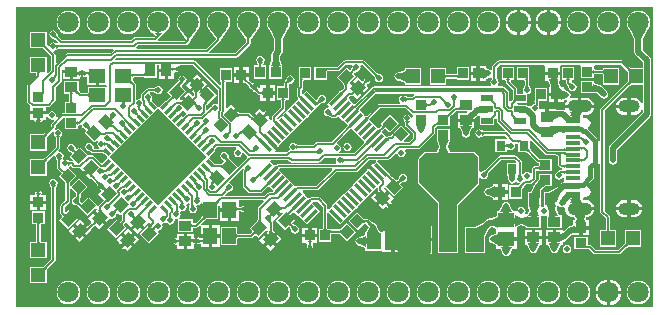
<source format=gbr>
%TF.GenerationSoftware,Altium Limited,Altium Designer,19.0.15 (446)*%
G04 Layer_Physical_Order=1*
G04 Layer_Color=255*
%FSLAX45Y45*%
%MOMM*%
%TF.FileFunction,Copper,L1,Top,Signal*%
%TF.Part,Single*%
G01*
G75*
%TA.AperFunction,SMDPad,CuDef*%
%ADD10R,1.00000X0.60000*%
%ADD11P,8.20244X4X360.0*%
G04:AMPARAMS|DCode=12|XSize=0.3mm|YSize=0.6mm|CornerRadius=0mm|HoleSize=0mm|Usage=FLASHONLY|Rotation=315.000|XOffset=0mm|YOffset=0mm|HoleType=Round|Shape=Rectangle|*
%AMROTATEDRECTD12*
4,1,4,-0.31820,-0.10607,0.10607,0.31820,0.31820,0.10607,-0.10607,-0.31820,-0.31820,-0.10607,0.0*
%
%ADD12ROTATEDRECTD12*%

G04:AMPARAMS|DCode=13|XSize=0.3mm|YSize=0.6mm|CornerRadius=0mm|HoleSize=0mm|Usage=FLASHONLY|Rotation=45.000|XOffset=0mm|YOffset=0mm|HoleType=Round|Shape=Rectangle|*
%AMROTATEDRECTD13*
4,1,4,0.10607,-0.31820,-0.31820,0.10607,-0.10607,0.31820,0.31820,-0.10607,0.10607,-0.31820,0.0*
%
%ADD13ROTATEDRECTD13*%

%ADD14R,1.20000X1.20000*%
%ADD15R,0.95000X0.85000*%
G04:AMPARAMS|DCode=16|XSize=0.3mm|YSize=1.4mm|CornerRadius=0mm|HoleSize=0mm|Usage=FLASHONLY|Rotation=135.000|XOffset=0mm|YOffset=0mm|HoleType=Round|Shape=Rectangle|*
%AMROTATEDRECTD16*
4,1,4,0.60104,0.38891,-0.38891,-0.60104,-0.60104,-0.38891,0.38891,0.60104,0.60104,0.38891,0.0*
%
%ADD16ROTATEDRECTD16*%

G04:AMPARAMS|DCode=17|XSize=0.3mm|YSize=1.4mm|CornerRadius=0mm|HoleSize=0mm|Usage=FLASHONLY|Rotation=45.000|XOffset=0mm|YOffset=0mm|HoleType=Round|Shape=Rectangle|*
%AMROTATEDRECTD17*
4,1,4,0.38891,-0.60104,-0.60104,0.38891,-0.38891,0.60104,0.60104,-0.38891,0.38891,-0.60104,0.0*
%
%ADD17ROTATEDRECTD17*%

%ADD18R,0.85000X0.95000*%
%ADD19R,1.00000X0.90000*%
%ADD20R,1.15000X1.40000*%
G04:AMPARAMS|DCode=21|XSize=0.95mm|YSize=0.85mm|CornerRadius=0mm|HoleSize=0mm|Usage=FLASHONLY|Rotation=135.000|XOffset=0mm|YOffset=0mm|HoleType=Round|Shape=Rectangle|*
%AMROTATEDRECTD21*
4,1,4,0.63640,-0.03535,0.03535,-0.63640,-0.63640,0.03535,-0.03535,0.63640,0.63640,-0.03535,0.0*
%
%ADD21ROTATEDRECTD21*%

G04:AMPARAMS|DCode=22|XSize=1mm|YSize=0.9mm|CornerRadius=0mm|HoleSize=0mm|Usage=FLASHONLY|Rotation=225.000|XOffset=0mm|YOffset=0mm|HoleType=Round|Shape=Rectangle|*
%AMROTATEDRECTD22*
4,1,4,0.03535,0.67175,0.67175,0.03535,-0.03535,-0.67175,-0.67175,-0.03535,0.03535,0.67175,0.0*
%
%ADD22ROTATEDRECTD22*%

G04:AMPARAMS|DCode=23|XSize=0.95mm|YSize=0.85mm|CornerRadius=0mm|HoleSize=0mm|Usage=FLASHONLY|Rotation=225.000|XOffset=0mm|YOffset=0mm|HoleType=Round|Shape=Rectangle|*
%AMROTATEDRECTD23*
4,1,4,0.03535,0.63640,0.63640,0.03535,-0.03535,-0.63640,-0.63640,-0.03535,0.03535,0.63640,0.0*
%
%ADD23ROTATEDRECTD23*%

%ADD24R,1.40000X1.15000*%
%ADD25R,0.90000X1.00000*%
%TA.AperFunction,ConnectorPad*%
%ADD26R,1.30000X0.60000*%
%ADD27R,1.30000X0.30000*%
%TA.AperFunction,SMDPad,CuDef*%
%ADD28R,0.80000X0.90000*%
%ADD29R,1.20000X1.20000*%
G04:AMPARAMS|DCode=30|XSize=1mm|YSize=0.9mm|CornerRadius=0mm|HoleSize=0mm|Usage=FLASHONLY|Rotation=135.000|XOffset=0mm|YOffset=0mm|HoleType=Round|Shape=Rectangle|*
%AMROTATEDRECTD30*
4,1,4,0.67175,-0.03535,0.03535,-0.67175,-0.67175,0.03535,-0.03535,0.67175,0.67175,-0.03535,0.0*
%
%ADD30ROTATEDRECTD30*%

%ADD31R,3.80000X2.00000*%
%ADD32R,1.50000X2.00000*%
%ADD33R,1.30000X1.40000*%
%ADD34R,1.40000X1.30000*%
%TA.AperFunction,Conductor*%
%ADD35C,0.50000*%
%ADD36C,0.15000*%
%ADD37C,0.40000*%
%TA.AperFunction,ComponentPad*%
%ADD38C,1.80000*%
G04:AMPARAMS|DCode=39|XSize=1mm|YSize=1.8mm|CornerRadius=0.5mm|HoleSize=0mm|Usage=FLASHONLY|Rotation=90.000|XOffset=0mm|YOffset=0mm|HoleType=Round|Shape=RoundedRectangle|*
%AMROUNDEDRECTD39*
21,1,1.00000,0.80000,0,0,90.0*
21,1,0.00000,1.80000,0,0,90.0*
1,1,1.00000,0.40000,0.00000*
1,1,1.00000,0.40000,0.00000*
1,1,1.00000,-0.40000,0.00000*
1,1,1.00000,-0.40000,0.00000*
%
%ADD39ROUNDEDRECTD39*%
G04:AMPARAMS|DCode=40|XSize=1mm|YSize=2.1mm|CornerRadius=0.5mm|HoleSize=0mm|Usage=FLASHONLY|Rotation=90.000|XOffset=0mm|YOffset=0mm|HoleType=Round|Shape=RoundedRectangle|*
%AMROUNDEDRECTD40*
21,1,1.00000,1.10000,0,0,90.0*
21,1,0.00000,2.10000,0,0,90.0*
1,1,1.00000,0.55000,0.00000*
1,1,1.00000,0.55000,0.00000*
1,1,1.00000,-0.55000,0.00000*
1,1,1.00000,-0.55000,0.00000*
%
%ADD40ROUNDEDRECTD40*%
%TA.AperFunction,ViaPad*%
%ADD41C,0.50000*%
G36*
X15367000Y5969000D02*
X9969500D01*
Y8509000D01*
X15367000D01*
Y5969000D01*
D02*
G37*
%LPC*%
G36*
X14492999Y8490974D02*
Y8397000D01*
X14586974D01*
X14585168Y8410716D01*
X14574084Y8437475D01*
X14556453Y8460453D01*
X14533475Y8478085D01*
X14506715Y8489168D01*
X14492999Y8490974D01*
D02*
G37*
G36*
X14239000D02*
Y8397000D01*
X14332974D01*
X14331168Y8410716D01*
X14320085Y8437475D01*
X14302454Y8460453D01*
X14279475Y8478085D01*
X14252716Y8489168D01*
X14239000Y8490974D01*
D02*
G37*
G36*
X14463000D02*
X14449284Y8489168D01*
X14422525Y8478085D01*
X14399547Y8460453D01*
X14381915Y8437475D01*
X14370831Y8410716D01*
X14369026Y8397000D01*
X14463000D01*
Y8490974D01*
D02*
G37*
G36*
X14209000D02*
X14195284Y8489168D01*
X14168526Y8478085D01*
X14145547Y8460453D01*
X14127914Y8437475D01*
X14116832Y8410716D01*
X14115025Y8397000D01*
X14209000D01*
Y8490974D01*
D02*
G37*
G36*
X14986000Y8482863D02*
X14959895Y8479426D01*
X14935568Y8469350D01*
X14914679Y8453321D01*
X14898650Y8432431D01*
X14888574Y8408105D01*
X14885136Y8382000D01*
X14888574Y8355895D01*
X14898650Y8331569D01*
X14914679Y8310679D01*
X14935568Y8294650D01*
X14959895Y8284574D01*
X14986000Y8281137D01*
X15012105Y8284574D01*
X15036430Y8294650D01*
X15057321Y8310679D01*
X15073351Y8331569D01*
X15083426Y8355895D01*
X15086864Y8382000D01*
X15083426Y8408105D01*
X15073351Y8432431D01*
X15057321Y8453321D01*
X15036430Y8469350D01*
X15012105Y8479426D01*
X14986000Y8482863D01*
D02*
G37*
G36*
X14732001D02*
X14705894Y8479426D01*
X14681569Y8469350D01*
X14660680Y8453321D01*
X14644650Y8432431D01*
X14634573Y8408105D01*
X14631137Y8382000D01*
X14634573Y8355895D01*
X14644650Y8331569D01*
X14660680Y8310679D01*
X14681569Y8294650D01*
X14705894Y8284574D01*
X14732001Y8281137D01*
X14758105Y8284574D01*
X14782431Y8294650D01*
X14803320Y8310679D01*
X14819350Y8331569D01*
X14829427Y8355895D01*
X14832863Y8382000D01*
X14829427Y8408105D01*
X14819350Y8432431D01*
X14803320Y8453321D01*
X14782431Y8469350D01*
X14758105Y8479426D01*
X14732001Y8482863D01*
D02*
G37*
G36*
X13970000D02*
X13943895Y8479426D01*
X13919569Y8469350D01*
X13898679Y8453321D01*
X13882651Y8432431D01*
X13872574Y8408105D01*
X13869138Y8382000D01*
X13872574Y8355895D01*
X13882651Y8331569D01*
X13898679Y8310679D01*
X13919569Y8294650D01*
X13943895Y8284574D01*
X13970000Y8281137D01*
X13996104Y8284574D01*
X14020432Y8294650D01*
X14041321Y8310679D01*
X14057350Y8331569D01*
X14067426Y8355895D01*
X14070863Y8382000D01*
X14067426Y8408105D01*
X14057350Y8432431D01*
X14041321Y8453321D01*
X14020432Y8469350D01*
X13996104Y8479426D01*
X13970000Y8482863D01*
D02*
G37*
G36*
X13716000D02*
X13689896Y8479426D01*
X13665569Y8469350D01*
X13644679Y8453321D01*
X13628650Y8432431D01*
X13618575Y8408105D01*
X13615137Y8382000D01*
X13618575Y8355895D01*
X13628650Y8331569D01*
X13644679Y8310679D01*
X13665569Y8294650D01*
X13689896Y8284574D01*
X13716000Y8281137D01*
X13742105Y8284574D01*
X13766431Y8294650D01*
X13787321Y8310679D01*
X13803349Y8331569D01*
X13813426Y8355895D01*
X13816862Y8382000D01*
X13813426Y8408105D01*
X13803349Y8432431D01*
X13787321Y8453321D01*
X13766431Y8469350D01*
X13742105Y8479426D01*
X13716000Y8482863D01*
D02*
G37*
G36*
X13462000D02*
X13435895Y8479426D01*
X13411569Y8469350D01*
X13390678Y8453321D01*
X13374651Y8432431D01*
X13364574Y8408105D01*
X13361137Y8382000D01*
X13364574Y8355895D01*
X13374651Y8331569D01*
X13390678Y8310679D01*
X13411569Y8294650D01*
X13435895Y8284574D01*
X13462000Y8281137D01*
X13488104Y8284574D01*
X13512431Y8294650D01*
X13533321Y8310679D01*
X13549350Y8331569D01*
X13559425Y8355895D01*
X13562863Y8382000D01*
X13559425Y8408105D01*
X13549350Y8432431D01*
X13533321Y8453321D01*
X13512431Y8469350D01*
X13488104Y8479426D01*
X13462000Y8482863D01*
D02*
G37*
G36*
X13208000D02*
X13181895Y8479426D01*
X13157568Y8469350D01*
X13136679Y8453321D01*
X13120650Y8432431D01*
X13110574Y8408105D01*
X13107137Y8382000D01*
X13110574Y8355895D01*
X13120650Y8331569D01*
X13136679Y8310679D01*
X13157568Y8294650D01*
X13181895Y8284574D01*
X13208000Y8281137D01*
X13234105Y8284574D01*
X13258430Y8294650D01*
X13279321Y8310679D01*
X13295351Y8331569D01*
X13305426Y8355895D01*
X13308862Y8382000D01*
X13305426Y8408105D01*
X13295351Y8432431D01*
X13279321Y8453321D01*
X13258430Y8469350D01*
X13234105Y8479426D01*
X13208000Y8482863D01*
D02*
G37*
G36*
X12953999D02*
X12927895Y8479426D01*
X12903569Y8469350D01*
X12882680Y8453321D01*
X12866650Y8432431D01*
X12856573Y8408105D01*
X12853137Y8382000D01*
X12856573Y8355895D01*
X12866650Y8331569D01*
X12882680Y8310679D01*
X12903569Y8294650D01*
X12927895Y8284574D01*
X12953999Y8281137D01*
X12980106Y8284574D01*
X13004431Y8294650D01*
X13025320Y8310679D01*
X13041350Y8331569D01*
X13051427Y8355895D01*
X13054863Y8382000D01*
X13051427Y8408105D01*
X13041350Y8432431D01*
X13025320Y8453321D01*
X13004431Y8469350D01*
X12980106Y8479426D01*
X12953999Y8482863D01*
D02*
G37*
G36*
X12700000D02*
X12673895Y8479426D01*
X12649569Y8469350D01*
X12628679Y8453321D01*
X12612650Y8432431D01*
X12602574Y8408105D01*
X12599137Y8382000D01*
X12602574Y8355895D01*
X12612650Y8331569D01*
X12628679Y8310679D01*
X12649569Y8294650D01*
X12673895Y8284574D01*
X12700000Y8281137D01*
X12726105Y8284574D01*
X12750431Y8294650D01*
X12771321Y8310679D01*
X12787350Y8331569D01*
X12797426Y8355895D01*
X12800864Y8382000D01*
X12797426Y8408105D01*
X12787350Y8432431D01*
X12771321Y8453321D01*
X12750431Y8469350D01*
X12726105Y8479426D01*
X12700000Y8482863D01*
D02*
G37*
G36*
X12446000D02*
X12419895Y8479426D01*
X12395569Y8469350D01*
X12374679Y8453321D01*
X12358650Y8432431D01*
X12348574Y8408105D01*
X12345137Y8382000D01*
X12348574Y8355895D01*
X12358650Y8331569D01*
X12374679Y8310679D01*
X12395569Y8294650D01*
X12419895Y8284574D01*
X12446000Y8281137D01*
X12472105Y8284574D01*
X12496431Y8294650D01*
X12517321Y8310679D01*
X12533350Y8331569D01*
X12543426Y8355895D01*
X12546863Y8382000D01*
X12543426Y8408105D01*
X12533350Y8432431D01*
X12517321Y8453321D01*
X12496431Y8469350D01*
X12472105Y8479426D01*
X12446000Y8482863D01*
D02*
G37*
G36*
X10922000D02*
X10895895Y8479426D01*
X10871569Y8469350D01*
X10850679Y8453321D01*
X10834650Y8432431D01*
X10824574Y8408105D01*
X10821137Y8382000D01*
X10824574Y8355895D01*
X10834650Y8331569D01*
X10850679Y8310679D01*
X10871569Y8294650D01*
X10895895Y8284574D01*
X10922000Y8281137D01*
X10948105Y8284574D01*
X10972431Y8294650D01*
X10993321Y8310679D01*
X11009350Y8331569D01*
X11019426Y8355895D01*
X11022863Y8382000D01*
X11019426Y8408105D01*
X11009350Y8432431D01*
X10993321Y8453321D01*
X10972431Y8469350D01*
X10948105Y8479426D01*
X10922000Y8482863D01*
D02*
G37*
G36*
X10668000D02*
X10641895Y8479426D01*
X10617569Y8469350D01*
X10596679Y8453321D01*
X10580650Y8432431D01*
X10570574Y8408105D01*
X10567137Y8382000D01*
X10570574Y8355895D01*
X10580650Y8331569D01*
X10596679Y8310679D01*
X10617569Y8294650D01*
X10641895Y8284574D01*
X10668000Y8281137D01*
X10694105Y8284574D01*
X10718431Y8294650D01*
X10739321Y8310679D01*
X10755350Y8331569D01*
X10765426Y8355895D01*
X10768863Y8382000D01*
X10765426Y8408105D01*
X10755350Y8432431D01*
X10739321Y8453321D01*
X10718431Y8469350D01*
X10694105Y8479426D01*
X10668000Y8482863D01*
D02*
G37*
G36*
X10414000D02*
X10387895Y8479426D01*
X10363569Y8469350D01*
X10342679Y8453321D01*
X10326650Y8432431D01*
X10316574Y8408105D01*
X10313137Y8382000D01*
X10316574Y8355895D01*
X10326650Y8331569D01*
X10342679Y8310679D01*
X10363569Y8294650D01*
X10387895Y8284574D01*
X10414000Y8281137D01*
X10440105Y8284574D01*
X10464431Y8294650D01*
X10485321Y8310679D01*
X10501350Y8331569D01*
X10511426Y8355895D01*
X10514863Y8382000D01*
X10511426Y8408105D01*
X10501350Y8432431D01*
X10485321Y8453321D01*
X10464431Y8469350D01*
X10440105Y8479426D01*
X10414000Y8482863D01*
D02*
G37*
G36*
X14586974Y8367000D02*
X14492999D01*
Y8273026D01*
X14506715Y8274832D01*
X14533475Y8285915D01*
X14556453Y8303547D01*
X14574084Y8326525D01*
X14585168Y8353284D01*
X14586974Y8367000D01*
D02*
G37*
G36*
X14332974D02*
X14239000D01*
Y8273026D01*
X14252716Y8274832D01*
X14279475Y8285915D01*
X14302454Y8303547D01*
X14320085Y8326525D01*
X14331168Y8353284D01*
X14332974Y8367000D01*
D02*
G37*
G36*
X14463000D02*
X14369026D01*
X14370831Y8353284D01*
X14381915Y8326525D01*
X14399547Y8303547D01*
X14422525Y8285915D01*
X14449284Y8274832D01*
X14463000Y8273026D01*
Y8367000D01*
D02*
G37*
G36*
X14209000D02*
X14115025D01*
X14116832Y8353284D01*
X14127914Y8326525D01*
X14145547Y8303547D01*
X14168526Y8285915D01*
X14195284Y8274832D01*
X14209000Y8273026D01*
Y8367000D01*
D02*
G37*
G36*
X15239999Y8482863D02*
X15213895Y8479426D01*
X15189569Y8469350D01*
X15168678Y8453321D01*
X15152650Y8432431D01*
X15142574Y8408105D01*
X15139137Y8382000D01*
X15142574Y8355895D01*
X15152650Y8331569D01*
X15167938Y8311646D01*
X15204314Y8238715D01*
Y8135062D01*
X15207031Y8121406D01*
X15214766Y8109829D01*
X15277315Y8047281D01*
Y7994800D01*
X15182555D01*
X15163361Y8004673D01*
X15111917Y8056117D01*
X15106128Y8059985D01*
X15099300Y8061343D01*
X14058900D01*
X14052072Y8059985D01*
X14046283Y8056117D01*
X14008183Y8018017D01*
X14004315Y8012228D01*
X14002957Y8005400D01*
Y7984994D01*
X13990257Y7978759D01*
X13983656Y7983169D01*
X13974504Y7984990D01*
X13974417Y7985082D01*
X13945100Y7998185D01*
Y8017700D01*
X13897600D01*
Y7950200D01*
Y7882700D01*
X13945100D01*
Y7902215D01*
X13974417Y7915318D01*
X13974504Y7915410D01*
X13983656Y7917231D01*
X13996315Y7910415D01*
X13998106Y7906121D01*
X13993529Y7896508D01*
X13993509Y7896155D01*
X13987831Y7887656D01*
X13985114Y7874000D01*
X13987831Y7860344D01*
X13992508Y7853343D01*
X13986604Y7840643D01*
X12997701D01*
X12990874Y7839285D01*
X12985085Y7835417D01*
X12842165Y7692497D01*
X12827812Y7691294D01*
X12792203Y7726904D01*
X12799274Y7733975D01*
X12787142Y7746107D01*
X12798198Y7757162D01*
X12810764D01*
X12817592Y7758520D01*
X12823381Y7762388D01*
X12825150Y7764156D01*
X12858495Y7730811D01*
X12897385Y7769702D01*
X12851424Y7815664D01*
X12803279Y7863807D01*
X12793373Y7867498D01*
X12793153Y7870531D01*
X12847887Y7925265D01*
X12831429Y7941724D01*
X12832652Y7956111D01*
X12835010Y7958469D01*
X12855676Y7965800D01*
X12855939Y7966037D01*
X12865964Y7968031D01*
X12877541Y7975766D01*
X12885275Y7987344D01*
X12887993Y8001000D01*
X12885616Y8012957D01*
X12888065Y8019870D01*
X12891158Y8025657D01*
X12904109D01*
X13000369Y7929398D01*
X13007700Y7908731D01*
X13007938Y7908469D01*
X13009930Y7898444D01*
X13017667Y7886866D01*
X13029243Y7879131D01*
X13042900Y7876414D01*
X13056557Y7879131D01*
X13068134Y7886866D01*
X13075870Y7898444D01*
X13078586Y7912100D01*
X13075870Y7925756D01*
X13068134Y7937334D01*
X13056557Y7945069D01*
X13046532Y7947063D01*
X13046269Y7947300D01*
X13025603Y7954631D01*
X12924117Y8056117D01*
X12918327Y8059985D01*
X12911501Y8061343D01*
X12753656D01*
X12746828Y8059985D01*
X12741039Y8056117D01*
X12692965Y8008043D01*
X12607457D01*
X12606295Y8008524D01*
X12606186Y8008479D01*
X12606075Y8008522D01*
X12591075Y8008217D01*
X12590678Y8008043D01*
X12584100D01*
X12582377Y8007700D01*
X12496600D01*
Y7892700D01*
X12601600D01*
Y7968345D01*
X12609787Y7972357D01*
X12700356D01*
X12707184Y7973715D01*
X12712973Y7977583D01*
X12761047Y8025657D01*
X12813458D01*
X12816551Y8019870D01*
X12819000Y8012957D01*
X12817345Y8004631D01*
X12817107Y8004369D01*
X12809776Y7983702D01*
X12807419Y7981345D01*
X12793031Y7980122D01*
X12770106Y8003047D01*
X12685253Y7918194D01*
X12738601Y7864847D01*
X12745192Y7844293D01*
Y7825334D01*
X12727316Y7807458D01*
X12714421Y7804686D01*
X12706767Y7797766D01*
X12706248Y7796512D01*
X12705441Y7795705D01*
X12601285Y7691548D01*
X12621992Y7670841D01*
X12615736Y7659137D01*
X12611100Y7660059D01*
X12597444Y7657343D01*
X12585866Y7649607D01*
X12578131Y7638030D01*
X12575414Y7624373D01*
X12578131Y7610717D01*
X12585866Y7599140D01*
X12597444Y7591404D01*
X12611100Y7588688D01*
X12611383Y7588744D01*
X12630272Y7582791D01*
X12633482Y7579581D01*
X12639271Y7575713D01*
X12646099Y7574355D01*
X12674600D01*
X12681428Y7575713D01*
X12687217Y7579581D01*
X12692429Y7584793D01*
X12706817Y7586016D01*
X12733726Y7559108D01*
X12742706Y7550127D01*
Y7550126D01*
X12742707Y7550127D01*
X12778061Y7514772D01*
X12776238Y7502827D01*
X12645159Y7371748D01*
X12522200D01*
X12515372Y7370389D01*
X12509583Y7366521D01*
X12488805Y7345743D01*
X12361305D01*
X12341508Y7355172D01*
X12341155Y7355191D01*
X12332656Y7360869D01*
X12319000Y7363586D01*
X12305344Y7360869D01*
X12293766Y7353134D01*
X12286031Y7341556D01*
X12283314Y7327900D01*
X12285788Y7315464D01*
X12285702Y7313051D01*
X12282618Y7301885D01*
X12276830Y7298017D01*
X12260582Y7281769D01*
X12167039D01*
X12161778Y7294469D01*
X12169949Y7302640D01*
X12106310Y7366279D01*
X12127523Y7387492D01*
X12191162Y7323853D01*
X12205305Y7337995D01*
X12198233Y7345066D01*
X12261873Y7408706D01*
Y7408706D01*
X12261873Y7408706D01*
X12323603Y7470436D01*
X12332472Y7479305D01*
X12341564Y7488397D01*
X12429669Y7576502D01*
X12438650Y7585482D01*
X12447630Y7594463D01*
X12536611Y7683444D01*
X12537896Y7683996D01*
X12537972Y7684188D01*
X12538159Y7684276D01*
X12545432Y7692292D01*
X12564625Y7699100D01*
X12564887Y7699336D01*
X12574913Y7701331D01*
X12586490Y7709066D01*
X12594226Y7720644D01*
X12596942Y7734300D01*
X12594226Y7747956D01*
X12586490Y7759534D01*
X12574913Y7767269D01*
X12561256Y7769986D01*
X12547600Y7767269D01*
X12536023Y7759534D01*
X12528287Y7747956D01*
X12526293Y7737931D01*
X12526056Y7737669D01*
X12523569Y7730656D01*
X12508919Y7727345D01*
X12431579Y7804685D01*
X12400343Y7773449D01*
X12387643Y7778710D01*
Y7810553D01*
X12396717Y7819627D01*
X12400585Y7825415D01*
X12401943Y7832243D01*
Y7884513D01*
X12405955Y7892700D01*
X12471600D01*
Y8007700D01*
X12366600D01*
Y7916923D01*
X12366257Y7915200D01*
Y7903622D01*
X12366083Y7903225D01*
X12365778Y7888225D01*
X12365822Y7888114D01*
X12365776Y7888005D01*
X12366257Y7886843D01*
Y7839634D01*
X12357183Y7830560D01*
X12353315Y7824771D01*
X12351957Y7817943D01*
Y7760584D01*
X12353315Y7753756D01*
X12357183Y7747968D01*
X12358213Y7746938D01*
X12359439Y7732545D01*
X12334493Y7707600D01*
X12325513Y7698620D01*
X12316533Y7689639D01*
X12228427Y7601533D01*
X12220937Y7594043D01*
X12210467Y7583573D01*
X12191723Y7564829D01*
X12178472Y7569452D01*
X12177417Y7575971D01*
X12177652Y7577348D01*
X12244217Y7643913D01*
X12248084Y7649701D01*
X12249443Y7656530D01*
Y7719414D01*
X12253454Y7727600D01*
X12284100D01*
Y7829900D01*
X12284100Y7831120D01*
X12284619Y7832410D01*
X12284100Y7842600D01*
X12283501Y7855300D01*
X12285170Y7859982D01*
X12297062Y7864200D01*
X12297324Y7864437D01*
X12307349Y7866431D01*
X12318927Y7874166D01*
X12326662Y7885744D01*
X12329379Y7899400D01*
X12326662Y7913056D01*
X12318927Y7924634D01*
X12307349Y7932369D01*
X12293693Y7935086D01*
X12280037Y7932369D01*
X12268459Y7924634D01*
X12260724Y7913056D01*
X12258730Y7903031D01*
X12258493Y7902769D01*
X12251162Y7882102D01*
X12247489Y7878429D01*
X12243621Y7872641D01*
X12242263Y7865813D01*
Y7850787D01*
X12238251Y7842600D01*
X12179100D01*
Y7727600D01*
X12209745D01*
X12213757Y7719414D01*
Y7663920D01*
X12144354Y7594517D01*
X12140486Y7588728D01*
X12139128Y7581900D01*
Y7565898D01*
X12130493Y7557140D01*
Y7557140D01*
X12130493Y7557140D01*
Y7557140D01*
X12126428Y7555456D01*
X12125080Y7556803D01*
X12109838Y7572046D01*
X12109236Y7576974D01*
X12110504Y7585848D01*
X12111073Y7587222D01*
X12111767Y7588076D01*
X12112622Y7588847D01*
X12112747Y7591264D01*
X12113674Y7593501D01*
X12112954Y7595241D01*
X12113051Y7597120D01*
X12115717Y7605884D01*
X12119585Y7611672D01*
X12120943Y7618500D01*
X12119585Y7625328D01*
X12115717Y7631117D01*
X12109928Y7634985D01*
X12103100Y7636343D01*
X12096272Y7634985D01*
X12090483Y7631117D01*
X12085412Y7626046D01*
X12083519Y7626830D01*
X12081720Y7628452D01*
X12079839Y7628355D01*
X12078101Y7629074D01*
X12075867Y7628149D01*
X12073447Y7628023D01*
X12072675Y7627167D01*
X12071821Y7626473D01*
X12070449Y7625904D01*
X12070448Y7625904D01*
X12061576Y7624637D01*
X12056645Y7625238D01*
X12032994Y7648889D01*
X11997639Y7613534D01*
X12047136Y7564036D01*
X12025923Y7542823D01*
X11976426Y7592320D01*
X11973132Y7589027D01*
X11950617Y7611543D01*
X11944828Y7615411D01*
X11938000Y7616769D01*
X11867543D01*
X11848263Y7636049D01*
X11804068Y7591855D01*
X11782855Y7613068D01*
X11827049Y7657263D01*
X11789926Y7694386D01*
X11755676Y7660135D01*
X11743943Y7664996D01*
Y7871813D01*
X11747954Y7880000D01*
X11798500D01*
Y7995000D01*
X11693500D01*
Y7880000D01*
X11704245D01*
X11708257Y7871813D01*
Y7853470D01*
X11696524Y7848609D01*
X11489416Y8055717D01*
X11483628Y8059585D01*
X11476800Y8060943D01*
X10814015D01*
X10809155Y8072676D01*
X10821236Y8084757D01*
X11833702D01*
X11840530Y8086115D01*
X11846318Y8089983D01*
X11950617Y8194282D01*
X11954485Y8200070D01*
X11955843Y8206898D01*
Y8234217D01*
X12009232Y8310612D01*
X12009321Y8310679D01*
X12025350Y8331569D01*
X12035426Y8355895D01*
X12038863Y8382000D01*
X12035426Y8408105D01*
X12025350Y8432431D01*
X12009321Y8453321D01*
X11988431Y8469350D01*
X11964105Y8479426D01*
X11938000Y8482863D01*
X11911895Y8479426D01*
X11887569Y8469350D01*
X11866679Y8453321D01*
X11850650Y8432431D01*
X11840574Y8408105D01*
X11837137Y8382000D01*
X11840574Y8355895D01*
X11850650Y8331569D01*
X11866679Y8310679D01*
X11866767Y8310612D01*
X11920157Y8234217D01*
Y8214289D01*
X11826311Y8120443D01*
X11613199D01*
X11607938Y8133143D01*
X11696617Y8221822D01*
X11700485Y8227610D01*
X11701781Y8234129D01*
X11755232Y8310612D01*
X11755321Y8310679D01*
X11771350Y8331569D01*
X11781426Y8355895D01*
X11784863Y8382000D01*
X11781426Y8408105D01*
X11771350Y8432431D01*
X11755321Y8453321D01*
X11734431Y8469350D01*
X11710105Y8479426D01*
X11684000Y8482863D01*
X11657895Y8479426D01*
X11633569Y8469350D01*
X11612679Y8453321D01*
X11596650Y8432431D01*
X11586574Y8408105D01*
X11583137Y8382000D01*
X11586574Y8355895D01*
X11596650Y8331569D01*
X11612679Y8310679D01*
X11612767Y8310612D01*
X11663026Y8238698D01*
X11582871Y8158543D01*
X10992039D01*
X10986778Y8171243D01*
X11004591Y8189056D01*
X11404364D01*
X11411192Y8190414D01*
X11416980Y8194282D01*
X11443082Y8220383D01*
X11446950Y8226172D01*
X11448308Y8233000D01*
Y8234270D01*
X11502034Y8311609D01*
X11517350Y8331569D01*
X11527426Y8355895D01*
X11530863Y8382000D01*
X11527426Y8408105D01*
X11517350Y8432431D01*
X11501321Y8453321D01*
X11480431Y8469350D01*
X11456105Y8479426D01*
X11430000Y8482863D01*
X11403895Y8479426D01*
X11379569Y8469350D01*
X11358679Y8453321D01*
X11342650Y8432431D01*
X11332574Y8408105D01*
X11329137Y8382000D01*
X11332574Y8355895D01*
X11342650Y8331569D01*
X11358679Y8310679D01*
X11359003Y8310431D01*
X11410053Y8237821D01*
X11396973Y8224741D01*
X11176235D01*
X11170975Y8237441D01*
X11188617Y8255083D01*
X11192485Y8260872D01*
X11192699Y8261950D01*
X11211986Y8288667D01*
X11226431Y8294650D01*
X11247321Y8310679D01*
X11263350Y8331569D01*
X11273426Y8355895D01*
X11276863Y8382000D01*
X11273426Y8408105D01*
X11263350Y8432431D01*
X11247321Y8453321D01*
X11226431Y8469350D01*
X11202105Y8479426D01*
X11176000Y8482863D01*
X11149895Y8479426D01*
X11125569Y8469350D01*
X11104679Y8453321D01*
X11088650Y8432431D01*
X11078574Y8408105D01*
X11075137Y8382000D01*
X11078574Y8355895D01*
X11088650Y8331569D01*
X11104679Y8310679D01*
X11125569Y8294650D01*
X11140014Y8288667D01*
X11153312Y8270246D01*
X11143209Y8260143D01*
X10977233D01*
X10970405Y8258785D01*
X10964617Y8254917D01*
X10944443Y8234743D01*
X10357891D01*
X10329531Y8263102D01*
X10322200Y8283769D01*
X10321963Y8284031D01*
X10319969Y8294056D01*
X10312234Y8305634D01*
X10300656Y8313369D01*
X10287000Y8316086D01*
X10273344Y8313369D01*
X10261766Y8305634D01*
X10254031Y8294056D01*
X10251314Y8280400D01*
X10254031Y8266744D01*
X10261766Y8255166D01*
X10273344Y8247431D01*
X10283369Y8245437D01*
X10283631Y8245200D01*
X10304298Y8237869D01*
X10324167Y8218000D01*
X10323030Y8201176D01*
X10321781Y8200226D01*
X10309508Y8206072D01*
X10309155Y8206091D01*
X10300656Y8211769D01*
X10287000Y8214486D01*
X10273344Y8211769D01*
X10261766Y8204034D01*
X10254031Y8192456D01*
X10252323Y8183871D01*
X10243066Y8179774D01*
X10239165Y8179738D01*
X10230000Y8197555D01*
Y8303000D01*
X10090000D01*
Y8163000D01*
X10195445D01*
X10214640Y8153127D01*
X10269157Y8098609D01*
Y7981241D01*
X10242700Y7954783D01*
X10230000Y7960044D01*
X10230000Y7962549D01*
X10230000Y7962549D01*
X10230000Y7962782D01*
Y8093000D01*
X10090000D01*
Y7953000D01*
X10138145D01*
X10142157Y7944813D01*
Y7932191D01*
X10071183Y7861217D01*
X10067315Y7855428D01*
X10065957Y7848600D01*
Y7709951D01*
X10067315Y7703123D01*
X10071183Y7697335D01*
X10092500Y7676018D01*
Y7633500D01*
X10227500D01*
Y7665657D01*
X10248900D01*
X10255728Y7667015D01*
X10261517Y7670883D01*
X10299617Y7708983D01*
X10303485Y7714772D01*
X10304843Y7721600D01*
Y7828509D01*
X10350417Y7874083D01*
X10354285Y7879872D01*
X10355643Y7886700D01*
Y7982725D01*
X10356700Y7983432D01*
X10359566Y7981900D01*
X10439400D01*
Y7966900D01*
X10454400D01*
Y7901900D01*
X10509400D01*
Y7910927D01*
X10514065Y7922499D01*
X10515864Y7924120D01*
X10518100Y7925046D01*
X10518820Y7926785D01*
X10520219Y7928045D01*
X10520344Y7930463D01*
X10521128Y7932357D01*
X10535472D01*
X10536256Y7930463D01*
X10536381Y7928045D01*
X10537780Y7926785D01*
X10538500Y7925046D01*
X10540737Y7924119D01*
X10542535Y7922498D01*
X10544414Y7922596D01*
X10546154Y7921875D01*
X10546727Y7922113D01*
X10546727D01*
X10548391Y7922802D01*
X10550808Y7922928D01*
X10558861Y7926763D01*
X10569600Y7919984D01*
Y7851100D01*
X10644600D01*
Y7928600D01*
X10674600D01*
Y7851100D01*
X10734968D01*
X10741473Y7838400D01*
X10739836Y7836126D01*
X10739600Y7836100D01*
Y7836100D01*
X10579600D01*
Y7790549D01*
X10571388Y7786443D01*
X10515091D01*
X10509278Y7792256D01*
X10499400Y7812012D01*
Y7886900D01*
X10379400D01*
Y7776900D01*
X10417451D01*
X10421557Y7768687D01*
Y7720287D01*
X10417546Y7712100D01*
X10381900D01*
Y7612443D01*
X10363293D01*
X10356465Y7611085D01*
X10350676Y7607217D01*
X10321718Y7578259D01*
X10308044Y7581237D01*
X10307474Y7581975D01*
X10309986Y7594600D01*
X10307269Y7608256D01*
X10299534Y7619834D01*
X10287956Y7627569D01*
X10274300Y7630286D01*
X10260644Y7627569D01*
X10249066Y7619834D01*
X10241331Y7608256D01*
X10240200Y7602572D01*
X10230774Y7603500D01*
X10092500D01*
Y7556000D01*
X10120848D01*
X10126692Y7552197D01*
X10132298Y7545335D01*
X10132298Y7545335D01*
X10133921Y7543535D01*
X10134846Y7541300D01*
X10136584Y7540580D01*
X10137845Y7539181D01*
X10140264Y7539056D01*
X10142157Y7538272D01*
Y7531100D01*
X10143515Y7524272D01*
X10147383Y7518483D01*
X10153172Y7514615D01*
X10160000Y7513257D01*
X10166828Y7514615D01*
X10172617Y7518483D01*
X10176485Y7524272D01*
X10177843Y7531100D01*
Y7538272D01*
X10179737Y7539056D01*
X10182155Y7539182D01*
X10182156Y7539183D01*
X10183414Y7540580D01*
X10185154Y7541300D01*
X10186080Y7543537D01*
X10187701Y7545335D01*
X10193308Y7552197D01*
X10199152Y7556000D01*
X10227500D01*
Y7585377D01*
X10240200Y7586628D01*
X10241331Y7580944D01*
X10249066Y7569366D01*
X10260644Y7561631D01*
X10274300Y7558914D01*
X10286925Y7561426D01*
X10287663Y7560856D01*
X10290641Y7547182D01*
X10274383Y7530924D01*
X10270515Y7525135D01*
X10269157Y7518307D01*
Y7500391D01*
X10214644Y7445878D01*
X10194888Y7436000D01*
X10090000D01*
Y7296000D01*
X10230000D01*
Y7400888D01*
X10239878Y7420645D01*
X10277430Y7458197D01*
X10291326Y7455429D01*
X10291902Y7454708D01*
X10289414Y7442200D01*
X10292131Y7428544D01*
X10297809Y7420045D01*
X10297828Y7419692D01*
X10307257Y7399895D01*
Y7328491D01*
X10214644Y7235878D01*
X10194888Y7226000D01*
X10090000D01*
Y7086000D01*
X10230000D01*
Y7190888D01*
X10239878Y7210644D01*
X10290972Y7261739D01*
X10302676Y7255482D01*
X10302114Y7252656D01*
X10304831Y7239000D01*
X10310509Y7230501D01*
X10310528Y7230148D01*
X10319957Y7210351D01*
Y7154100D01*
X10321315Y7147272D01*
X10325183Y7141483D01*
X10354591Y7112076D01*
X10357495Y7103365D01*
X10332357Y7078226D01*
X10382168Y7028414D01*
X10388760Y7007861D01*
Y6876368D01*
X10350583Y6838192D01*
X10346715Y6832403D01*
X10345357Y6825575D01*
Y6769100D01*
X10346715Y6762272D01*
X10350583Y6756483D01*
X10359756Y6747311D01*
X10362659Y6738600D01*
X10335753Y6711694D01*
X10413535Y6633913D01*
X10498387Y6718765D01*
X10420606Y6796547D01*
X10397371Y6773312D01*
X10383019Y6774515D01*
X10381043Y6776491D01*
Y6818184D01*
X10419219Y6856361D01*
X10423087Y6862149D01*
X10424445Y6868978D01*
Y6969544D01*
X10436179Y6974404D01*
X10474092Y6936491D01*
X10480684Y6915936D01*
Y6911447D01*
X10469536Y6904914D01*
X10469435Y6904781D01*
X10463844Y6903669D01*
X10452266Y6895934D01*
X10444531Y6884356D01*
X10441814Y6870700D01*
X10444531Y6857044D01*
X10452266Y6845466D01*
X10463844Y6837731D01*
X10473869Y6835736D01*
X10474131Y6835500D01*
X10494798Y6828169D01*
X10496717Y6826250D01*
X10497184Y6825102D01*
X10507727Y6814432D01*
X10507759Y6814419D01*
X10507773Y6814386D01*
X10509026Y6813867D01*
X10578635Y6744258D01*
X10641582Y6807205D01*
X10655362Y6803025D01*
X10655902Y6800312D01*
X10642274Y6786684D01*
X10688236Y6740723D01*
X10734198Y6694761D01*
X10765990Y6726553D01*
X10768644Y6724780D01*
X10782300Y6722064D01*
X10795956Y6724780D01*
X10807534Y6732516D01*
X10815269Y6744093D01*
X10817263Y6754118D01*
X10817500Y6754380D01*
X10821817Y6766549D01*
X10836038Y6770209D01*
X10851894Y6754353D01*
X10853357Y6755816D01*
X10866057Y6750556D01*
Y6706850D01*
X10859069Y6699861D01*
X10850443Y6696909D01*
X10827006Y6720347D01*
X10742153Y6635494D01*
X10819935Y6557713D01*
X10904787Y6642565D01*
X10881350Y6666002D01*
X10884302Y6674628D01*
X10892236Y6682562D01*
X10903913Y6684556D01*
X10909176Y6682929D01*
X10941166Y6650939D01*
X10990664Y6700436D01*
X11001270Y6689830D01*
X11011877Y6700436D01*
X11057839Y6654474D01*
X11096730Y6693365D01*
X11103576Y6698955D01*
X11104434Y6698302D01*
X11105566Y6681473D01*
X11104164Y6680071D01*
X11103002Y6679590D01*
X11102957Y6679480D01*
X11102848Y6679433D01*
X11092457Y6668611D01*
X11092300Y6668207D01*
X11084113Y6660020D01*
X11083136Y6658559D01*
X11015413Y6590835D01*
X11093194Y6513053D01*
X11178047Y6597906D01*
X11168244Y6607708D01*
X11174501Y6619412D01*
X11176000Y6619114D01*
X11189656Y6621831D01*
X11201234Y6629566D01*
X11208969Y6641144D01*
X11211686Y6654800D01*
X11208969Y6668456D01*
X11207251Y6671028D01*
X11214100Y6682614D01*
X11227756Y6685331D01*
X11232721Y6688648D01*
X11241755Y6691148D01*
X11248996Y6685411D01*
X11252366Y6680366D01*
X11263944Y6672631D01*
X11277600Y6669914D01*
X11291256Y6672631D01*
X11302834Y6680366D01*
X11310569Y6691944D01*
X11313286Y6705600D01*
X11311899Y6712569D01*
X11321614Y6722989D01*
X11323741Y6722990D01*
X11328400Y6722064D01*
X11333079Y6722994D01*
X11333362Y6722994D01*
X11342041Y6715018D01*
X11342042D01*
X11342042Y6715018D01*
D01*
X11344600Y6712368D01*
X11344600Y6710965D01*
Y6607800D01*
X11464600D01*
Y6640945D01*
X11472787Y6644957D01*
X11497800D01*
X11504628Y6646315D01*
X11510417Y6650183D01*
X11527961Y6667728D01*
X11539199Y6661006D01*
X11539200Y6652823D01*
Y6589200D01*
X11601700D01*
Y6664200D01*
X11551445D01*
X11542394Y6664200D01*
X11535672Y6675439D01*
X11564556Y6704323D01*
X11584311Y6714200D01*
X11684200D01*
Y6831606D01*
X11686500Y6833596D01*
X11699200Y6827791D01*
Y6809200D01*
X11776700D01*
Y6794200D01*
X11791700D01*
Y6704200D01*
X11854200D01*
Y6786287D01*
X11870295D01*
X11890092Y6776857D01*
X11892509Y6776732D01*
X11894747Y6775805D01*
X11896486Y6776525D01*
X11898365Y6776428D01*
X11900164Y6778049D01*
X11902400Y6778976D01*
X11903120Y6780714D01*
X11904519Y6781975D01*
X11904644Y6784394D01*
X11905428Y6786287D01*
X11912600D01*
X11919428Y6787645D01*
X11925217Y6791513D01*
X11929085Y6797302D01*
X11930443Y6804130D01*
X11929085Y6810958D01*
X11925217Y6816746D01*
X11919428Y6820614D01*
X11912600Y6821972D01*
X11905428D01*
X11904644Y6823866D01*
X11904519Y6826285D01*
X11903120Y6827545D01*
X11902400Y6829284D01*
X11900163Y6830211D01*
X11898365Y6831831D01*
X11896486Y6831734D01*
X11894746Y6832454D01*
X11894173Y6832216D01*
X11894173D01*
X11892509Y6831527D01*
X11890092Y6831402D01*
X11870295Y6821972D01*
X11854200D01*
Y6878077D01*
X12064183D01*
X12069444Y6865377D01*
X12020889Y6816823D01*
X12017021Y6811034D01*
X12015663Y6804206D01*
Y6719544D01*
X12008678Y6698590D01*
X11948653Y6638565D01*
X11972091Y6615127D01*
X11969139Y6606502D01*
X11954680Y6592043D01*
X11852386D01*
X11844200Y6596054D01*
Y6654200D01*
X11709200D01*
Y6494200D01*
X11844200D01*
Y6552346D01*
X11852386Y6556357D01*
X11962070D01*
X11968899Y6557715D01*
X11974687Y6561583D01*
X11994372Y6581268D01*
X12002998Y6584220D01*
X12026435Y6560783D01*
X12090349Y6624697D01*
X12104129Y6620517D01*
X12104669Y6617804D01*
X12090074Y6603209D01*
X12125430Y6567854D01*
X12164320Y6606745D01*
X12146808Y6624257D01*
Y6685639D01*
X12145450Y6692467D01*
X12144583Y6693765D01*
X12145302Y6699339D01*
X12153435Y6708670D01*
Y6708671D01*
X12192326Y6747561D01*
X12146364Y6793523D01*
X12167577Y6814736D01*
X12213539Y6768774D01*
X12227167Y6782402D01*
X12229879Y6781862D01*
X12234059Y6768082D01*
X12171113Y6705135D01*
X12248894Y6627353D01*
X12275800Y6654259D01*
X12284511Y6651356D01*
X12289169Y6646698D01*
X12296500Y6626031D01*
X12296737Y6625769D01*
X12298731Y6615744D01*
X12306466Y6604166D01*
X12318044Y6596431D01*
X12331700Y6593714D01*
X12345356Y6596431D01*
X12356934Y6604166D01*
X12364669Y6615744D01*
X12367386Y6629400D01*
X12364669Y6643056D01*
X12356934Y6654634D01*
X12345356Y6662369D01*
X12335331Y6664363D01*
X12335069Y6664600D01*
X12314402Y6671931D01*
X12309744Y6676589D01*
X12306841Y6685300D01*
X12333747Y6712206D01*
X12293818Y6752135D01*
X12296770Y6760760D01*
X12312618Y6776608D01*
X12317427Y6777642D01*
X12327042Y6777852D01*
X12360868Y6744025D01*
X12431579Y6673315D01*
X12544716Y6786452D01*
X12478310Y6852857D01*
X12483570Y6865557D01*
X12527509D01*
X12569357Y6823709D01*
Y6644286D01*
X12565345Y6636100D01*
X12534700D01*
Y6521100D01*
X12639700D01*
Y6590424D01*
X12647912Y6594531D01*
X12694434D01*
X12714991Y6587939D01*
X12771873Y6531056D01*
X12846120Y6605303D01*
X12764803Y6686620D01*
X12714991Y6636808D01*
X12694436Y6630216D01*
X12651096D01*
X12639700Y6636100D01*
X12629395Y6636620D01*
X12628142Y6636100D01*
X12627000Y6636100D01*
X12609054D01*
X12605043Y6644286D01*
Y6766100D01*
X12616776Y6770960D01*
X12714421Y6673315D01*
X12740796Y6699690D01*
X12749777Y6708670D01*
X12758757Y6717650D01*
X12846863Y6805756D01*
X12854353Y6813246D01*
X12864822Y6823716D01*
X12917574Y6876467D01*
X12926553Y6885446D01*
X12935535Y6894427D01*
X13025056Y6983950D01*
X13037756Y6978690D01*
Y6964724D01*
X13038326Y6961869D01*
X13032480Y6956024D01*
X13071370Y6917133D01*
X13106726Y6952489D01*
X13082091Y6977124D01*
X13082375Y6980093D01*
X13095586Y6984842D01*
X13170364Y6910062D01*
X13248148Y6987844D01*
X13223686Y7012304D01*
X13226590Y7021015D01*
X13228802Y7023228D01*
X13249469Y7030559D01*
X13249731Y7030795D01*
X13259756Y7032790D01*
X13271333Y7040525D01*
X13279070Y7052102D01*
X13281786Y7065759D01*
X13279070Y7079415D01*
X13271333Y7090992D01*
X13259756Y7098728D01*
X13246100Y7101445D01*
X13232443Y7098728D01*
X13220866Y7090992D01*
X13213132Y7079415D01*
X13211137Y7069390D01*
X13210899Y7069128D01*
X13203569Y7048461D01*
X13203326Y7048219D01*
X13188974Y7047016D01*
X13172275Y7063716D01*
X13171413Y7064578D01*
X13170869Y7065856D01*
X13163293Y7072697D01*
X13150500Y7075641D01*
X13139394Y7086748D01*
X13136392Y7095285D01*
X13138686Y7097579D01*
X13131766Y7105233D01*
X13130513Y7105752D01*
X13129704Y7106559D01*
X13034184Y7202080D01*
X13029745Y7206518D01*
X13031329Y7219655D01*
X13033040Y7221083D01*
X13119775D01*
X13126604Y7222441D01*
X13132393Y7226309D01*
X13185326Y7279242D01*
X13190089Y7278418D01*
X13198283Y7274239D01*
X13200430Y7263444D01*
X13208167Y7251866D01*
X13219743Y7244131D01*
X13233400Y7241414D01*
X13247057Y7244131D01*
X13258633Y7251866D01*
X13266370Y7263444D01*
X13269086Y7277100D01*
X13266370Y7290756D01*
X13261958Y7297357D01*
X13268195Y7310057D01*
X13379449D01*
X13386278Y7311415D01*
X13392067Y7315283D01*
X13512717Y7435933D01*
X13516585Y7441722D01*
X13517943Y7448550D01*
Y7491859D01*
X13531583Y7505500D01*
X13538147D01*
X13539668Y7505194D01*
X13540704Y7505397D01*
X13541673Y7504981D01*
X13542970Y7505500D01*
X13646500D01*
Y7575388D01*
X13656378Y7595145D01*
X13662978Y7601743D01*
X13667676Y7604883D01*
X13694949Y7632157D01*
X13713643D01*
X13714806Y7631676D01*
X13714915Y7631721D01*
X13715025Y7631678D01*
X13730025Y7631983D01*
X13730421Y7632157D01*
X13742000D01*
X13743724Y7632500D01*
X13784656D01*
X13791443Y7619800D01*
X13789906Y7617500D01*
X13709500D01*
Y7567500D01*
X13779500D01*
X13849966D01*
X13856834Y7574368D01*
X13857654Y7574531D01*
X13869231Y7582266D01*
X13884454Y7597490D01*
X13889500Y7595400D01*
X13899500Y7590400D01*
Y7510400D01*
X14019501D01*
Y7555289D01*
X14026457Y7569204D01*
X14039157Y7566206D01*
Y7548045D01*
X14040515Y7541217D01*
X14044383Y7535428D01*
X14107069Y7472743D01*
X14101808Y7460043D01*
X13936105D01*
X13916309Y7469472D01*
X13915955Y7469491D01*
X13907455Y7475169D01*
X13893800Y7477886D01*
X13880144Y7475169D01*
X13868565Y7467434D01*
X13860831Y7455856D01*
X13858115Y7442200D01*
X13860831Y7428544D01*
X13868565Y7416966D01*
X13880144Y7409231D01*
X13893800Y7406514D01*
X13907455Y7409231D01*
X13915955Y7414909D01*
X13916309Y7414928D01*
X13936105Y7424357D01*
X14107726D01*
X14125383Y7406700D01*
X14120123Y7394000D01*
X14119684Y7394000D01*
X14028200D01*
Y7284000D01*
X14128200D01*
Y7302306D01*
X14128261Y7302378D01*
X14140900Y7308474D01*
X14144556Y7306031D01*
X14158212Y7303314D01*
X14171869Y7306031D01*
X14183446Y7313766D01*
X14191182Y7325344D01*
X14193898Y7339000D01*
X14192514Y7345957D01*
X14201283Y7358657D01*
X14210014D01*
X14218201Y7354646D01*
Y7284000D01*
X14283089D01*
X14302844Y7274122D01*
X14377583Y7199383D01*
X14383372Y7195515D01*
X14385339Y7195124D01*
X14385641Y7194781D01*
X14395100Y7190146D01*
Y7169641D01*
X14386914Y7165630D01*
X14364137D01*
X14357309Y7164271D01*
X14351520Y7160404D01*
X14342732Y7151617D01*
X14338866Y7145828D01*
X14337508Y7139000D01*
Y7109294D01*
X14328326Y7105652D01*
X14324808Y7104923D01*
X14313857Y7112240D01*
X14300200Y7114956D01*
X14286543Y7112240D01*
X14274966Y7104504D01*
X14270686Y7098099D01*
X14256390Y7098577D01*
X14254543Y7102458D01*
Y7200826D01*
X14253185Y7207654D01*
X14249316Y7213443D01*
X14211217Y7251543D01*
X14205428Y7255411D01*
X14198599Y7256769D01*
X14071526D01*
X14064697Y7255411D01*
X14058910Y7251543D01*
X13944530Y7137162D01*
X13923180Y7127449D01*
X13922562Y7126787D01*
X13918243Y7125928D01*
X13906667Y7118193D01*
X13906123Y7117381D01*
X13893423Y7121233D01*
Y7238925D01*
X13893425Y7238926D01*
X13890254Y7246580D01*
X13890253Y7246581D01*
X13852679Y7284154D01*
X13845026Y7287324D01*
X13661557D01*
X13659950Y7286659D01*
X13658218Y7286796D01*
X13654469Y7285581D01*
X13645753Y7288555D01*
X13641592Y7291711D01*
X13624686Y7325527D01*
Y7333199D01*
X13643463Y7375499D01*
X13646501Y7375500D01*
X13647020Y7385805D01*
X13646501Y7387058D01*
X13646500Y7388200D01*
Y7480500D01*
X13531500D01*
Y7388200D01*
X13531499Y7387058D01*
X13530980Y7385805D01*
X13531499Y7375499D01*
X13534537D01*
X13553314Y7333199D01*
Y7325527D01*
X13536406Y7291711D01*
X13532246Y7288555D01*
X13523531Y7285581D01*
X13519781Y7286796D01*
X13518048Y7286659D01*
X13516443Y7287324D01*
X13438010D01*
X13436601Y7287325D01*
X13436600Y7287325D01*
X13428946Y7284155D01*
X13428944Y7284153D01*
X13428372Y7283580D01*
X13427100Y7283001D01*
X13427100Y7282307D01*
X13378146Y7233354D01*
X13374976Y7225700D01*
Y7026201D01*
X13374976Y7026200D01*
X13378146Y7018546D01*
X13540076Y6856616D01*
Y6438900D01*
X13542101Y6434013D01*
Y6433000D01*
X13542520D01*
X13543246Y6431246D01*
X13550900Y6428076D01*
X13703300D01*
X13710954Y6431246D01*
X13711681Y6433000D01*
X13712100D01*
Y6434013D01*
X13714124Y6438900D01*
Y6839417D01*
X13890254Y7015546D01*
X13893423Y7023200D01*
Y7064685D01*
X13906123Y7068537D01*
X13906667Y7067725D01*
X13918243Y7059990D01*
X13931900Y7057273D01*
X13945557Y7059990D01*
X13957133Y7067725D01*
X13964870Y7079303D01*
X13967586Y7092959D01*
X13967075Y7095524D01*
X13972137Y7114304D01*
X14078917Y7221083D01*
X14191209D01*
X14206560Y7205733D01*
X14201698Y7194000D01*
X14123199D01*
Y7084000D01*
X14137114D01*
Y7053384D01*
X14139832Y7039728D01*
X14147566Y7028151D01*
X14159145Y7020415D01*
X14172800Y7017699D01*
X14186456Y7020415D01*
X14198035Y7028151D01*
X14199374Y7030157D01*
X14211467Y7034920D01*
X14223044Y7027184D01*
X14234843Y7024837D01*
X14235052Y7024537D01*
X14237289Y7019413D01*
X14238129Y7012220D01*
X14222488Y7004400D01*
X14147600D01*
Y6889400D01*
X14252600D01*
Y6964019D01*
X14267487Y6988830D01*
X14267525Y6989092D01*
X14290994Y7012561D01*
X14325600D01*
X14332428Y7013919D01*
X14338217Y7017787D01*
X14367967Y7047537D01*
X14371835Y7053325D01*
X14373193Y7060153D01*
Y7123956D01*
X14385893Y7128858D01*
X14395100Y7124500D01*
X14405287Y7123981D01*
X14406580Y7124500D01*
X14407800Y7124500D01*
X14510100D01*
Y7229500D01*
X14419324D01*
X14417599Y7229843D01*
X14406023D01*
X14405624Y7230017D01*
X14397246Y7230187D01*
X14328078Y7299356D01*
X14318201Y7319112D01*
Y7381006D01*
X14330901Y7386267D01*
X14453284Y7263884D01*
X14459071Y7260016D01*
X14465900Y7258658D01*
X14532779D01*
X14556731Y7248736D01*
X14561757Y7243710D01*
Y7175500D01*
X14563115Y7168672D01*
X14566983Y7162883D01*
X14578484Y7151383D01*
X14584271Y7147516D01*
X14591100Y7146157D01*
X14592549Y7144543D01*
X14586885Y7131843D01*
X14575687D01*
X14568858Y7130485D01*
X14563071Y7126617D01*
X14560980Y7124527D01*
X14558347Y7120584D01*
X14553244Y7119569D01*
X14541666Y7111834D01*
X14533931Y7100256D01*
X14531213Y7086600D01*
X14533931Y7072944D01*
X14541666Y7061366D01*
X14553244Y7053631D01*
X14566901Y7050914D01*
X14580556Y7053631D01*
X14592134Y7061366D01*
X14597050Y7068724D01*
X14609750Y7064872D01*
Y7039000D01*
X14602785Y7029185D01*
X14591644Y7026969D01*
X14580066Y7019234D01*
X14538374Y6977542D01*
X14470091Y6943400D01*
X14439700D01*
Y6823400D01*
X14430717Y6817215D01*
X14426141Y6815952D01*
X14414700Y6823400D01*
X14415221Y6833705D01*
X14414700Y6834958D01*
X14414700Y6836100D01*
Y6899951D01*
X14415385Y6903400D01*
Y6958228D01*
X14415419Y6963200D01*
X14460931Y6994500D01*
X14510100D01*
Y7099500D01*
X14395100D01*
Y7060332D01*
X14361264Y7011131D01*
X14354466Y7004334D01*
X14346732Y6992757D01*
X14344917Y6983641D01*
X14344843Y6983571D01*
X14326622Y6943400D01*
X14304700D01*
Y6836100D01*
X14304700Y6834958D01*
X14304179Y6833705D01*
X14304700Y6823400D01*
X14306845D01*
X14317239Y6789534D01*
X14298602Y6752034D01*
X14298494Y6752048D01*
X14291000Y6751900D01*
X14286174Y6752094D01*
X14279570Y6765071D01*
X14282368Y6769260D01*
X14285086Y6782916D01*
X14282368Y6796572D01*
X14274634Y6808150D01*
X14263055Y6815885D01*
X14249400Y6818602D01*
X14235744Y6815885D01*
X14224165Y6808150D01*
X14216431Y6796572D01*
X14214787Y6788307D01*
X14214363Y6786178D01*
X14202400Y6784400D01*
X14201491Y6784400D01*
X14176590Y6784400D01*
X14155327Y6826926D01*
Y6830097D01*
X14152609Y6843753D01*
X14144875Y6855331D01*
X14133298Y6863066D01*
X14119641Y6865783D01*
X14105984Y6863066D01*
X14094408Y6855331D01*
X14086671Y6843753D01*
X14083955Y6830097D01*
Y6826926D01*
X14062692Y6784400D01*
X14042400D01*
Y6745114D01*
X13999886Y6723986D01*
X13977400D01*
X13963744Y6721269D01*
X13952167Y6713534D01*
X13925775Y6687142D01*
X13857491Y6653000D01*
X13772099D01*
Y6433000D01*
X13942101D01*
Y6568391D01*
X13976241Y6636674D01*
X13992181Y6652614D01*
X14000386D01*
X14024269Y6643732D01*
X14032401Y6634399D01*
Y6594059D01*
X14003770Y6581561D01*
X14003656Y6581442D01*
X13994444Y6579610D01*
X13982866Y6571874D01*
X13975131Y6560297D01*
X13972414Y6546641D01*
X13975131Y6532984D01*
X13982866Y6521407D01*
X13994444Y6513672D01*
X14003656Y6511839D01*
X14003770Y6511721D01*
X14032401Y6499222D01*
Y6464400D01*
X14074020D01*
X14087534Y6434448D01*
X14087614Y6434372D01*
X14089432Y6425244D01*
X14097166Y6413666D01*
X14108743Y6405931D01*
X14122400Y6403214D01*
X14136057Y6405931D01*
X14147633Y6413666D01*
X14155370Y6425244D01*
X14157185Y6434372D01*
X14157266Y6434448D01*
X14170779Y6464400D01*
X14212399D01*
Y6534400D01*
X14122400D01*
Y6564400D01*
X14212399D01*
Y6634400D01*
X14211063D01*
X14208446Y6639064D01*
X14212189Y6651200D01*
X14244914Y6667464D01*
X14248486D01*
X14291000Y6646336D01*
Y6641900D01*
X14411000D01*
Y6740364D01*
X14411519Y6741630D01*
X14411346Y6745043D01*
X14423700Y6751646D01*
X14426244Y6749947D01*
X14439900Y6747230D01*
X14453555Y6749947D01*
X14456100Y6751646D01*
X14467035Y6746623D01*
X14468449Y6744969D01*
X14468282Y6741635D01*
X14468800Y6740369D01*
Y6641900D01*
X14588800D01*
Y6751900D01*
X14568564D01*
X14548087Y6793105D01*
X14549689Y6823400D01*
X14549699Y6823400D01*
X14550092Y6830945D01*
X14556731Y6834614D01*
X14559669Y6835281D01*
X14562399Y6835377D01*
X14567065Y6828393D01*
X14578644Y6820657D01*
X14592300Y6817941D01*
X14605956Y6820657D01*
X14617442Y6813059D01*
X14616646Y6807000D01*
X14619052Y6788727D01*
X14626105Y6771698D01*
X14637325Y6757076D01*
X14651949Y6745855D01*
X14668976Y6738802D01*
X14687250Y6736396D01*
X14695798D01*
X14705048Y6717785D01*
X14701100Y6706100D01*
X14685362D01*
Y6667276D01*
X14666331Y6661449D01*
X14665862Y6661062D01*
X14655843Y6659069D01*
X14644266Y6651333D01*
X14610533Y6617600D01*
X14598801Y6622461D01*
Y6626900D01*
X14543800D01*
Y6561900D01*
X14528799D01*
Y6546900D01*
X14458800D01*
Y6496900D01*
X14477061D01*
X14493114Y6464398D01*
Y6464300D01*
X14495831Y6450644D01*
X14503566Y6439066D01*
X14515144Y6431331D01*
X14528799Y6428614D01*
X14542456Y6431331D01*
X14554034Y6439066D01*
X14561769Y6450644D01*
X14564487Y6464300D01*
Y6464398D01*
X14580539Y6496900D01*
X14598801D01*
Y6525619D01*
X14606020Y6526100D01*
X14606889Y6526531D01*
X14618956Y6528931D01*
X14630534Y6536666D01*
X14673337Y6579469D01*
X14685362Y6581100D01*
Y6581100D01*
X14737862D01*
Y6643599D01*
X14752863D01*
Y6658599D01*
X14820361D01*
Y6706100D01*
X14799506D01*
X14791846Y6721417D01*
X14799414Y6736681D01*
X14815524Y6738802D01*
X14832552Y6745855D01*
X14847176Y6757076D01*
X14858395Y6771698D01*
X14865448Y6788727D01*
X14865878Y6792000D01*
X14742249D01*
Y6822000D01*
X14865878D01*
X14865448Y6825274D01*
X14858395Y6842302D01*
X14847176Y6856925D01*
X14832552Y6868145D01*
X14815524Y6875198D01*
X14797250Y6877604D01*
X14769749D01*
Y6899808D01*
X14782449Y6908617D01*
X14792250Y6906667D01*
X14808832Y6909966D01*
X14822891Y6919359D01*
X14832285Y6933417D01*
X14835582Y6950000D01*
X14832285Y6966583D01*
X14822891Y6980641D01*
X14810103Y6989185D01*
X14807913Y6993065D01*
X14805145Y7002188D01*
X14855228Y7052271D01*
X14855229Y7052271D01*
X14861859Y7062195D01*
X14864188Y7073900D01*
X14864188Y7073901D01*
Y7144036D01*
X14893329Y7173177D01*
X14899959Y7183100D01*
X14902287Y7194806D01*
X14902287Y7194807D01*
Y7377200D01*
X14899959Y7388905D01*
X14893329Y7398829D01*
X14893327Y7398829D01*
X14814940Y7477217D01*
X14816817Y7493301D01*
X14822891Y7497359D01*
X14832285Y7511417D01*
X14835582Y7528000D01*
X14832285Y7544583D01*
X14822891Y7558641D01*
X14808832Y7568034D01*
X14792250Y7571333D01*
X14782449Y7569383D01*
X14769749Y7578192D01*
Y7600396D01*
X14797250D01*
X14815524Y7602802D01*
X14832552Y7609855D01*
X14847176Y7621075D01*
X14858395Y7635698D01*
X14865448Y7652726D01*
X14865878Y7656001D01*
X14742250D01*
X14618620D01*
X14619052Y7652726D01*
X14619614Y7651369D01*
X14610049Y7641275D01*
X14601450Y7642986D01*
X14579601D01*
X14572563Y7641586D01*
X14565929D01*
X14565594Y7641724D01*
X14565562Y7641710D01*
X14565529Y7641724D01*
X14548599Y7641620D01*
X14535899Y7650900D01*
Y7650900D01*
X14480901D01*
Y7585900D01*
X14450900D01*
Y7650900D01*
X14405295D01*
X14399387Y7658100D01*
X14396669Y7671756D01*
X14394479Y7675034D01*
X14394485Y7675043D01*
X14395844Y7681871D01*
Y7706714D01*
X14399854Y7714900D01*
X14465500D01*
Y7829900D01*
X14360500D01*
Y7739123D01*
X14360156Y7737400D01*
Y7725822D01*
X14359982Y7725424D01*
X14359679Y7710425D01*
X14359721Y7710314D01*
X14359676Y7710205D01*
X14360156Y7709043D01*
Y7693081D01*
X14350044Y7691069D01*
X14338466Y7683334D01*
X14331888Y7673488D01*
X14329224Y7671418D01*
X14317175Y7668711D01*
X14310204Y7673369D01*
X14296547Y7676086D01*
X14294501D01*
Y7685400D01*
X14220909D01*
X14215103Y7698100D01*
X14217093Y7700400D01*
X14294501D01*
Y7773134D01*
X14296548Y7774814D01*
X14310204Y7777531D01*
X14321780Y7785266D01*
X14329517Y7796844D01*
X14332233Y7810500D01*
X14329517Y7824156D01*
X14323837Y7832655D01*
X14323820Y7833008D01*
X14314391Y7852805D01*
Y7886019D01*
X14314799Y7886752D01*
X14315492Y7892699D01*
X14316100D01*
X14316618Y7902869D01*
X14316100Y7904167D01*
Y8007700D01*
X14211099D01*
Y7892700D01*
X14274693D01*
X14278705Y7884513D01*
Y7852805D01*
X14269275Y7833008D01*
X14269257Y7832655D01*
X14263577Y7824156D01*
X14260863Y7810500D01*
X14263577Y7796844D01*
X14266080Y7793100D01*
X14259291Y7780400D01*
X14213853D01*
X14209843Y7788586D01*
Y7821800D01*
X14208484Y7828628D01*
X14204616Y7834417D01*
X14159033Y7880000D01*
X14164294Y7892700D01*
X14186099D01*
Y8007700D01*
X14081100D01*
Y7892700D01*
X14111745D01*
X14115758Y7884513D01*
Y7880200D01*
X14117114Y7873372D01*
X14120982Y7867583D01*
X14174158Y7814410D01*
Y7786257D01*
X14173676Y7785095D01*
X14173721Y7784986D01*
X14173679Y7784875D01*
X14173982Y7769875D01*
X14174158Y7769478D01*
Y7762900D01*
X14174500Y7761176D01*
Y7734955D01*
X14164627Y7715761D01*
X14159602Y7710736D01*
X14146902Y7715997D01*
Y7788795D01*
X14145544Y7795623D01*
X14141676Y7801412D01*
X14107672Y7835417D01*
X14101883Y7839285D01*
X14095055Y7840643D01*
X14054996D01*
X14049092Y7853343D01*
X14053769Y7860344D01*
X14056487Y7874000D01*
X14053769Y7887656D01*
X14048091Y7896155D01*
X14048071Y7896508D01*
X14038643Y7916305D01*
Y7998009D01*
X14066290Y8025657D01*
X14442696D01*
X14452100Y8017700D01*
X14452100Y8012957D01*
Y7965200D01*
X14514600D01*
X14577100D01*
Y8012957D01*
X14577100Y8017700D01*
X14586504Y8025657D01*
X14741628D01*
X14750700Y8016900D01*
X14750700Y8012957D01*
Y7911900D01*
X14865700D01*
Y7942545D01*
X14873886Y7946557D01*
X14929814D01*
X14938000Y7942545D01*
Y7854800D01*
X15078000D01*
Y7994800D01*
X14938000D01*
Y7986254D01*
X14929814Y7982243D01*
X14876738D01*
X14865700Y7991552D01*
X14865700Y8016900D01*
X14874773Y8025657D01*
X15091908D01*
X15138127Y7979440D01*
X15148000Y7960245D01*
Y7889355D01*
X15138127Y7870160D01*
X14922583Y7654617D01*
X14918715Y7648828D01*
X14917357Y7642000D01*
Y6778400D01*
X14918715Y6771572D01*
X14922583Y6765783D01*
X14964757Y6723609D01*
Y6631387D01*
X14960745Y6623200D01*
X14912601D01*
Y6483200D01*
X15052600D01*
Y6623200D01*
X15004456D01*
X15000443Y6631387D01*
Y6731000D01*
X14999084Y6737828D01*
X14995216Y6743617D01*
X14953043Y6785791D01*
Y7634609D01*
X15163361Y7844927D01*
X15182555Y7854800D01*
X15277315D01*
Y7701054D01*
X15264613Y7698528D01*
X15261394Y7706302D01*
X15250174Y7720924D01*
X15235551Y7732145D01*
X15218523Y7739198D01*
X15200250Y7741604D01*
X15175250D01*
Y7671000D01*
Y7600396D01*
X15200250D01*
X15218523Y7602802D01*
X15235551Y7609855D01*
X15250174Y7621075D01*
X15261394Y7635698D01*
X15264613Y7643472D01*
X15277315Y7640945D01*
Y7625132D01*
X14998866Y7346684D01*
X14991132Y7335106D01*
X14988414Y7321450D01*
Y7213600D01*
X14991132Y7199944D01*
X14998866Y7188366D01*
X15010445Y7180631D01*
X15024100Y7177914D01*
X15037756Y7180631D01*
X15049335Y7188366D01*
X15057069Y7199944D01*
X15059785Y7213600D01*
Y7306668D01*
X15338234Y7585116D01*
X15345969Y7596694D01*
X15348686Y7610350D01*
Y8062062D01*
X15345969Y8075718D01*
X15338234Y8087296D01*
X15275687Y8149844D01*
Y8238715D01*
X15312064Y8311646D01*
X15327350Y8331569D01*
X15337427Y8355895D01*
X15340863Y8382000D01*
X15337427Y8408105D01*
X15327350Y8432431D01*
X15311320Y8453321D01*
X15290431Y8469350D01*
X15266106Y8479426D01*
X15239999Y8482863D01*
D02*
G37*
G36*
X13867599Y8017700D02*
X13820100D01*
Y7965200D01*
X13867599D01*
Y8017700D01*
D02*
G37*
G36*
X11938500Y8005000D02*
X11891000D01*
Y7952499D01*
X11938500D01*
Y8005000D01*
D02*
G37*
G36*
X11861000D02*
X11813500D01*
Y7952499D01*
X11861000D01*
Y8005000D01*
D02*
G37*
G36*
X13805099Y8007700D02*
X13700101D01*
Y7946655D01*
X13691913Y7942643D01*
X13619814D01*
X13611600Y7946749D01*
Y7994800D01*
X13471600D01*
Y7854800D01*
X13611600D01*
Y7902851D01*
X13619814Y7906957D01*
X13691913D01*
X13700101Y7902946D01*
Y7892700D01*
X13805099D01*
Y8007700D01*
D02*
G37*
G36*
X12192000Y8482863D02*
X12165895Y8479426D01*
X12141569Y8469350D01*
X12120679Y8453321D01*
X12104650Y8432431D01*
X12094574Y8408105D01*
X12091137Y8382000D01*
X12094574Y8355895D01*
X12104650Y8331569D01*
X12119938Y8311646D01*
X12156314Y8238715D01*
Y8149936D01*
X12142866Y8136488D01*
X12135131Y8124911D01*
X12132414Y8111255D01*
Y8062306D01*
X12118002Y8020401D01*
X12115599Y8020400D01*
X12115080Y8010095D01*
X12115599Y8008843D01*
X12115600Y8007700D01*
Y7905400D01*
X12220600D01*
Y8007700D01*
X12220600Y8008843D01*
X12221120Y8010095D01*
X12220600Y8020401D01*
X12218197D01*
X12203786Y8062306D01*
Y8096473D01*
X12217234Y8109921D01*
X12224969Y8121499D01*
X12227686Y8135155D01*
Y8238715D01*
X12264063Y8311646D01*
X12279350Y8331569D01*
X12289426Y8355895D01*
X12292863Y8382000D01*
X12289426Y8408105D01*
X12279350Y8432431D01*
X12263321Y8453321D01*
X12242431Y8469350D01*
X12218105Y8479426D01*
X12192000Y8482863D01*
D02*
G37*
G36*
X12039600Y8100186D02*
X12025944Y8097469D01*
X12014366Y8089734D01*
X12006631Y8078156D01*
X12003914Y8064500D01*
X12006631Y8050844D01*
X12012309Y8042345D01*
X12012328Y8041992D01*
X12016563Y8033100D01*
X12008545Y8020400D01*
X11985600D01*
Y7905400D01*
X12090600D01*
Y8020400D01*
X12070655D01*
X12062637Y8033100D01*
X12066872Y8041992D01*
X12066891Y8042345D01*
X12072569Y8050844D01*
X12075286Y8064500D01*
X12072569Y8078156D01*
X12064834Y8089734D01*
X12053256Y8097469D01*
X12039600Y8100186D01*
D02*
G37*
G36*
X10424400Y7951900D02*
X10369400D01*
Y7901900D01*
X10424400D01*
Y7951900D01*
D02*
G37*
G36*
X13867599Y7935200D02*
X13820100D01*
Y7882700D01*
X13867599D01*
Y7935200D01*
D02*
G37*
G36*
X11861000Y7922500D02*
X11813500D01*
Y7870000D01*
X11861000D01*
Y7922500D01*
D02*
G37*
G36*
X13401601Y7994800D02*
X13261600D01*
Y7981614D01*
X13219086Y7960486D01*
X13208000D01*
X13194344Y7957769D01*
X13182767Y7950034D01*
X13175031Y7938456D01*
X13172314Y7924800D01*
X13175031Y7911144D01*
X13182767Y7899566D01*
X13194344Y7891831D01*
X13208000Y7889114D01*
X13219086D01*
X13261600Y7867986D01*
Y7854800D01*
X13401601D01*
Y7994800D01*
D02*
G37*
G36*
X14697099Y8007700D02*
X14592101D01*
Y7892700D01*
X14622745D01*
X14626756Y7884513D01*
Y7872500D01*
X14628116Y7865672D01*
X14631982Y7859883D01*
X14638669Y7853198D01*
X14646001Y7832531D01*
X14646237Y7832269D01*
X14648232Y7822244D01*
X14655966Y7810666D01*
X14667545Y7802931D01*
X14681200Y7800214D01*
X14694856Y7802931D01*
X14706435Y7810666D01*
X14714169Y7822244D01*
X14716885Y7835900D01*
X14714169Y7849556D01*
X14706435Y7861134D01*
X14694856Y7868869D01*
X14684831Y7870863D01*
X14684569Y7871100D01*
X14679613Y7872858D01*
X14674660Y7888017D01*
X14677902Y7892700D01*
X14697099D01*
Y8007700D01*
D02*
G37*
G36*
X12164100Y7852600D02*
X12116600D01*
Y7800099D01*
X12164100D01*
Y7852600D01*
D02*
G37*
G36*
X12865565Y7921730D02*
X12826674Y7882839D01*
X12872636Y7836877D01*
X12918597Y7790915D01*
X12957489Y7829806D01*
X12942017Y7845278D01*
X12945328Y7859928D01*
X12957368Y7864200D01*
X12959167Y7865821D01*
X12960831Y7866510D01*
Y7866510D01*
X12961404Y7866747D01*
X12962125Y7868487D01*
X12963522Y7869747D01*
X12963647Y7872165D01*
X12964575Y7874401D01*
X12963853Y7876139D01*
X12963953Y7878020D01*
X12962331Y7879819D01*
X12961546Y7881712D01*
X12966617Y7886783D01*
X12970485Y7892572D01*
X12971843Y7899400D01*
X12970485Y7906228D01*
X12966617Y7912017D01*
X12960828Y7915885D01*
X12953999Y7917243D01*
X12947173Y7915885D01*
X12941383Y7912017D01*
X12936311Y7906946D01*
X12934419Y7907730D01*
X12932620Y7909352D01*
X12930739Y7909254D01*
X12929001Y7909975D01*
X12926765Y7909048D01*
X12924347Y7908923D01*
X12923087Y7907525D01*
X12921347Y7906804D01*
X12920421Y7904567D01*
X12918800Y7902769D01*
X12914528Y7890727D01*
X12899878Y7887416D01*
X12865565Y7921730D01*
D02*
G37*
G36*
X14865700Y7886900D02*
X14750700D01*
Y7781900D01*
X14822253D01*
X14825700Y7781214D01*
X14881609D01*
X14888663Y7781169D01*
X14922665Y7747166D01*
X14934244Y7739431D01*
X14947900Y7736714D01*
X14961555Y7739431D01*
X14973134Y7747166D01*
X14980869Y7758744D01*
X14983586Y7772400D01*
X14980869Y7786056D01*
X14973134Y7797634D01*
X14928635Y7842133D01*
X14917056Y7849869D01*
X14908067Y7851657D01*
X14908054Y7851672D01*
X14865700Y7871841D01*
Y7886900D01*
D02*
G37*
G36*
X12164100Y7770100D02*
X12116600D01*
Y7717600D01*
X12164100D01*
Y7770100D01*
D02*
G37*
G36*
X11938500Y7922500D02*
X11891000D01*
Y7870000D01*
X11913267D01*
X11939180Y7844087D01*
X11949113Y7822708D01*
X11951280Y7820717D01*
X11952915Y7818269D01*
X11954228Y7818008D01*
X11955213Y7817102D01*
X11958154Y7817227D01*
X11961040Y7816653D01*
X11963933Y7814952D01*
X11972922Y7806901D01*
X11973849Y7804663D01*
X11973974Y7802247D01*
X11975371Y7800988D01*
X11976092Y7799247D01*
X11978330Y7798321D01*
X11980128Y7796700D01*
X12000794Y7789369D01*
X12017680Y7772483D01*
X12023468Y7768615D01*
X12030296Y7767257D01*
X12039100D01*
Y7717600D01*
X12086600D01*
Y7785099D01*
Y7852600D01*
X12039100D01*
Y7832394D01*
X12026400Y7824144D01*
X12021939Y7826129D01*
X12018696Y7835269D01*
X12017075Y7837067D01*
X12016386Y7838730D01*
X12016386D01*
X12016149Y7839304D01*
X12014410Y7840025D01*
X12013150Y7841422D01*
X12010732Y7841548D01*
X12008495Y7842475D01*
X12006757Y7841754D01*
X12004876Y7841852D01*
X11993614Y7847647D01*
X11989790Y7852435D01*
X11988992Y7858480D01*
X11988992Y7858481D01*
X11987971Y7860010D01*
X11987722Y7861828D01*
X11985760Y7863318D01*
X11984389Y7865370D01*
X11982587Y7865728D01*
X11981126Y7866838D01*
X11981125Y7866839D01*
X11980774Y7866931D01*
X11961825Y7871909D01*
X11938500Y7895233D01*
Y7922500D01*
D02*
G37*
G36*
X14528000Y7757400D02*
X14480499D01*
Y7704900D01*
X14528000D01*
Y7757400D01*
D02*
G37*
G36*
X14797250Y7741604D02*
X14757249D01*
Y7686001D01*
X14865878D01*
X14865448Y7689273D01*
X14858395Y7706302D01*
X14847176Y7720924D01*
X14832552Y7732145D01*
X14815524Y7739198D01*
X14797250Y7741604D01*
D02*
G37*
G36*
X14577100Y7935200D02*
X14514600D01*
X14452100D01*
Y7882700D01*
X14476956D01*
X14491936Y7852557D01*
X14491177Y7839900D01*
X14480499D01*
Y7787400D01*
X14542999D01*
Y7772400D01*
X14558000D01*
Y7704900D01*
X14605499D01*
Y7721782D01*
X14631219Y7732248D01*
X14637593Y7721130D01*
X14637325Y7720924D01*
X14626105Y7706302D01*
X14619052Y7689273D01*
X14618620Y7686001D01*
X14727251D01*
Y7741604D01*
X14687250D01*
X14668976Y7739198D01*
X14667796Y7738709D01*
X14659377Y7748968D01*
X14663370Y7754944D01*
X14666086Y7768600D01*
X14663370Y7782256D01*
X14655634Y7793834D01*
X14644057Y7801569D01*
X14634904Y7803390D01*
X14634818Y7803482D01*
X14605499Y7816585D01*
Y7839900D01*
X14580644D01*
X14565665Y7870043D01*
X14566422Y7882700D01*
X14577100D01*
Y7935200D01*
D02*
G37*
G36*
X15145250Y7741604D02*
X15120250D01*
X15101976Y7739198D01*
X15084949Y7732145D01*
X15070325Y7720924D01*
X15059105Y7706302D01*
X15052052Y7689273D01*
X15051620Y7686000D01*
X15145250D01*
Y7741604D01*
D02*
G37*
G36*
Y7656000D02*
X15051620D01*
X15052052Y7652726D01*
X15059105Y7635698D01*
X15070325Y7621075D01*
X15084949Y7609855D01*
X15101976Y7602802D01*
X15120250Y7600396D01*
X15145250D01*
Y7656000D01*
D02*
G37*
G36*
X13849500Y7537500D02*
X13779500D01*
X13709500D01*
Y7487500D01*
X13727760D01*
X13743814Y7454998D01*
Y7442600D01*
X13746532Y7428944D01*
X13754266Y7417366D01*
X13765845Y7409631D01*
X13779500Y7406914D01*
X13793156Y7409631D01*
X13804733Y7417366D01*
X13812469Y7428944D01*
X13815186Y7442600D01*
Y7454998D01*
X13831239Y7487500D01*
X13849500D01*
Y7537500D01*
D02*
G37*
G36*
X14132600Y7014400D02*
X14085100D01*
Y6961899D01*
X14132600D01*
Y7014400D01*
D02*
G37*
G36*
Y6931900D02*
X14085100D01*
Y6879400D01*
X14132600D01*
Y6931900D01*
D02*
G37*
G36*
X14055099Y7014400D02*
X14007600D01*
Y6997058D01*
X13975333Y6983004D01*
X13970000D01*
X13956345Y6980288D01*
X13944766Y6972552D01*
X13937032Y6960975D01*
X13934314Y6947319D01*
X13937032Y6933662D01*
X13944766Y6922085D01*
X13956345Y6914349D01*
X13970000Y6911633D01*
X13975266D01*
X14007600Y6897009D01*
Y6879400D01*
X14055099D01*
Y6946899D01*
Y7014400D01*
D02*
G37*
G36*
X10160000Y6977443D02*
X10153172Y6976085D01*
X10147383Y6972217D01*
X10143515Y6966428D01*
X10142157Y6959600D01*
Y6952428D01*
X10140263Y6951644D01*
X10137845Y6951519D01*
X10136585Y6950120D01*
X10134846Y6949400D01*
X10133919Y6947163D01*
X10132298Y6945365D01*
X10132396Y6943486D01*
X10131675Y6941746D01*
X10131913Y6941173D01*
Y6941173D01*
X10132602Y6939509D01*
X10132728Y6937092D01*
X10134801Y6932739D01*
X10128021Y6922000D01*
X10092500D01*
Y6874499D01*
X10160000D01*
X10227500D01*
Y6922000D01*
X10191979D01*
X10185199Y6932739D01*
X10187272Y6937092D01*
X10187398Y6939509D01*
X10188325Y6941747D01*
X10187604Y6943486D01*
X10187702Y6945365D01*
X10186081Y6947164D01*
X10185154Y6949400D01*
X10183416Y6950120D01*
X10182155Y6951519D01*
X10179736Y6951644D01*
X10177843Y6952428D01*
Y6959600D01*
X10176485Y6966428D01*
X10172617Y6972217D01*
X10166828Y6976085D01*
X10160000Y6977443D01*
D02*
G37*
G36*
X13011266Y6934811D02*
X12975911Y6899456D01*
X13014803Y6860565D01*
X13050157Y6895920D01*
X13011266Y6934811D01*
D02*
G37*
G36*
X15200250Y6877604D02*
X15175250D01*
Y6822000D01*
X15268880D01*
X15268448Y6825274D01*
X15261394Y6842302D01*
X15250174Y6856925D01*
X15235551Y6868145D01*
X15218523Y6875198D01*
X15200250Y6877604D01*
D02*
G37*
G36*
X15145250D02*
X15120250D01*
X15101976Y6875198D01*
X15084949Y6868145D01*
X15070325Y6856925D01*
X15059105Y6842302D01*
X15052052Y6825274D01*
X15051620Y6822000D01*
X15145250D01*
Y6877604D01*
D02*
G37*
G36*
X13127939Y6931275D02*
X13081976Y6885314D01*
X13036015Y6839352D01*
X13074905Y6800461D01*
X13095663Y6821220D01*
X13108052Y6818420D01*
X13109300Y6814903D01*
X13110921Y6813104D01*
X13111610Y6811441D01*
X13111610D01*
X13111847Y6810867D01*
X13113586Y6810147D01*
X13114847Y6808749D01*
X13117265Y6808623D01*
X13119501Y6807697D01*
X13121239Y6808417D01*
X13123120Y6808319D01*
X13124919Y6809941D01*
X13126813Y6810726D01*
X13131883Y6805655D01*
X13137672Y6801787D01*
X13144501Y6800429D01*
X13151328Y6801787D01*
X13157117Y6805655D01*
X13160985Y6811443D01*
X13162343Y6818271D01*
X13160985Y6825100D01*
X13157117Y6830888D01*
X13152046Y6835959D01*
X13152831Y6837852D01*
X13154453Y6839651D01*
X13154353Y6841532D01*
X13155075Y6843270D01*
X13154147Y6845507D01*
X13154024Y6847925D01*
X13152625Y6849184D01*
X13151904Y6850924D01*
X13149667Y6851851D01*
X13147868Y6853471D01*
X13144351Y6854719D01*
X13141553Y6867107D01*
X13166830Y6892385D01*
X13127939Y6931275D01*
D02*
G37*
G36*
X10227500Y6844499D02*
X10175000D01*
Y6797000D01*
X10227500D01*
Y6844499D01*
D02*
G37*
G36*
X10145000D02*
X10092500D01*
Y6797000D01*
X10145000D01*
Y6844499D01*
D02*
G37*
G36*
X15268880Y6792000D02*
X15175250D01*
Y6736396D01*
X15200250D01*
X15218523Y6738802D01*
X15235551Y6745855D01*
X15250174Y6757076D01*
X15261394Y6771698D01*
X15268448Y6788727D01*
X15268880Y6792000D01*
D02*
G37*
G36*
X15145250D02*
X15051620D01*
X15052052Y6788727D01*
X15059105Y6771698D01*
X15070325Y6757076D01*
X15084949Y6745855D01*
X15101976Y6738802D01*
X15120250Y6736396D01*
X15145250D01*
Y6792000D01*
D02*
G37*
G36*
X11761700Y6779200D02*
X11699200D01*
Y6704200D01*
X11761700D01*
Y6779200D01*
D02*
G37*
G36*
X10516065Y6715230D02*
X10477174Y6676339D01*
X10512530Y6640983D01*
X10551420Y6679874D01*
X10516065Y6715230D01*
D02*
G37*
G36*
X10621061Y6765471D02*
X10582170Y6726580D01*
X10606763Y6701987D01*
X10605674Y6685115D01*
X10575927Y6655368D01*
X10572634Y6658661D01*
X10533743Y6619770D01*
X10569098Y6584415D01*
X10607989Y6623306D01*
X10601160Y6630135D01*
X10631264Y6660239D01*
X10646344Y6662407D01*
X10674094Y6634657D01*
X10712985Y6673547D01*
X10667023Y6719510D01*
X10621061Y6765471D01*
D02*
G37*
G36*
X11001270Y6668617D02*
X10962380Y6629726D01*
X10997735Y6594370D01*
X11036626Y6633261D01*
X11001270Y6668617D01*
D02*
G37*
G36*
X12519700Y6646100D02*
X12472200D01*
Y6593599D01*
X12519700D01*
Y6646100D01*
D02*
G37*
G36*
X12442200D02*
X12394700D01*
Y6593599D01*
X12442200D01*
Y6646100D01*
D02*
G37*
G36*
X11631700Y6664200D02*
Y6589200D01*
X11694200D01*
Y6664200D01*
X11631700D01*
D02*
G37*
G36*
X14820361Y6628599D02*
X14767860D01*
Y6581100D01*
X14820361D01*
Y6628599D01*
D02*
G37*
G36*
X10455961Y6655126D02*
X10417070Y6616235D01*
X10452426Y6580880D01*
X10491317Y6619770D01*
X10455961Y6655126D01*
D02*
G37*
G36*
X14513800Y6626900D02*
X14458800D01*
Y6576900D01*
X14513800D01*
Y6626900D01*
D02*
G37*
G36*
X14421001D02*
X14366000D01*
Y6576900D01*
X14421001D01*
Y6626900D01*
D02*
G37*
G36*
X14336000D02*
X14281000D01*
Y6576900D01*
X14336000D01*
Y6626900D01*
D02*
G37*
G36*
X10922465Y6639030D02*
X10883574Y6600139D01*
X10918930Y6564783D01*
X10957820Y6603674D01*
X10922465Y6639030D01*
D02*
G37*
G36*
X13492101Y6663000D02*
X13487399D01*
Y6558001D01*
X13492101D01*
Y6663000D01*
D02*
G37*
G36*
X11389600Y6592800D02*
X11334600D01*
Y6561547D01*
X11332716Y6560357D01*
X11321927Y6555198D01*
X11319690Y6556125D01*
X11317950Y6555404D01*
X11316071Y6555502D01*
X11314273Y6553881D01*
X11312036Y6552954D01*
X11311316Y6551216D01*
X11309917Y6549955D01*
X11309792Y6547536D01*
X11309008Y6545643D01*
X11301837D01*
X11295009Y6544285D01*
X11289220Y6540417D01*
X11285352Y6534628D01*
X11283994Y6527800D01*
X11285352Y6520972D01*
X11289220Y6515183D01*
X11295009Y6511315D01*
X11301837Y6509957D01*
X11309008D01*
X11309793Y6508063D01*
X11309918Y6505645D01*
X11311316Y6504385D01*
X11312036Y6502646D01*
X11314274Y6501719D01*
X11316072Y6500098D01*
X11317950Y6500196D01*
X11319690Y6499475D01*
X11320263Y6499713D01*
X11320264D01*
X11321927Y6500402D01*
X11332716Y6495243D01*
X11334600Y6494053D01*
Y6462800D01*
X11389600D01*
Y6527800D01*
Y6592800D01*
D02*
G37*
G36*
X10512530Y6598557D02*
X10473639Y6559666D01*
X10508994Y6524311D01*
X10547885Y6563202D01*
X10512530Y6598557D01*
D02*
G37*
G36*
X12185534Y6585531D02*
X12146643Y6546641D01*
X12181998Y6511285D01*
X12220889Y6550176D01*
X12185534Y6585531D01*
D02*
G37*
G36*
X10979034Y6582461D02*
X10940143Y6543570D01*
X10975498Y6508215D01*
X11014389Y6547106D01*
X10979034Y6582461D01*
D02*
G37*
G36*
X12068861Y6581996D02*
X12029970Y6543105D01*
X12065326Y6507750D01*
X12104217Y6546641D01*
X12068861Y6581996D01*
D02*
G37*
G36*
X11694200Y6559200D02*
X11631700D01*
Y6484200D01*
X11694200D01*
Y6559200D01*
D02*
G37*
G36*
X11474600Y6592800D02*
X11419600D01*
Y6527800D01*
Y6462800D01*
X11474600D01*
Y6495014D01*
X11475044Y6497234D01*
X11480567Y6507370D01*
X11482366Y6508991D01*
X11484602Y6509918D01*
X11485322Y6511656D01*
X11486721Y6512917D01*
X11486846Y6515335D01*
X11487631Y6517229D01*
X11501974D01*
X11502758Y6515335D01*
X11502884Y6512916D01*
X11504282Y6511656D01*
X11505002Y6509917D01*
X11507239Y6508991D01*
X11509037Y6507370D01*
X11510916Y6507468D01*
X11512656Y6506747D01*
X11513229Y6506985D01*
X11513229D01*
X11514893Y6507674D01*
X11517310Y6507799D01*
X11526500Y6512176D01*
X11539200Y6504158D01*
Y6484200D01*
X11601700D01*
Y6559200D01*
X11528453D01*
X11526500Y6557967D01*
X11517310Y6562344D01*
X11514893Y6562469D01*
X11512656Y6563396D01*
X11510916Y6562676D01*
X11509037Y6562774D01*
X11507238Y6561152D01*
X11505002Y6560226D01*
X11504282Y6558488D01*
X11502883Y6557226D01*
X11502758Y6554808D01*
X11501974Y6552914D01*
X11487631D01*
X11486846Y6554809D01*
X11486721Y6557226D01*
X11486719Y6557227D01*
X11485323Y6558486D01*
X11484602Y6560225D01*
X11482365Y6561152D01*
X11480567Y6562773D01*
X11475044Y6572909D01*
X11474600Y6575129D01*
Y6592800D01*
D02*
G37*
G36*
X15262601Y6623200D02*
X15122600D01*
Y6517755D01*
X15112727Y6498560D01*
X15070909Y6456743D01*
X14879091D01*
X14844617Y6491217D01*
X14838828Y6495085D01*
X14832001Y6496443D01*
X14818549D01*
X14810362Y6500454D01*
Y6566100D01*
X14695361D01*
Y6461100D01*
X14786139D01*
X14787862Y6460757D01*
X14799438D01*
X14799837Y6460583D01*
X14814838Y6460278D01*
X14814948Y6460322D01*
X14815057Y6460276D01*
X14816219Y6460757D01*
X14824609D01*
X14859084Y6426283D01*
X14864873Y6422415D01*
X14871700Y6421057D01*
X15078300D01*
X15085127Y6422415D01*
X15090916Y6426283D01*
X15137959Y6473327D01*
X15157155Y6483200D01*
X15262601D01*
Y6623200D01*
D02*
G37*
G36*
X12125430Y6525428D02*
X12086539Y6486537D01*
X12121894Y6451181D01*
X12160785Y6490072D01*
X12125430Y6525428D01*
D02*
G37*
G36*
X10862361Y6578926D02*
X10823470Y6540035D01*
X10841117Y6522388D01*
X10842817Y6516660D01*
X10842048Y6506926D01*
X10842048Y6506926D01*
X10841846Y6504792D01*
X10840839Y6502899D01*
X10840839Y6502898D01*
X10841329Y6499336D01*
X10841267Y6498678D01*
X10836346Y6489616D01*
X10832478Y6483828D01*
X10831120Y6477000D01*
X10832478Y6470172D01*
X10836346Y6464383D01*
X10842135Y6460515D01*
X10848963Y6459157D01*
X10852359D01*
X10859188Y6460515D01*
X10864976Y6464383D01*
X10867501Y6466908D01*
X10867885Y6466704D01*
X10869796Y6464818D01*
X10871409Y6464830D01*
X10872830Y6464073D01*
X10875395Y6464857D01*
X10878081Y6464875D01*
X10879212Y6466023D01*
X10880753Y6466494D01*
X10888917Y6468445D01*
X10895456Y6468049D01*
X10915394Y6448111D01*
X10954285Y6487002D01*
X10908323Y6532964D01*
X10862361Y6578926D01*
D02*
G37*
G36*
X12519700Y6563600D02*
X12457200D01*
X12394700D01*
Y6511100D01*
X12428931D01*
X12436949Y6498400D01*
X12431428Y6486808D01*
X12431302Y6484391D01*
X12430375Y6482153D01*
X12431096Y6480414D01*
X12430998Y6478535D01*
X12432619Y6476736D01*
X12433546Y6474500D01*
X12435284Y6473780D01*
X12436545Y6472381D01*
X12438964Y6472256D01*
X12440857Y6471472D01*
Y6464300D01*
X12442215Y6457472D01*
X12446083Y6451683D01*
X12451872Y6447815D01*
X12458700Y6446457D01*
X12465528Y6447815D01*
X12471317Y6451683D01*
X12475185Y6457472D01*
X12476543Y6464300D01*
Y6471472D01*
X12478437Y6472256D01*
X12480855Y6472381D01*
X12482115Y6473780D01*
X12483854Y6474500D01*
X12484781Y6476737D01*
X12486402Y6478535D01*
X12486304Y6480414D01*
X12487025Y6482154D01*
X12486787Y6482727D01*
Y6482727D01*
X12486098Y6484391D01*
X12485972Y6486808D01*
X12480451Y6498400D01*
X12488469Y6511100D01*
X12519700D01*
Y6563600D01*
D02*
G37*
G36*
X13195300Y6455000D02*
X13175999D01*
Y6437800D01*
X13212500D01*
X13195300Y6455000D01*
D02*
G37*
G36*
X12856726Y6778543D02*
X12782480Y6704297D01*
X12863797Y6622980D01*
X12913216Y6672399D01*
X12934169Y6679383D01*
X12936354D01*
X12956654Y6647519D01*
X12936914Y6607800D01*
X12925999D01*
Y6584749D01*
X12883475Y6563486D01*
X12877800D01*
X12864143Y6560769D01*
X12852567Y6553034D01*
X12844830Y6541456D01*
X12842114Y6527800D01*
X12844830Y6514144D01*
X12852567Y6502566D01*
X12864143Y6494831D01*
X12877800Y6492114D01*
X12883475D01*
X12925999Y6470851D01*
Y6447800D01*
X13069482Y6447800D01*
X13075999Y6437800D01*
X13082520D01*
X13082520Y6437800D01*
X13146001D01*
Y6455000D01*
X13093700D01*
Y6617800D01*
X13082520D01*
X13082520Y6617800D01*
X13075999Y6617801D01*
X13069482Y6607800D01*
X13050543Y6607800D01*
X13029311Y6650524D01*
X13026698Y6663656D01*
X13018962Y6675234D01*
X13007385Y6682969D01*
X13000505Y6684338D01*
X12957622Y6711658D01*
X12955965Y6711950D01*
X12953331Y6713711D01*
X12946503Y6715069D01*
X12934171D01*
X12913216Y6722054D01*
X12856726Y6778543D01*
D02*
G37*
G36*
X14635915Y6499986D02*
X14622260Y6497269D01*
X14610683Y6489534D01*
X14602946Y6477956D01*
X14600230Y6464300D01*
X14602946Y6450644D01*
X14610683Y6439066D01*
X14622260Y6431331D01*
X14635915Y6428614D01*
X14649573Y6431331D01*
X14661150Y6439066D01*
X14668884Y6450644D01*
X14671600Y6464300D01*
X14668884Y6477956D01*
X14661150Y6489534D01*
X14649573Y6497269D01*
X14635915Y6499986D01*
D02*
G37*
G36*
X14421001Y6546900D02*
X14281000D01*
Y6496900D01*
X14299261D01*
X14315314Y6464398D01*
Y6464300D01*
X14318031Y6450644D01*
X14325766Y6439066D01*
X14337344Y6431331D01*
X14350999Y6428614D01*
X14364656Y6431331D01*
X14376234Y6439066D01*
X14383969Y6450644D01*
X14386687Y6464300D01*
Y6464398D01*
X14402739Y6496900D01*
X14421001D01*
Y6546900D01*
D02*
G37*
G36*
X13492101Y6528001D02*
X13487399D01*
Y6438900D01*
X13471500Y6423000D01*
X13492101D01*
Y6528001D01*
D02*
G37*
G36*
X10217500Y6782000D02*
X10102500D01*
Y6677000D01*
X10138145D01*
X10142157Y6668813D01*
Y6533213D01*
X10138051Y6525000D01*
X10090000D01*
Y6385000D01*
X10230000D01*
Y6525000D01*
X10181949D01*
X10177843Y6533213D01*
Y6668813D01*
X10181854Y6677000D01*
X10217500D01*
Y6782000D01*
D02*
G37*
G36*
X10287000Y7058786D02*
X10273344Y7056069D01*
X10261766Y7048334D01*
X10254031Y7036756D01*
X10251314Y7023100D01*
X10254031Y7009444D01*
X10259709Y7000945D01*
X10259728Y7000592D01*
X10269157Y6980795D01*
Y6379391D01*
X10214644Y6324878D01*
X10194888Y6315000D01*
X10090000D01*
Y6175000D01*
X10230000D01*
Y6279888D01*
X10239878Y6299644D01*
X10299617Y6359383D01*
X10303485Y6365172D01*
X10304843Y6372000D01*
Y6980795D01*
X10314272Y7000592D01*
X10314291Y7000945D01*
X10319969Y7009444D01*
X10322686Y7023100D01*
X10319969Y7036756D01*
X10312234Y7048334D01*
X10300656Y7056069D01*
X10287000Y7058786D01*
D02*
G37*
G36*
X15000999Y6204974D02*
Y6111000D01*
X15094974D01*
X15093169Y6124716D01*
X15082085Y6151475D01*
X15064453Y6174453D01*
X15041475Y6192085D01*
X15014716Y6203168D01*
X15000999Y6204974D01*
D02*
G37*
G36*
X14971001D02*
X14957285Y6203168D01*
X14930525Y6192085D01*
X14907547Y6174453D01*
X14889915Y6151475D01*
X14878831Y6124716D01*
X14877026Y6111000D01*
X14971001D01*
Y6204974D01*
D02*
G37*
G36*
X15239999Y6196863D02*
X15213895Y6193426D01*
X15189569Y6183350D01*
X15168678Y6167321D01*
X15152650Y6146431D01*
X15142574Y6122105D01*
X15139137Y6096000D01*
X15142574Y6069895D01*
X15152650Y6045569D01*
X15168678Y6024679D01*
X15189569Y6008650D01*
X15213895Y5998574D01*
X15239999Y5995137D01*
X15266106Y5998574D01*
X15290431Y6008650D01*
X15311320Y6024679D01*
X15327350Y6045569D01*
X15337427Y6069895D01*
X15340863Y6096000D01*
X15337427Y6122105D01*
X15327350Y6146431D01*
X15311320Y6167321D01*
X15290431Y6183350D01*
X15266106Y6193426D01*
X15239999Y6196863D01*
D02*
G37*
G36*
X14732001D02*
X14705894Y6193426D01*
X14681569Y6183350D01*
X14660680Y6167321D01*
X14644650Y6146431D01*
X14634573Y6122105D01*
X14631137Y6096000D01*
X14634573Y6069895D01*
X14644650Y6045569D01*
X14660680Y6024679D01*
X14681569Y6008650D01*
X14705894Y5998574D01*
X14732001Y5995137D01*
X14758105Y5998574D01*
X14782431Y6008650D01*
X14803320Y6024679D01*
X14819350Y6045569D01*
X14829427Y6069895D01*
X14832863Y6096000D01*
X14829427Y6122105D01*
X14819350Y6146431D01*
X14803320Y6167321D01*
X14782431Y6183350D01*
X14758105Y6193426D01*
X14732001Y6196863D01*
D02*
G37*
G36*
X14478000D02*
X14451895Y6193426D01*
X14427570Y6183350D01*
X14406679Y6167321D01*
X14390649Y6146431D01*
X14380574Y6122105D01*
X14377138Y6096000D01*
X14380574Y6069895D01*
X14390649Y6045569D01*
X14406679Y6024679D01*
X14427570Y6008650D01*
X14451895Y5998574D01*
X14478000Y5995137D01*
X14504105Y5998574D01*
X14528432Y6008650D01*
X14549321Y6024679D01*
X14565350Y6045569D01*
X14575426Y6069895D01*
X14578864Y6096000D01*
X14575426Y6122105D01*
X14565350Y6146431D01*
X14549321Y6167321D01*
X14528432Y6183350D01*
X14504105Y6193426D01*
X14478000Y6196863D01*
D02*
G37*
G36*
X14224001D02*
X14197894Y6193426D01*
X14173569Y6183350D01*
X14152679Y6167321D01*
X14136650Y6146431D01*
X14126575Y6122105D01*
X14123137Y6096000D01*
X14126575Y6069895D01*
X14136650Y6045569D01*
X14152679Y6024679D01*
X14173569Y6008650D01*
X14197894Y5998574D01*
X14224001Y5995137D01*
X14250105Y5998574D01*
X14274431Y6008650D01*
X14295322Y6024679D01*
X14311349Y6045569D01*
X14321426Y6069895D01*
X14324863Y6096000D01*
X14321426Y6122105D01*
X14311349Y6146431D01*
X14295322Y6167321D01*
X14274431Y6183350D01*
X14250105Y6193426D01*
X14224001Y6196863D01*
D02*
G37*
G36*
X13970000D02*
X13943895Y6193426D01*
X13919569Y6183350D01*
X13898679Y6167321D01*
X13882651Y6146431D01*
X13872574Y6122105D01*
X13869138Y6096000D01*
X13872574Y6069895D01*
X13882651Y6045569D01*
X13898679Y6024679D01*
X13919569Y6008650D01*
X13943895Y5998574D01*
X13970000Y5995137D01*
X13996104Y5998574D01*
X14020432Y6008650D01*
X14041321Y6024679D01*
X14057350Y6045569D01*
X14067426Y6069895D01*
X14070863Y6096000D01*
X14067426Y6122105D01*
X14057350Y6146431D01*
X14041321Y6167321D01*
X14020432Y6183350D01*
X13996104Y6193426D01*
X13970000Y6196863D01*
D02*
G37*
G36*
X13716000D02*
X13689896Y6193426D01*
X13665569Y6183350D01*
X13644679Y6167321D01*
X13628650Y6146431D01*
X13618575Y6122105D01*
X13615137Y6096000D01*
X13618575Y6069895D01*
X13628650Y6045569D01*
X13644679Y6024679D01*
X13665569Y6008650D01*
X13689896Y5998574D01*
X13716000Y5995137D01*
X13742105Y5998574D01*
X13766431Y6008650D01*
X13787321Y6024679D01*
X13803349Y6045569D01*
X13813426Y6069895D01*
X13816862Y6096000D01*
X13813426Y6122105D01*
X13803349Y6146431D01*
X13787321Y6167321D01*
X13766431Y6183350D01*
X13742105Y6193426D01*
X13716000Y6196863D01*
D02*
G37*
G36*
X13462000D02*
X13435895Y6193426D01*
X13411569Y6183350D01*
X13390678Y6167321D01*
X13374651Y6146431D01*
X13364574Y6122105D01*
X13361137Y6096000D01*
X13364574Y6069895D01*
X13374651Y6045569D01*
X13390678Y6024679D01*
X13411569Y6008650D01*
X13435895Y5998574D01*
X13462000Y5995137D01*
X13488104Y5998574D01*
X13512431Y6008650D01*
X13533321Y6024679D01*
X13549350Y6045569D01*
X13559425Y6069895D01*
X13562863Y6096000D01*
X13559425Y6122105D01*
X13549350Y6146431D01*
X13533321Y6167321D01*
X13512431Y6183350D01*
X13488104Y6193426D01*
X13462000Y6196863D01*
D02*
G37*
G36*
X13208000D02*
X13181895Y6193426D01*
X13157568Y6183350D01*
X13136679Y6167321D01*
X13120650Y6146431D01*
X13110574Y6122105D01*
X13107137Y6096000D01*
X13110574Y6069895D01*
X13120650Y6045569D01*
X13136679Y6024679D01*
X13157568Y6008650D01*
X13181895Y5998574D01*
X13208000Y5995137D01*
X13234105Y5998574D01*
X13258430Y6008650D01*
X13279321Y6024679D01*
X13295351Y6045569D01*
X13305426Y6069895D01*
X13308862Y6096000D01*
X13305426Y6122105D01*
X13295351Y6146431D01*
X13279321Y6167321D01*
X13258430Y6183350D01*
X13234105Y6193426D01*
X13208000Y6196863D01*
D02*
G37*
G36*
X12953999D02*
X12927895Y6193426D01*
X12903569Y6183350D01*
X12882680Y6167321D01*
X12866650Y6146431D01*
X12856573Y6122105D01*
X12853137Y6096000D01*
X12856573Y6069895D01*
X12866650Y6045569D01*
X12882680Y6024679D01*
X12903569Y6008650D01*
X12927895Y5998574D01*
X12953999Y5995137D01*
X12980106Y5998574D01*
X13004431Y6008650D01*
X13025320Y6024679D01*
X13041350Y6045569D01*
X13051427Y6069895D01*
X13054863Y6096000D01*
X13051427Y6122105D01*
X13041350Y6146431D01*
X13025320Y6167321D01*
X13004431Y6183350D01*
X12980106Y6193426D01*
X12953999Y6196863D01*
D02*
G37*
G36*
X12700000D02*
X12673895Y6193426D01*
X12649569Y6183350D01*
X12628679Y6167321D01*
X12612650Y6146431D01*
X12602574Y6122105D01*
X12599137Y6096000D01*
X12602574Y6069895D01*
X12612650Y6045569D01*
X12628679Y6024679D01*
X12649569Y6008650D01*
X12673895Y5998574D01*
X12700000Y5995137D01*
X12726105Y5998574D01*
X12750431Y6008650D01*
X12771321Y6024679D01*
X12787350Y6045569D01*
X12797426Y6069895D01*
X12800864Y6096000D01*
X12797426Y6122105D01*
X12787350Y6146431D01*
X12771321Y6167321D01*
X12750431Y6183350D01*
X12726105Y6193426D01*
X12700000Y6196863D01*
D02*
G37*
G36*
X12446000D02*
X12419895Y6193426D01*
X12395569Y6183350D01*
X12374679Y6167321D01*
X12358650Y6146431D01*
X12348574Y6122105D01*
X12345137Y6096000D01*
X12348574Y6069895D01*
X12358650Y6045569D01*
X12374679Y6024679D01*
X12395569Y6008650D01*
X12419895Y5998574D01*
X12446000Y5995137D01*
X12472105Y5998574D01*
X12496431Y6008650D01*
X12517321Y6024679D01*
X12533350Y6045569D01*
X12543426Y6069895D01*
X12546863Y6096000D01*
X12543426Y6122105D01*
X12533350Y6146431D01*
X12517321Y6167321D01*
X12496431Y6183350D01*
X12472105Y6193426D01*
X12446000Y6196863D01*
D02*
G37*
G36*
X12192000D02*
X12165895Y6193426D01*
X12141569Y6183350D01*
X12120679Y6167321D01*
X12104650Y6146431D01*
X12094574Y6122105D01*
X12091137Y6096000D01*
X12094574Y6069895D01*
X12104650Y6045569D01*
X12120679Y6024679D01*
X12141569Y6008650D01*
X12165895Y5998574D01*
X12192000Y5995137D01*
X12218105Y5998574D01*
X12242431Y6008650D01*
X12263321Y6024679D01*
X12279350Y6045569D01*
X12289426Y6069895D01*
X12292863Y6096000D01*
X12289426Y6122105D01*
X12279350Y6146431D01*
X12263321Y6167321D01*
X12242431Y6183350D01*
X12218105Y6193426D01*
X12192000Y6196863D01*
D02*
G37*
G36*
X11938000D02*
X11911895Y6193426D01*
X11887569Y6183350D01*
X11866679Y6167321D01*
X11850650Y6146431D01*
X11840574Y6122105D01*
X11837137Y6096000D01*
X11840574Y6069895D01*
X11850650Y6045569D01*
X11866679Y6024679D01*
X11887569Y6008650D01*
X11911895Y5998574D01*
X11938000Y5995137D01*
X11964105Y5998574D01*
X11988431Y6008650D01*
X12009321Y6024679D01*
X12025350Y6045569D01*
X12035426Y6069895D01*
X12038863Y6096000D01*
X12035426Y6122105D01*
X12025350Y6146431D01*
X12009321Y6167321D01*
X11988431Y6183350D01*
X11964105Y6193426D01*
X11938000Y6196863D01*
D02*
G37*
G36*
X11684000D02*
X11657895Y6193426D01*
X11633569Y6183350D01*
X11612679Y6167321D01*
X11596650Y6146431D01*
X11586574Y6122105D01*
X11583137Y6096000D01*
X11586574Y6069895D01*
X11596650Y6045569D01*
X11612679Y6024679D01*
X11633569Y6008650D01*
X11657895Y5998574D01*
X11684000Y5995137D01*
X11710105Y5998574D01*
X11734431Y6008650D01*
X11755321Y6024679D01*
X11771350Y6045569D01*
X11781426Y6069895D01*
X11784863Y6096000D01*
X11781426Y6122105D01*
X11771350Y6146431D01*
X11755321Y6167321D01*
X11734431Y6183350D01*
X11710105Y6193426D01*
X11684000Y6196863D01*
D02*
G37*
G36*
X11430000D02*
X11403895Y6193426D01*
X11379569Y6183350D01*
X11358679Y6167321D01*
X11342650Y6146431D01*
X11332574Y6122105D01*
X11329137Y6096000D01*
X11332574Y6069895D01*
X11342650Y6045569D01*
X11358679Y6024679D01*
X11379569Y6008650D01*
X11403895Y5998574D01*
X11430000Y5995137D01*
X11456105Y5998574D01*
X11480431Y6008650D01*
X11501321Y6024679D01*
X11517350Y6045569D01*
X11527426Y6069895D01*
X11530863Y6096000D01*
X11527426Y6122105D01*
X11517350Y6146431D01*
X11501321Y6167321D01*
X11480431Y6183350D01*
X11456105Y6193426D01*
X11430000Y6196863D01*
D02*
G37*
G36*
X11176000D02*
X11149895Y6193426D01*
X11125569Y6183350D01*
X11104679Y6167321D01*
X11088650Y6146431D01*
X11078574Y6122105D01*
X11075137Y6096000D01*
X11078574Y6069895D01*
X11088650Y6045569D01*
X11104679Y6024679D01*
X11125569Y6008650D01*
X11149895Y5998574D01*
X11176000Y5995137D01*
X11202105Y5998574D01*
X11226431Y6008650D01*
X11247321Y6024679D01*
X11263350Y6045569D01*
X11273426Y6069895D01*
X11276863Y6096000D01*
X11273426Y6122105D01*
X11263350Y6146431D01*
X11247321Y6167321D01*
X11226431Y6183350D01*
X11202105Y6193426D01*
X11176000Y6196863D01*
D02*
G37*
G36*
X10922000D02*
X10895895Y6193426D01*
X10871569Y6183350D01*
X10850679Y6167321D01*
X10834650Y6146431D01*
X10824574Y6122105D01*
X10821137Y6096000D01*
X10824574Y6069895D01*
X10834650Y6045569D01*
X10850679Y6024679D01*
X10871569Y6008650D01*
X10895895Y5998574D01*
X10922000Y5995137D01*
X10948105Y5998574D01*
X10972431Y6008650D01*
X10993321Y6024679D01*
X11009350Y6045569D01*
X11019426Y6069895D01*
X11022863Y6096000D01*
X11019426Y6122105D01*
X11009350Y6146431D01*
X10993321Y6167321D01*
X10972431Y6183350D01*
X10948105Y6193426D01*
X10922000Y6196863D01*
D02*
G37*
G36*
X10668000D02*
X10641895Y6193426D01*
X10617569Y6183350D01*
X10596679Y6167321D01*
X10580650Y6146431D01*
X10570574Y6122105D01*
X10567137Y6096000D01*
X10570574Y6069895D01*
X10580650Y6045569D01*
X10596679Y6024679D01*
X10617569Y6008650D01*
X10641895Y5998574D01*
X10668000Y5995137D01*
X10694105Y5998574D01*
X10718431Y6008650D01*
X10739321Y6024679D01*
X10755350Y6045569D01*
X10765426Y6069895D01*
X10768863Y6096000D01*
X10765426Y6122105D01*
X10755350Y6146431D01*
X10739321Y6167321D01*
X10718431Y6183350D01*
X10694105Y6193426D01*
X10668000Y6196863D01*
D02*
G37*
G36*
X10414000D02*
X10387895Y6193426D01*
X10363569Y6183350D01*
X10342679Y6167321D01*
X10326650Y6146431D01*
X10316574Y6122105D01*
X10313137Y6096000D01*
X10316574Y6069895D01*
X10326650Y6045569D01*
X10342679Y6024679D01*
X10363569Y6008650D01*
X10387895Y5998574D01*
X10414000Y5995137D01*
X10440105Y5998574D01*
X10464431Y6008650D01*
X10485321Y6024679D01*
X10501350Y6045569D01*
X10511426Y6069895D01*
X10514863Y6096000D01*
X10511426Y6122105D01*
X10501350Y6146431D01*
X10485321Y6167321D01*
X10464431Y6183350D01*
X10440105Y6193426D01*
X10414000Y6196863D01*
D02*
G37*
G36*
X15094974Y6081000D02*
X15000999D01*
Y5987026D01*
X15014716Y5988832D01*
X15041475Y5999915D01*
X15064453Y6017547D01*
X15082085Y6040525D01*
X15093169Y6067284D01*
X15094974Y6081000D01*
D02*
G37*
G36*
X14971001D02*
X14877026D01*
X14878831Y6067284D01*
X14889915Y6040525D01*
X14907547Y6017547D01*
X14930525Y5999915D01*
X14957285Y5988832D01*
X14971001Y5987026D01*
Y6081000D01*
D02*
G37*
%LPD*%
G36*
X11183500Y8267700D02*
X11168500D01*
X11147650Y8296582D01*
X11204350D01*
X11183500Y8267700D01*
D02*
G37*
G36*
X10319773Y8258233D02*
X10309167Y8247627D01*
X10287250Y8255401D01*
X10311999Y8280150D01*
X10319773Y8258233D01*
D02*
G37*
G36*
X15264999Y8241542D02*
X15214999D01*
X15177000Y8317727D01*
X15303000D01*
X15264999Y8241542D01*
D02*
G37*
G36*
X11945500Y8238313D02*
X11930500D01*
X11875000Y8317727D01*
X12001000D01*
X11945500Y8238313D01*
D02*
G37*
G36*
X11691500D02*
X11676500D01*
X11621000Y8317727D01*
X11747000D01*
X11691500Y8238313D01*
D02*
G37*
G36*
X11437965Y8238353D02*
X11422965Y8238275D01*
X11367333Y8317402D01*
X11493331Y8318053D01*
X11437965Y8238353D01*
D02*
G37*
G36*
X10230302Y8173305D02*
X10219695Y8162698D01*
X10198482Y8173610D01*
X10219390Y8194518D01*
X10230302Y8173305D01*
D02*
G37*
G36*
X10325848Y8186300D02*
Y8171300D01*
X10304854Y8161300D01*
Y8196300D01*
X10325848Y8186300D01*
D02*
G37*
G36*
X10798914Y8148257D02*
X10771099Y8120443D01*
X10404045D01*
X10397217Y8119085D01*
X10391428Y8115217D01*
X10316576Y8040364D01*
X10304843Y8045225D01*
Y8106000D01*
X10303485Y8112828D01*
X10299617Y8118617D01*
X10287103Y8131131D01*
X10292071Y8144123D01*
X10300656Y8145831D01*
X10309155Y8151509D01*
X10309508Y8151528D01*
X10329305Y8160957D01*
X10793653D01*
X10798914Y8148257D01*
D02*
G37*
G36*
X12606295Y7982700D02*
X12590991Y7975200D01*
X12591295Y7997395D01*
X12606295Y7997700D01*
Y7982700D01*
D02*
G37*
G36*
X11303195Y7995800D02*
Y7980800D01*
X11287890Y7973300D01*
Y8003300D01*
X11303195Y7995800D01*
D02*
G37*
G36*
X11335946Y7970800D02*
X11314952Y7980800D01*
Y7995800D01*
X11335946Y8005800D01*
Y7970800D01*
D02*
G37*
G36*
X12852057Y7976001D02*
X12830141Y7968227D01*
X12819534Y7978833D01*
X12827309Y8000750D01*
X12852057Y7976001D01*
D02*
G37*
G36*
X15179518Y7984190D02*
X15158611Y7963282D01*
X15147697Y7984495D01*
X15158305Y7995102D01*
X15179518Y7984190D01*
D02*
G37*
G36*
X10510446Y7932700D02*
X10496877Y7939163D01*
X10488790Y7935200D01*
Y7965200D01*
X10496877Y7961237D01*
X10510446Y7967700D01*
Y7932700D01*
D02*
G37*
G36*
X11683257Y7811409D02*
Y7696950D01*
X11677470Y7693856D01*
X11670557Y7691407D01*
X11658600Y7693786D01*
X11644944Y7691069D01*
X11633366Y7683334D01*
X11625631Y7671756D01*
X11625395Y7670568D01*
X11621354Y7668957D01*
X11620697Y7668318D01*
X11618534Y7667888D01*
X11612746Y7664020D01*
X11590976Y7642250D01*
X11579243Y7647111D01*
Y7678788D01*
X11582827Y7682372D01*
X11583989Y7682854D01*
X11584034Y7682963D01*
X11584143Y7683011D01*
X11594534Y7693833D01*
X11594692Y7694238D01*
X11602878Y7702424D01*
X11603855Y7703885D01*
X11668043Y7768074D01*
X11593797Y7842320D01*
X11533419Y7781942D01*
X11519638Y7786122D01*
X11519099Y7788834D01*
X11531925Y7801661D01*
X11498338Y7835249D01*
X11461215Y7798126D01*
X11476960Y7782381D01*
Y7766196D01*
X11464895Y7760300D01*
X11430465Y7794730D01*
X11391574Y7755839D01*
X11437536Y7709877D01*
X11416323Y7688664D01*
X11370361Y7734626D01*
X11362539Y7726803D01*
X11359826Y7727343D01*
X11355646Y7741123D01*
X11412787Y7798265D01*
X11372929Y7838123D01*
X11372805Y7840789D01*
X11374852Y7852222D01*
X11396431Y7868146D01*
X11397111Y7869273D01*
X11404434Y7874166D01*
X11412169Y7885744D01*
X11414886Y7899400D01*
X11412169Y7913056D01*
X11404434Y7924634D01*
X11392856Y7932369D01*
X11379200Y7935086D01*
X11365544Y7932369D01*
X11353966Y7924634D01*
X11346231Y7913056D01*
X11343514Y7899400D01*
X11346110Y7886353D01*
X11345631Y7883383D01*
X11335006Y7876047D01*
X11335006D01*
X11250153Y7791194D01*
X11279941Y7761407D01*
X11276989Y7752781D01*
X11244342Y7720134D01*
X11230801Y7718065D01*
X11230801D01*
X11183071Y7670335D01*
X11176000Y7677406D01*
X11168929Y7670335D01*
X11129372Y7709892D01*
X11128853Y7711146D01*
X11121200Y7718065D01*
X11117258Y7729132D01*
X11117258Y7729136D01*
X11120069Y7733344D01*
X11122786Y7747000D01*
X11120069Y7760656D01*
X11112334Y7772234D01*
X11102197Y7779007D01*
X11101664Y7780124D01*
X11106254Y7792657D01*
X11133695D01*
X11153492Y7783228D01*
X11153845Y7783209D01*
X11162344Y7777531D01*
X11176000Y7774814D01*
X11189656Y7777531D01*
X11201234Y7785266D01*
X11208969Y7796844D01*
X11211686Y7810500D01*
X11208969Y7824156D01*
X11201234Y7835734D01*
X11189656Y7843469D01*
X11176000Y7846186D01*
X11162344Y7843469D01*
X11153845Y7837791D01*
X11153492Y7837772D01*
X11133695Y7828343D01*
X11090496D01*
X11083668Y7826985D01*
X11077879Y7823117D01*
X11031983Y7777221D01*
X11028115Y7771432D01*
X11026757Y7764604D01*
Y7741680D01*
X11014057Y7731258D01*
X11010900Y7731886D01*
X10997643Y7729249D01*
X10997211Y7729188D01*
X10984943Y7736225D01*
Y7853600D01*
X10983585Y7860428D01*
X10979717Y7866217D01*
X10969473Y7876461D01*
X10959600Y7895655D01*
Y7916245D01*
X10967787Y7920257D01*
X11045613D01*
X11053500Y7917789D01*
Y7915600D01*
X11063805Y7915080D01*
X11065059Y7915600D01*
X11163500D01*
Y8025258D01*
X11178500D01*
Y7990600D01*
X11243500D01*
Y7975600D01*
X11258500D01*
Y7905600D01*
X11308500D01*
Y7957817D01*
X11321200Y7965835D01*
X11331292Y7961028D01*
X11333709Y7960902D01*
X11335947Y7959975D01*
X11337686Y7960696D01*
X11339565Y7960598D01*
X11341364Y7962219D01*
X11343600Y7963146D01*
X11344320Y7964884D01*
X11345719Y7966145D01*
X11345844Y7968564D01*
X11346628Y7970457D01*
X11353800D01*
X11360628Y7971815D01*
X11366417Y7975683D01*
X11370285Y7981472D01*
X11371643Y7988300D01*
X11370285Y7995128D01*
X11366417Y8000917D01*
X11360628Y8004785D01*
X11353800Y8006143D01*
X11352856D01*
X11349043Y8012558D01*
X11355996Y8025258D01*
X11469409D01*
X11683257Y7811409D01*
D02*
G37*
G36*
X14948610Y7949400D02*
X14933305Y7956900D01*
Y7971900D01*
X14948610Y7979400D01*
Y7949400D01*
D02*
G37*
G36*
X14870395Y7971900D02*
Y7956900D01*
X14855090Y7949400D01*
Y7979400D01*
X14870395Y7971900D01*
D02*
G37*
G36*
X10167500Y7948305D02*
X10152500D01*
X10145000Y7963610D01*
X10175000D01*
X10167500Y7948305D01*
D02*
G37*
G36*
X12820853Y7958939D02*
X12815334Y7942814D01*
X12794121Y7964027D01*
X12810246Y7969546D01*
X12820853Y7958939D01*
D02*
G37*
G36*
X10589905Y7935200D02*
X10574905Y7942700D01*
Y7957700D01*
X10589905Y7965200D01*
Y7935200D01*
D02*
G37*
G36*
X10567148Y7957700D02*
Y7942700D01*
X10546154Y7932700D01*
Y7967700D01*
X10567148Y7957700D01*
D02*
G37*
G36*
X11063805Y7925905D02*
X11048805Y7930600D01*
Y7945600D01*
X11063805Y7953100D01*
Y7925905D01*
D02*
G37*
G36*
X10964295Y7945600D02*
Y7930600D01*
X10948990Y7923100D01*
Y7953100D01*
X10964295Y7945600D01*
D02*
G37*
G36*
X13042650Y7937099D02*
X13017902Y7912350D01*
X13010127Y7934267D01*
X13020734Y7944873D01*
X13042650Y7937099D01*
D02*
G37*
G36*
X13970000Y7975200D02*
Y7925200D01*
X13924796Y7904995D01*
Y7995405D01*
X13970000Y7975200D01*
D02*
G37*
G36*
X10307073Y7918216D02*
X10299299Y7896300D01*
X10274550Y7921048D01*
X10296467Y7928823D01*
X10307073Y7918216D01*
D02*
G37*
G36*
X14038300Y7891854D02*
X14003300D01*
X14013300Y7912848D01*
X14028300D01*
X14038300Y7891854D01*
D02*
G37*
G36*
X14305795Y7903005D02*
X14304048Y7888005D01*
X14289047D01*
X14281548Y7903310D01*
X14305795Y7903005D01*
D02*
G37*
G36*
X14141100Y7888005D02*
X14126100D01*
X14118600Y7903310D01*
X14148599D01*
X14141100Y7888005D01*
D02*
G37*
G36*
X12391600D02*
X12376600D01*
X12376905Y7903005D01*
X12399100Y7903310D01*
X12391600Y7888005D01*
D02*
G37*
G36*
X11733600Y7875305D02*
X11718600D01*
X11711100Y7890610D01*
X11741100D01*
X11733600Y7875305D01*
D02*
G37*
G36*
X12293443Y7874401D02*
X12271526Y7866627D01*
X12260920Y7877233D01*
X12268694Y7899150D01*
X12293443Y7874401D01*
D02*
G37*
G36*
X10959902Y7871405D02*
X10949295Y7860798D01*
X10928082Y7871710D01*
X10948990Y7892618D01*
X10959902Y7871405D01*
D02*
G37*
G36*
X11390004Y7876855D02*
X11366594Y7859580D01*
X11354173Y7868372D01*
X11357248Y7887437D01*
X11390004Y7876855D01*
D02*
G37*
G36*
X15179518Y7865410D02*
X15158305Y7854498D01*
X15147697Y7865105D01*
X15158611Y7886318D01*
X15179518Y7865410D01*
D02*
G37*
G36*
X12770535Y7847486D02*
X12755535D01*
X12748251Y7870201D01*
X12777819D01*
X12770535Y7847486D01*
D02*
G37*
G36*
X11362353Y7855339D02*
X11356835Y7839214D01*
X11335621Y7860427D01*
X11351747Y7865946D01*
X11362353Y7855339D01*
D02*
G37*
G36*
X12273795Y7832295D02*
X12245106Y7831990D01*
X12252605Y7847295D01*
X12267606D01*
X12273795Y7832295D01*
D02*
G37*
G36*
X14314047Y7828354D02*
X14279047D01*
X14289047Y7849348D01*
X14304048D01*
X14314047Y7828354D01*
D02*
G37*
G36*
X11158146Y7793000D02*
X11137152Y7803000D01*
Y7818000D01*
X11158146Y7828000D01*
Y7793000D01*
D02*
G37*
G36*
X10207195Y7790695D02*
X10185000Y7790391D01*
X10192500Y7805695D01*
X10207500D01*
X10207195Y7790695D01*
D02*
G37*
G36*
X11502303Y7785753D02*
X11487302D01*
X11479803Y7808253D01*
X11509802D01*
X11502303Y7785753D01*
D02*
G37*
G36*
X10499702Y7787205D02*
X10489095Y7776598D01*
X10467882Y7787205D01*
X10489095Y7808418D01*
X10499702Y7787205D01*
D02*
G37*
G36*
X12837712Y7780740D02*
X12821587Y7775221D01*
X12810980Y7785827D01*
X12816499Y7801953D01*
X12837712Y7780740D01*
D02*
G37*
G36*
X10446900Y7772205D02*
X10431900D01*
X10424400Y7787205D01*
X10454400D01*
X10446900Y7772205D01*
D02*
G37*
G36*
X14207001Y7769790D02*
X14184805Y7770095D01*
X14184500Y7785095D01*
X14199500D01*
X14207001Y7769790D01*
D02*
G37*
G36*
X12740722Y7785024D02*
X12735204Y7769330D01*
X12714421Y7790112D01*
X12730116Y7795631D01*
X12740722Y7785024D01*
D02*
G37*
G36*
X10589905Y7753600D02*
X10574905Y7761100D01*
Y7776100D01*
X10589905Y7783600D01*
Y7753600D01*
D02*
G37*
G36*
X13341782Y7767257D02*
X13338747Y7765229D01*
X13321800Y7748282D01*
X13290105D01*
X13270308Y7757711D01*
X13269955Y7757730D01*
X13261456Y7763408D01*
X13247800Y7766125D01*
X13234145Y7763408D01*
X13222566Y7755673D01*
X13214832Y7744096D01*
X13212114Y7730439D01*
X13214832Y7716783D01*
X13222566Y7705206D01*
X13222620Y7705170D01*
X13218767Y7692470D01*
X13043983D01*
X13037155Y7691112D01*
X13031366Y7687244D01*
X12938498Y7594376D01*
X12926553Y7592554D01*
X12917574Y7601533D01*
X12880202Y7638905D01*
X12883105Y7647616D01*
X13015446Y7779957D01*
X13338992D01*
X13341782Y7767257D01*
D02*
G37*
G36*
X11313503Y7742849D02*
X11297377Y7737330D01*
X11286771Y7747937D01*
X11292290Y7764062D01*
X11313503Y7742849D01*
D02*
G37*
G36*
X12776078Y7749669D02*
X12770559Y7733975D01*
X12749777Y7754757D01*
X12765471Y7760276D01*
X12776078Y7749669D01*
D02*
G37*
G36*
X12396224Y7754757D02*
X12375441Y7733975D01*
X12370016Y7749762D01*
X12380622Y7760369D01*
X12396224Y7754757D01*
D02*
G37*
G36*
X12239100Y7722905D02*
X12224100D01*
X12216600Y7738210D01*
X12246600D01*
X12239100Y7722905D01*
D02*
G37*
G36*
X11484329Y7733363D02*
X11478810Y7717238D01*
X11457597Y7738451D01*
X11473723Y7743970D01*
X11484329Y7733363D01*
D02*
G37*
G36*
X13685400Y7715595D02*
X13670399D01*
X13660400Y7736589D01*
X13695399D01*
X13685400Y7715595D01*
D02*
G37*
G36*
X13286649Y7737939D02*
Y7722939D01*
X13265654Y7712939D01*
Y7747939D01*
X13286649Y7737939D01*
D02*
G37*
G36*
X14385500Y7710205D02*
X14370500D01*
X14370805Y7725205D01*
X14392999Y7725510D01*
X14385500Y7710205D01*
D02*
G37*
G36*
X11101297Y7711422D02*
X11086297Y7710112D01*
X11078081Y7723684D01*
X11106860Y7731685D01*
X11101297Y7711422D01*
D02*
G37*
G36*
X10454400Y7701491D02*
X10424400D01*
X10431900Y7716795D01*
X10446900D01*
X10454400Y7701491D01*
D02*
G37*
G36*
X14206018Y7711010D02*
X14184805Y7700098D01*
X14174197Y7710705D01*
X14185110Y7731918D01*
X14206018Y7711010D01*
D02*
G37*
G36*
X14019801Y7710705D02*
X14009195Y7700098D01*
X13987982Y7710705D01*
X14009195Y7731918D01*
X14019801Y7710705D01*
D02*
G37*
G36*
X12561006Y7709301D02*
X12539246Y7701582D01*
X12530143Y7691548D01*
X12513502Y7707759D01*
X12528787Y7712990D01*
X12536258Y7734050D01*
X12561006Y7709301D01*
D02*
G37*
G36*
X11586726Y7701330D02*
X11576335Y7690508D01*
X11565729Y7701114D01*
X11571247Y7717240D01*
X11586726Y7701330D01*
D02*
G37*
G36*
X10890299Y7702932D02*
X10897100Y7688654D01*
X10862100D01*
X10868901Y7702932D01*
X10864600Y7711709D01*
X10894600D01*
X10890299Y7702932D01*
D02*
G37*
G36*
X13626849Y7709999D02*
X13602101Y7685250D01*
X13594327Y7707166D01*
X13604933Y7717773D01*
X13626849Y7709999D01*
D02*
G37*
G36*
X11257777Y7697729D02*
X11251583Y7682710D01*
X11231045Y7702817D01*
X11247170Y7708336D01*
X11257777Y7697729D01*
D02*
G37*
G36*
X11121199Y7703492D02*
X11100417Y7682710D01*
X11094898Y7698404D01*
X11105505Y7709010D01*
X11121199Y7703492D01*
D02*
G37*
G36*
X13505862Y7686094D02*
X13485094Y7681269D01*
X13477605Y7694993D01*
X13488647Y7716568D01*
X13505862Y7686094D01*
D02*
G37*
G36*
X13460695Y7692500D02*
Y7677500D01*
X13445390Y7670000D01*
Y7700000D01*
X13460695Y7692500D01*
D02*
G37*
G36*
X12855627Y7670120D02*
X12841270Y7663264D01*
X12829111Y7675423D01*
X12845021Y7680726D01*
X12855627Y7670120D01*
D02*
G37*
G36*
X11022800Y7659214D02*
X11007800Y7656393D01*
X10996815Y7675545D01*
X11031269Y7681705D01*
X11022800Y7659214D01*
D02*
G37*
G36*
X11516250Y7682959D02*
X11493993Y7655948D01*
X11485060Y7677938D01*
X11494593Y7689618D01*
X11516250Y7682959D01*
D02*
G37*
G36*
X11292457Y7663049D02*
X11286938Y7647354D01*
X11266156Y7668137D01*
X11281850Y7673655D01*
X11292457Y7663049D01*
D02*
G37*
G36*
X11085844Y7668137D02*
X11065062Y7647354D01*
X11059543Y7663049D01*
X11070150Y7673655D01*
X11085844Y7668137D01*
D02*
G37*
G36*
X13729805Y7642805D02*
X13714806Y7642500D01*
Y7657500D01*
X13730110Y7665000D01*
X13729805Y7642805D01*
D02*
G37*
G36*
X11639681Y7641758D02*
X11625362Y7643903D01*
Y7658903D01*
X11633961Y7662331D01*
X11639681Y7641758D01*
D02*
G37*
G36*
X12873305Y7652442D02*
X12868001Y7636532D01*
X12855843Y7648691D01*
X12862698Y7663049D01*
X12873305Y7652442D01*
D02*
G37*
G36*
X14742046Y7622502D02*
X14763499Y7621181D01*
X14748807Y7591614D01*
X14749445Y7588695D01*
X14747353Y7588688D01*
X14738499Y7570876D01*
X14688499D01*
X14680753Y7588452D01*
X14663499Y7588390D01*
X14672658Y7606818D01*
X14663617Y7627329D01*
X14682281Y7626181D01*
X14688499Y7638695D01*
X14738499D01*
X14742046Y7622502D01*
D02*
G37*
G36*
X13909805Y7615705D02*
X13876898Y7615400D01*
Y7665400D01*
X13910110Y7673307D01*
X13909805Y7615705D01*
D02*
G37*
G36*
X11346985Y7635027D02*
X11326460Y7627208D01*
X11321410Y7612451D01*
X11301511Y7632781D01*
X11314384Y7638345D01*
X11321030Y7658508D01*
X11346985Y7635027D01*
D02*
G37*
G36*
X11050489Y7632781D02*
X11029706Y7611999D01*
X11024188Y7627693D01*
X11034794Y7638300D01*
X11050489Y7632781D01*
D02*
G37*
G36*
X11002857Y7606388D02*
X10990042Y7597990D01*
X10968193Y7608128D01*
X10997275Y7627603D01*
X11002857Y7606388D01*
D02*
G37*
G36*
X12705727Y7602111D02*
X12689601Y7596592D01*
X12678995Y7607199D01*
X12686568Y7620838D01*
X12705727Y7602111D01*
D02*
G37*
G36*
X12644774Y7604129D02*
X12635059Y7592631D01*
X12613345Y7599475D01*
X12636039Y7626120D01*
X12644774Y7604129D01*
D02*
G37*
G36*
X11864170Y7606426D02*
Y7591427D01*
X11841671Y7583926D01*
Y7613926D01*
X11864170Y7606426D01*
D02*
G37*
G36*
X11015133Y7597426D02*
X10997782Y7579643D01*
X10992263Y7595769D01*
X11002870Y7606375D01*
X11015133Y7597426D01*
D02*
G37*
G36*
X13646802Y7600195D02*
X13636195Y7578982D01*
X13614983Y7600195D01*
X13636195Y7610802D01*
X13646802Y7600195D01*
D02*
G37*
G36*
X13317947Y7607383D02*
X13323735Y7603515D01*
X13330563Y7602157D01*
X13331000D01*
Y7578423D01*
X13318300Y7577172D01*
X13317169Y7582856D01*
X13309435Y7594434D01*
X13297856Y7602169D01*
X13284200Y7604886D01*
X13270544Y7602169D01*
X13258966Y7594434D01*
X13251231Y7582856D01*
X13248514Y7569200D01*
X13251231Y7555544D01*
X13256909Y7547045D01*
X13256927Y7546692D01*
X13266357Y7526895D01*
Y7513632D01*
X13267715Y7506804D01*
X13271584Y7501015D01*
X13329857Y7442741D01*
Y7401954D01*
X13298944Y7371041D01*
X13256105D01*
X13251245Y7382774D01*
X13306345Y7437873D01*
X13232097Y7512120D01*
X13167908Y7447930D01*
X13166447Y7446955D01*
X13158261Y7438768D01*
X13157857Y7438610D01*
X13147035Y7428219D01*
X13146986Y7428111D01*
X13146878Y7428065D01*
X13146396Y7426903D01*
X13144273Y7424781D01*
X13129848D01*
X13123018Y7423423D01*
X13117230Y7419555D01*
X13114162Y7416486D01*
X13105623Y7413484D01*
X13067975Y7451132D01*
X13070747Y7464026D01*
X13086346Y7479626D01*
X13100735Y7480848D01*
X13133102Y7448480D01*
X13214420Y7529797D01*
X13140173Y7604043D01*
X13058858Y7522726D01*
X13066081Y7515501D01*
X13063130Y7506875D01*
X13044563Y7488310D01*
X13031090Y7488017D01*
X12961909Y7557198D01*
X12963731Y7569143D01*
X13051373Y7656785D01*
X13268546D01*
X13317947Y7607383D01*
D02*
G37*
G36*
X11378064Y7586552D02*
X11360800Y7581674D01*
X11357649Y7576643D01*
X11339088Y7594774D01*
X11350250Y7598594D01*
X11357308Y7614734D01*
X11378064Y7586552D01*
D02*
G37*
G36*
X12102850Y7593501D02*
X12083823Y7586752D01*
X12079275Y7573462D01*
X12058061Y7594675D01*
X12071352Y7599224D01*
X12078101Y7618250D01*
X12102850Y7593501D01*
D02*
G37*
G36*
X11698003Y7573747D02*
X11687538Y7562851D01*
X11682019Y7568948D01*
X11692625Y7579555D01*
X11698003Y7573747D01*
D02*
G37*
G36*
X14206018Y7579791D02*
X14185110Y7558882D01*
X14174197Y7580095D01*
X14184805Y7590702D01*
X14206018Y7579791D01*
D02*
G37*
G36*
X14019801Y7580095D02*
X14009195Y7558882D01*
X13987982Y7580095D01*
X14009195Y7590702D01*
X14019801Y7580095D01*
D02*
G37*
G36*
X12952853Y7572892D02*
X12947336Y7557198D01*
X12926553Y7577980D01*
X12942249Y7583499D01*
X12952853Y7572892D01*
D02*
G37*
G36*
X11985696Y7572444D02*
X11969786Y7556965D01*
X11958964Y7567356D01*
X11969570Y7577962D01*
X11985696Y7572444D01*
D02*
G37*
G36*
X14565594Y7580900D02*
X14515289Y7555900D01*
X14515594Y7630595D01*
X14565594Y7630900D01*
Y7580900D01*
D02*
G37*
G36*
X10794750Y7569601D02*
X10779916Y7564339D01*
X10776775Y7555162D01*
X10755562Y7576375D01*
X10764739Y7579516D01*
X10770001Y7594350D01*
X10794750Y7569601D01*
D02*
G37*
G36*
X14657265Y7588390D02*
X14620360Y7551486D01*
X14584700Y7588695D01*
X14620055Y7624051D01*
X14657265Y7588390D01*
D02*
G37*
G36*
X10169609Y7565522D02*
X10177500Y7548954D01*
X10142500D01*
X10150391Y7565522D01*
X10145000Y7576305D01*
X10175000D01*
X10169609Y7565522D01*
D02*
G37*
G36*
X11398524Y7556982D02*
X11393004Y7541288D01*
X11372222Y7562070D01*
X11387917Y7567589D01*
X11398524Y7556982D01*
D02*
G37*
G36*
X10979778Y7562070D02*
X10958996Y7541288D01*
X10953477Y7556982D01*
X10964083Y7567589D01*
X10979778Y7562070D01*
D02*
G37*
G36*
X13291701Y7530352D02*
X13276700D01*
X13266701Y7551346D01*
X13301700D01*
X13291701Y7530352D01*
D02*
G37*
G36*
X12184092Y7542625D02*
X12163309Y7521843D01*
X12157791Y7537537D01*
X12168397Y7548144D01*
X12184092Y7542625D01*
D02*
G37*
G36*
X13541805Y7515805D02*
X13527112Y7518762D01*
Y7533762D01*
X13542110Y7540955D01*
X13541805Y7515805D01*
D02*
G37*
G36*
X10501400Y7537100D02*
Y7522100D01*
X10486290Y7514795D01*
Y7544405D01*
X10501400Y7537100D01*
D02*
G37*
G36*
X11583730Y7518835D02*
X11561743Y7510303D01*
X11550432Y7520205D01*
X11557467Y7541971D01*
X11583730Y7518835D01*
D02*
G37*
G36*
X10944423Y7526715D02*
X10926501Y7508362D01*
X10920982Y7524488D01*
X10931589Y7535094D01*
X10944423Y7526715D01*
D02*
G37*
G36*
X11433878Y7521627D02*
X11428360Y7505933D01*
X11407577Y7526715D01*
X11423272Y7532234D01*
X11433878Y7521627D01*
D02*
G37*
G36*
X11503885Y7503107D02*
X11482180Y7496296D01*
X11472497Y7507825D01*
X11481266Y7529817D01*
X11503885Y7503107D01*
D02*
G37*
G36*
X10894336Y7504079D02*
X10881075Y7496128D01*
X10859343Y7506719D01*
X10889138Y7525084D01*
X10894336Y7504079D01*
D02*
G37*
G36*
X13099644Y7496943D02*
X13083517Y7491424D01*
X13072913Y7502031D01*
X13078432Y7518156D01*
X13099644Y7496943D01*
D02*
G37*
G36*
X12813417Y7493990D02*
X12797722Y7488471D01*
X12787116Y7499077D01*
X12792634Y7514772D01*
X12813417Y7493990D01*
D02*
G37*
G36*
X10783109Y7510130D02*
X10768109Y7495130D01*
X10745394Y7487845D01*
X10775393Y7517845D01*
X10783109Y7510130D01*
D02*
G37*
G36*
X12047565Y7479186D02*
X12032565D01*
X12025065Y7501686D01*
X12055065D01*
X12047565Y7479186D01*
D02*
G37*
G36*
X10909067Y7491360D02*
X10892367Y7474228D01*
X10886848Y7490354D01*
X10897455Y7500960D01*
X10909067Y7491360D01*
D02*
G37*
G36*
X13422099Y7470900D02*
X13372099D01*
X13355196Y7513109D01*
X13439005D01*
X13422099Y7470900D01*
D02*
G37*
G36*
X11470695Y7484811D02*
X11463715Y7470577D01*
X11443963Y7489898D01*
X11460088Y7495417D01*
X11470695Y7484811D01*
D02*
G37*
G36*
X10596509Y7493521D02*
X10607583Y7489731D01*
X10586369Y7468518D01*
X10582580Y7479591D01*
X10565813Y7485539D01*
X10590561Y7510288D01*
X10596509Y7493521D01*
D02*
G37*
G36*
X13058920Y7466826D02*
X13053403Y7451132D01*
X13032619Y7471914D01*
X13048314Y7477433D01*
X13058920Y7466826D01*
D02*
G37*
G36*
X14620055Y7449305D02*
X14570055Y7454000D01*
Y7504000D01*
X14620055Y7508695D01*
Y7449305D01*
D02*
G37*
G36*
X11890021Y7445812D02*
X11874111Y7440508D01*
X11863504Y7451115D01*
X11874327Y7461506D01*
X11890021Y7445812D01*
D02*
G37*
G36*
X14416205Y7495595D02*
X14416508Y7440495D01*
X14385800Y7445900D01*
Y7495900D01*
X14416205Y7495595D01*
D02*
G37*
G36*
X11503473Y7452033D02*
X11497954Y7435907D01*
X11478288Y7456004D01*
X11492866Y7462639D01*
X11503473Y7452033D01*
D02*
G37*
G36*
X10873712Y7456004D02*
X10852930Y7435222D01*
X10847411Y7450917D01*
X10858017Y7461523D01*
X10873712Y7456004D01*
D02*
G37*
G36*
X11581788Y7442607D02*
X11559899Y7435004D01*
X11549453Y7445772D01*
X11557400Y7467712D01*
X11581788Y7442607D01*
D02*
G37*
G36*
X14565594Y7454000D02*
X14515289Y7429000D01*
X14515594Y7495595D01*
X14565594Y7504000D01*
Y7454000D01*
D02*
G37*
G36*
X10707214Y7449235D02*
Y7434235D01*
X10684498Y7426951D01*
Y7456519D01*
X10707214Y7449235D01*
D02*
G37*
G36*
X13932648Y7449700D02*
Y7434700D01*
X13911655Y7424700D01*
Y7459700D01*
X13932648Y7449700D01*
D02*
G37*
G36*
X11780273Y7443367D02*
X11772499Y7421450D01*
X11747750Y7446199D01*
X11769667Y7453973D01*
X11780273Y7443367D01*
D02*
G37*
G36*
X12004145Y7429553D02*
X11993538Y7418946D01*
X11977413Y7424465D01*
X11998626Y7445678D01*
X12004145Y7429553D01*
D02*
G37*
G36*
X12078026Y7436559D02*
X12057243Y7415777D01*
X12051725Y7431471D01*
X12062331Y7442078D01*
X12078026Y7436559D01*
D02*
G37*
G36*
X11870240Y7436638D02*
X11861307Y7414648D01*
X11839050Y7441659D01*
X11860707Y7448318D01*
X11870240Y7436638D01*
D02*
G37*
G36*
X13181264Y7415323D02*
X13165138Y7409805D01*
X13154530Y7420411D01*
X13165353Y7430803D01*
X13181264Y7415323D01*
D02*
G37*
G36*
X10230302Y7425695D02*
X10219695Y7404482D01*
X10198482Y7425695D01*
X10219695Y7436302D01*
X10230302Y7425695D01*
D02*
G37*
G36*
X10332600Y7403352D02*
X10317600D01*
X10307600Y7424346D01*
X10342600D01*
X10332600Y7403352D01*
D02*
G37*
G36*
X11540200Y7415305D02*
X11534426Y7399867D01*
X11513468Y7420393D01*
X11529594Y7425912D01*
X11540200Y7415305D01*
D02*
G37*
G36*
X10838357Y7420649D02*
X10817574Y7399867D01*
X10812056Y7415561D01*
X10822662Y7426168D01*
X10838357Y7420649D01*
D02*
G37*
G36*
X13129631Y7396116D02*
X13124112Y7380421D01*
X13103329Y7401204D01*
X13119025Y7406722D01*
X13129631Y7396116D01*
D02*
G37*
G36*
X12042670Y7401203D02*
X12021888Y7380421D01*
X12016369Y7396116D01*
X12026975Y7406722D01*
X12042670Y7401203D01*
D02*
G37*
G36*
X14794366Y7390910D02*
X14767387Y7368614D01*
X14760712Y7390277D01*
X14772375Y7399825D01*
X14794366Y7390910D01*
D02*
G37*
G36*
X11575300Y7380206D02*
X11569781Y7364511D01*
X11548999Y7385294D01*
X11564693Y7390812D01*
X11575300Y7380206D01*
D02*
G37*
G36*
X10779396Y7388981D02*
X10772095Y7375600D01*
X10782436Y7385942D01*
X10798561Y7380423D01*
X10782219Y7364511D01*
X10771903Y7375258D01*
X10751138Y7380082D01*
X10768352Y7410556D01*
X10779396Y7388981D01*
D02*
G37*
G36*
X14228505Y7383695D02*
X14228810Y7361500D01*
X14213506Y7369000D01*
Y7384000D01*
X14228505Y7383695D01*
D02*
G37*
G36*
X14140359Y7321500D02*
X14126225Y7328232D01*
X14117590Y7324000D01*
Y7354000D01*
X14126225Y7349768D01*
X14140359Y7356500D01*
Y7321500D01*
D02*
G37*
G36*
X12954839Y7352568D02*
X12939143Y7347050D01*
X12928537Y7357656D01*
X12934056Y7373351D01*
X12954839Y7352568D01*
D02*
G37*
G36*
X11633197Y7353700D02*
X11611264Y7345808D01*
X11600547Y7356305D01*
X11608205Y7378203D01*
X11633197Y7353700D01*
D02*
G37*
G36*
X13614000Y7335805D02*
X13564000D01*
X13541805Y7385805D01*
X13636195D01*
X13614000Y7335805D01*
D02*
G37*
G36*
X10732248Y7360800D02*
Y7345800D01*
X10711254Y7335800D01*
Y7370800D01*
X10732248Y7360800D01*
D02*
G37*
G36*
X11610480Y7345025D02*
X11605136Y7329156D01*
X11584354Y7349938D01*
X11599874Y7355631D01*
X11610480Y7345025D01*
D02*
G37*
G36*
X10766776Y7348637D02*
X10746864Y7329156D01*
X10740044Y7343549D01*
X10750650Y7354156D01*
X10766776Y7348637D01*
D02*
G37*
G36*
X12986707Y7321130D02*
X12970583Y7315611D01*
X12959975Y7326218D01*
X12969411Y7337995D01*
X12986707Y7321130D01*
D02*
G37*
G36*
X10381900Y7573175D02*
Y7477100D01*
X10496900D01*
Y7507902D01*
X10506111Y7512356D01*
X10506478Y7512768D01*
X10508228Y7513116D01*
X10514017Y7516983D01*
X10519252Y7522218D01*
X10530956Y7515962D01*
X10529877Y7510538D01*
X10532594Y7496882D01*
X10540329Y7485304D01*
X10551907Y7477569D01*
X10560705Y7475818D01*
X10563735Y7470936D01*
X10565587Y7462740D01*
X10551653Y7448806D01*
X10636506Y7363953D01*
X10656530Y7383977D01*
X10666394Y7375881D01*
X10660431Y7366956D01*
X10657714Y7353300D01*
X10660431Y7339644D01*
X10668166Y7328066D01*
X10673738Y7324343D01*
X10669885Y7311643D01*
X10633962D01*
X10627000Y7331269D01*
X10626763Y7331531D01*
X10624769Y7341556D01*
X10617034Y7353134D01*
X10605456Y7360869D01*
X10591800Y7363586D01*
X10578144Y7360869D01*
X10566566Y7353134D01*
X10558831Y7341556D01*
X10556114Y7327900D01*
X10558831Y7314244D01*
X10566566Y7302666D01*
X10578144Y7294931D01*
X10588169Y7292937D01*
X10588431Y7292700D01*
X10609098Y7285369D01*
X10613283Y7281184D01*
X10619071Y7277316D01*
X10625899Y7275958D01*
X10700815D01*
X10721370Y7269366D01*
X10744665Y7246071D01*
X10737594Y7239000D01*
X10744665Y7231929D01*
X10705109Y7192372D01*
X10703855Y7191853D01*
X10696783Y7190947D01*
X10690226Y7191770D01*
X10630454Y7251543D01*
X10624665Y7255411D01*
X10617837Y7256769D01*
X10587329D01*
X10583454Y7255998D01*
X10509506Y7329947D01*
X10490435Y7310876D01*
X10476046Y7314448D01*
X10474967Y7317951D01*
X10475086Y7318549D01*
X10472369Y7332206D01*
X10464634Y7343783D01*
X10453056Y7351519D01*
X10439400Y7354235D01*
X10425744Y7351519D01*
X10414166Y7343783D01*
X10406431Y7332206D01*
X10403714Y7318549D01*
X10406431Y7304893D01*
X10414166Y7293316D01*
X10425744Y7285580D01*
X10432596Y7284217D01*
X10433213Y7283609D01*
X10441747Y7280149D01*
X10444775Y7265216D01*
X10424653Y7245094D01*
X10452248Y7217500D01*
X10447724Y7205393D01*
X10446947Y7204840D01*
X10440900Y7206043D01*
X10430905D01*
X10411108Y7215472D01*
X10410755Y7215491D01*
X10402256Y7221169D01*
X10388600Y7223886D01*
X10374944Y7221169D01*
X10374825Y7221090D01*
X10364862Y7229707D01*
X10365072Y7230148D01*
X10365091Y7230501D01*
X10370769Y7239000D01*
X10373486Y7252656D01*
X10370769Y7266313D01*
X10363034Y7277890D01*
X10351456Y7285626D01*
X10337800Y7288342D01*
X10334974Y7287780D01*
X10328718Y7299484D01*
X10337717Y7308483D01*
X10341585Y7314272D01*
X10342943Y7321100D01*
Y7399895D01*
X10352372Y7419692D01*
X10352391Y7420045D01*
X10358069Y7428544D01*
X10360786Y7442200D01*
X10358069Y7455856D01*
X10350334Y7467434D01*
X10338756Y7475169D01*
X10325100Y7477886D01*
X10311444Y7475169D01*
X10311377Y7475125D01*
X10302221Y7484281D01*
X10303485Y7486172D01*
X10304843Y7493000D01*
Y7510916D01*
X10369200Y7575274D01*
X10381900Y7573175D01*
D02*
G37*
G36*
X12357848Y7335400D02*
Y7320400D01*
X12336854Y7310400D01*
Y7345400D01*
X12357848Y7335400D01*
D02*
G37*
G36*
X14764445Y7322700D02*
Y7307700D01*
X14749445Y7300200D01*
Y7328695D01*
X14764445Y7322700D01*
D02*
G37*
G36*
X10624573Y7305733D02*
X10613967Y7295127D01*
X10592050Y7302901D01*
X10616799Y7327650D01*
X10624573Y7305733D01*
D02*
G37*
G36*
X14620055Y7299305D02*
X14605055Y7294000D01*
Y7309000D01*
X14620360Y7316500D01*
X14620055Y7299305D01*
D02*
G37*
G36*
X11646010Y7309495D02*
X11640492Y7293801D01*
X11619709Y7314583D01*
X11635404Y7320102D01*
X11646010Y7309495D01*
D02*
G37*
G36*
X11997947Y7292036D02*
X11981403Y7284497D01*
X11970797Y7295103D01*
X11977171Y7311031D01*
X11997947Y7292036D01*
D02*
G37*
G36*
X14318501Y7294305D02*
X14307895Y7283698D01*
X14286682Y7294305D01*
X14307895Y7315518D01*
X14318501Y7294305D01*
D02*
G37*
G36*
X10726724Y7279016D02*
X10704009Y7286301D01*
Y7301301D01*
X10726724Y7308585D01*
Y7279016D01*
D02*
G37*
G36*
X12848772Y7444061D02*
X12919482Y7373351D01*
X12917661Y7361406D01*
X12830197Y7273943D01*
X12711412D01*
X12707560Y7286643D01*
X12712534Y7289966D01*
X12720269Y7301544D01*
X12722986Y7315200D01*
X12720269Y7328856D01*
X12712534Y7340434D01*
X12700956Y7348169D01*
X12691825Y7349986D01*
X12686858Y7362044D01*
X12686822Y7362944D01*
X12800522Y7476644D01*
X12805330Y7477678D01*
X12814946Y7477887D01*
X12848772Y7444061D01*
D02*
G37*
G36*
X13639000Y7272695D02*
X13539000D01*
X13564000Y7322695D01*
X13614000D01*
X13639000Y7272695D01*
D02*
G37*
G36*
X10470508Y7295662D02*
X10484973Y7290840D01*
X10463760Y7269627D01*
X10458643Y7284977D01*
X10437281Y7293639D01*
X10464263Y7315932D01*
X10470508Y7295662D01*
D02*
G37*
G36*
X12533105Y7269431D02*
X12510614Y7277900D01*
X12507793Y7292900D01*
X12526945Y7303885D01*
X12533105Y7269431D01*
D02*
G37*
G36*
X14620055Y7278695D02*
X14620360Y7261500D01*
X14605055Y7269000D01*
Y7284000D01*
X14620055Y7278695D01*
D02*
G37*
G36*
X14587308Y7269000D02*
X14582913Y7258394D01*
X14561700D01*
X14536093Y7269000D01*
X14554201Y7284000D01*
X14587308Y7269000D01*
D02*
G37*
G36*
X10345300Y7213808D02*
X10330300D01*
X10320300Y7234803D01*
X10355300D01*
X10345300Y7213808D01*
D02*
G37*
G36*
X11766114Y7227086D02*
X11765882Y7226902D01*
X11766294Y7226473D01*
X11750815Y7210564D01*
X11747392Y7220567D01*
X11732286Y7226827D01*
X11759618Y7248689D01*
X11766114Y7227086D01*
D02*
G37*
G36*
X14764445Y7221500D02*
Y7206500D01*
X14749445Y7199305D01*
Y7228695D01*
X14764445Y7221500D01*
D02*
G37*
G36*
X14405405Y7219195D02*
X14405710Y7197000D01*
X14390405Y7204500D01*
Y7219500D01*
X14405405Y7219195D01*
D02*
G37*
G36*
X12676944Y7232470D02*
X12679393Y7225557D01*
X12677014Y7213600D01*
X12679731Y7199944D01*
X12683339Y7194543D01*
X12676551Y7181843D01*
X12184845D01*
X12178017Y7180485D01*
X12172228Y7176617D01*
X12171167Y7175555D01*
X12159680Y7174593D01*
X12155807Y7175361D01*
X12122784Y7208383D01*
X12126082Y7221083D01*
X12270937D01*
X12290637Y7201383D01*
X12296426Y7197515D01*
X12303254Y7196157D01*
X12531904D01*
X12538732Y7197515D01*
X12544521Y7201383D01*
X12581395Y7238257D01*
X12673850D01*
X12676944Y7232470D01*
D02*
G37*
G36*
X12751548Y7221100D02*
Y7206100D01*
X12730554Y7196100D01*
Y7231100D01*
X12751548Y7221100D01*
D02*
G37*
G36*
X10230302Y7215695D02*
X10219695Y7194482D01*
X10198482Y7215695D01*
X10219695Y7226302D01*
X10230302Y7215695D01*
D02*
G37*
G36*
X13019768Y7219655D02*
X13021352Y7206518D01*
X13017534Y7202701D01*
X12997264Y7182431D01*
X12990193Y7189502D01*
X12976051Y7175360D01*
X13039691Y7111720D01*
X13018477Y7090507D01*
X12954839Y7154147D01*
X12940697Y7140005D01*
X12947768Y7132934D01*
X12928464Y7113630D01*
X12919594Y7104761D01*
X12910503Y7095669D01*
X12822397Y7007564D01*
X12813417Y6998584D01*
X12804436Y6989603D01*
X12751686Y6936853D01*
X12742818Y6927985D01*
X12733726Y6918892D01*
X12645620Y6830787D01*
X12636640Y6821807D01*
X12627660Y6812827D01*
X12616776Y6801943D01*
X12605043Y6806803D01*
Y6831100D01*
X12603684Y6837928D01*
X12599817Y6843717D01*
X12547517Y6896017D01*
X12541728Y6899885D01*
X12534900Y6901243D01*
X12465445D01*
X12458617Y6899885D01*
X12452829Y6896017D01*
X12451767Y6894955D01*
X12438656Y6892519D01*
X12438649Y6892518D01*
X12410365Y6920802D01*
X12417436Y6927873D01*
X12395785Y6949524D01*
X12400645Y6961258D01*
X12518162D01*
X12524990Y6962616D01*
X12530778Y6966484D01*
X12682921Y7118627D01*
X12851543D01*
X12858372Y7119985D01*
X12864160Y7123853D01*
X12961391Y7221083D01*
X13019768Y7219655D01*
D02*
G37*
G36*
X10427448Y7195700D02*
Y7180700D01*
X10406454Y7170700D01*
Y7205700D01*
X10427448Y7195700D01*
D02*
G37*
G36*
X11649006Y7171501D02*
X11638400Y7160894D01*
X11622490Y7166197D01*
X11640492Y7184199D01*
X11649006Y7171501D01*
D02*
G37*
G36*
X10729510Y7166197D02*
X10713600Y7160894D01*
X10702994Y7171501D01*
X10711508Y7184199D01*
X10729510Y7166197D01*
D02*
G37*
G36*
X11831880Y7321660D02*
X11833205Y7310988D01*
X11823866Y7304748D01*
X11816131Y7293171D01*
X11813414Y7279514D01*
X11816131Y7265858D01*
X11823866Y7254281D01*
X11835444Y7246545D01*
X11849100Y7243829D01*
X11862756Y7246545D01*
X11874334Y7254281D01*
X11882069Y7265858D01*
X11884095Y7276041D01*
X11893836Y7280643D01*
X11897053Y7281044D01*
X11926788Y7251309D01*
X11925107Y7237157D01*
X11847646Y7159696D01*
X11779887Y7227454D01*
X11778911Y7228915D01*
X11775987Y7231839D01*
X11770298Y7250758D01*
X11770486Y7251700D01*
X11767769Y7265356D01*
X11760034Y7276934D01*
X11748456Y7284669D01*
X11734800Y7287386D01*
X11721144Y7284669D01*
X11709566Y7276934D01*
X11701831Y7265356D01*
X11699114Y7251700D01*
X11701831Y7238044D01*
X11709566Y7226466D01*
X11721144Y7218731D01*
X11725209Y7217922D01*
X11729477Y7210113D01*
X11730453Y7205205D01*
X11712947Y7187699D01*
X11692393Y7181108D01*
X11666484D01*
X11655065Y7184199D01*
X11648146Y7191853D01*
X11646892Y7192372D01*
X11646084Y7193180D01*
X11607335Y7231929D01*
X11614406Y7239000D01*
X11607335Y7246071D01*
X11646084Y7284820D01*
X11646892Y7285628D01*
X11648146Y7286146D01*
X11655065Y7293800D01*
X11657837Y7306696D01*
X11674830Y7323688D01*
X11831092D01*
X11831880Y7321660D01*
D02*
G37*
G36*
X14620055Y7149305D02*
X14605055Y7156500D01*
Y7171500D01*
X14620055Y7178695D01*
Y7149305D01*
D02*
G37*
G36*
X11718301Y7148481D02*
X11695586Y7155765D01*
Y7170765D01*
X11718301Y7178049D01*
Y7148481D01*
D02*
G37*
G36*
X12184629Y7153178D02*
X12176589Y7140005D01*
X12158113Y7158481D01*
X12174023Y7163785D01*
X12184629Y7153178D01*
D02*
G37*
G36*
X13882600Y7238926D02*
Y7023200D01*
X13703300Y6843900D01*
Y6438900D01*
X13550900D01*
Y6861100D01*
X13385800Y7026200D01*
Y7225700D01*
X13436600Y7276500D01*
X13516443D01*
X13520190Y7275285D01*
X13528731Y7269272D01*
X13530382Y7267369D01*
X13531346Y7265042D01*
X13532993Y7264360D01*
X13534158Y7263015D01*
X13534158Y7263014D01*
X13535027Y7262952D01*
X13536671Y7262836D01*
X13539000Y7261871D01*
X13553314D01*
Y7211100D01*
X13556030Y7197444D01*
X13563766Y7185867D01*
X13601866Y7147767D01*
X13613445Y7140031D01*
X13627100Y7137314D01*
X13640756Y7140031D01*
X13652335Y7147767D01*
X13660069Y7159344D01*
X13662785Y7173000D01*
X13660069Y7186656D01*
X13652335Y7198234D01*
X13624686Y7225882D01*
Y7261871D01*
X13639000D01*
X13641327Y7262835D01*
X13643842Y7263014D01*
X13645007Y7264360D01*
X13646654Y7265042D01*
X13647617Y7267368D01*
X13649269Y7269272D01*
X13657808Y7275285D01*
X13661557Y7276500D01*
X13845026D01*
X13882600Y7238926D01*
D02*
G37*
G36*
X14405405Y7134805D02*
X14390405Y7140287D01*
Y7155287D01*
X14405710Y7162787D01*
X14405405Y7134805D01*
D02*
G37*
G36*
X10762558Y7133150D02*
X10746648Y7127846D01*
X10736042Y7138453D01*
X10746864Y7148844D01*
X10762558Y7133150D01*
D02*
G37*
G36*
X11610655D02*
X11600048Y7122543D01*
X11584354Y7128062D01*
X11605136Y7148844D01*
X11610655Y7133150D01*
D02*
G37*
G36*
X11931800Y7123548D02*
X11917903Y7117063D01*
X11907297Y7127670D01*
X11913781Y7141566D01*
X11931800Y7123548D01*
D02*
G37*
G36*
X10721212Y7129400D02*
X10721653Y7114400D01*
X10700933Y7104207D01*
X10699952Y7139193D01*
X10721212Y7129400D01*
D02*
G37*
G36*
X10390908Y7122205D02*
X10369695Y7100992D01*
X10364392Y7116902D01*
X10374998Y7127508D01*
X10390908Y7122205D01*
D02*
G37*
G36*
X14620055Y7099305D02*
X14605055Y7106500D01*
Y7121500D01*
X14620055Y7128695D01*
Y7099305D01*
D02*
G37*
G36*
X13962189Y7118981D02*
X13956448Y7097688D01*
X13927663Y7117597D01*
X13949547Y7127554D01*
X13962189Y7118981D01*
D02*
G37*
G36*
X10799496Y7096211D02*
X10783586Y7090908D01*
X10772980Y7101515D01*
X10782219Y7113489D01*
X10799496Y7096211D01*
D02*
G37*
G36*
X11647332Y7107080D02*
X11626118Y7085866D01*
X11620600Y7101992D01*
X11631206Y7112598D01*
X11647332Y7107080D01*
D02*
G37*
G36*
X11573532Y7096026D02*
X11562926Y7085420D01*
X11548999Y7092706D01*
X11568229Y7111937D01*
X11573532Y7096026D01*
D02*
G37*
G36*
X14254201Y7078007D02*
X14219200D01*
X14229201Y7099002D01*
X14244200D01*
X14254201Y7078007D01*
D02*
G37*
G36*
X10618892Y7086211D02*
X10608285Y7075604D01*
X10597894Y7086427D01*
X10613373Y7102336D01*
X10618892Y7086211D01*
D02*
G37*
G36*
X12039228Y7080670D02*
X12023103Y7075151D01*
X12012496Y7085757D01*
X12021888Y7097579D01*
X12039228Y7080670D01*
D02*
G37*
G36*
X13129631Y7081884D02*
X13119025Y7071278D01*
X13103329Y7076796D01*
X13124112Y7097579D01*
X13129631Y7081884D01*
D02*
G37*
G36*
X11539944Y7062439D02*
X11529338Y7051832D01*
X11513643Y7057351D01*
X11534426Y7078133D01*
X11539944Y7062439D01*
D02*
G37*
G36*
X10838357Y7057351D02*
X10822662Y7051832D01*
X10812056Y7062439D01*
X10817574Y7078133D01*
X10838357Y7057351D01*
D02*
G37*
G36*
X12011492Y7063540D02*
X12001046Y7041767D01*
X11982321Y7071337D01*
X12003396Y7076657D01*
X12011492Y7063540D01*
D02*
G37*
G36*
X13163293Y7058123D02*
X13142648Y7037047D01*
X13137131Y7053172D01*
X13147736Y7063779D01*
X13163293Y7058123D01*
D02*
G37*
G36*
X13086304Y7043894D02*
X13075697Y7033288D01*
X13067975Y7041441D01*
X13081000Y7054466D01*
X13086304Y7043894D01*
D02*
G37*
G36*
X13245850Y7040760D02*
X13223933Y7032985D01*
X13213327Y7043592D01*
X13221101Y7065509D01*
X13245850Y7040760D01*
D02*
G37*
G36*
X10802720Y7049997D02*
Y7034997D01*
X10794265Y7031719D01*
X10788618Y7052027D01*
X10802720Y7049997D01*
D02*
G37*
G36*
X10871204Y7024504D02*
X10855294Y7019201D01*
X10844687Y7029807D01*
X10852930Y7042778D01*
X10871204Y7024504D01*
D02*
G37*
G36*
X11652548Y7023316D02*
X11638503Y7017797D01*
X11627897Y7028403D01*
X11633416Y7042448D01*
X11652548Y7023316D01*
D02*
G37*
G36*
X10414103Y7011053D02*
X10399103D01*
X10391818Y7033769D01*
X10421387D01*
X10414103Y7011053D01*
D02*
G37*
G36*
X13216789Y7025841D02*
X13211485Y7009932D01*
X13190273Y7031145D01*
X13206183Y7036448D01*
X13216789Y7025841D01*
D02*
G37*
G36*
X12113381Y7006086D02*
X12097686Y7000567D01*
X12087080Y7011174D01*
X12092599Y7026868D01*
X12113381Y7006086D01*
D02*
G37*
G36*
X10695552Y7022607D02*
X10668541Y7000350D01*
X10661882Y7022007D01*
X10673562Y7031540D01*
X10695552Y7022607D01*
D02*
G37*
G36*
X11501729Y7026128D02*
X11522024Y7017433D01*
X11494163Y6996248D01*
X11488459Y7015957D01*
X11478288Y7021996D01*
X11496902Y7040609D01*
X11501729Y7026128D01*
D02*
G37*
G36*
X12648252Y7134424D02*
X12510771Y6996943D01*
X12348456D01*
X12344259Y6996108D01*
X12332583Y6998584D01*
X12297228Y7033939D01*
X12261873Y7069294D01*
Y7069294D01*
X12261873Y7069294D01*
X12197710Y7133457D01*
X12202970Y7146157D01*
X12643392D01*
X12648252Y7134424D01*
D02*
G37*
G36*
X10850057Y7013964D02*
X10840412Y6992030D01*
X10819772Y7020297D01*
X10841189Y7026309D01*
X10850057Y7013964D01*
D02*
G37*
G36*
X10903979Y6991728D02*
X10888069Y6986425D01*
X10877463Y6997031D01*
X10888285Y7007423D01*
X10903979Y6991728D01*
D02*
G37*
G36*
X11469234D02*
X11458627Y6981122D01*
X11442933Y6986640D01*
X11463715Y7007423D01*
X11469234Y6991728D01*
D02*
G37*
G36*
X14456815Y7004805D02*
X14405405Y6969450D01*
X14404642Y6970213D01*
X14404395Y6933095D01*
X14333694Y6932790D01*
X14354700Y6979100D01*
X14395753D01*
X14370049Y7004805D01*
X14405405Y7056214D01*
X14456815Y7004805D01*
D02*
G37*
G36*
X12353759Y6973797D02*
X12348456Y6968138D01*
X12337494Y6979100D01*
X12343153Y6984404D01*
X12353759Y6973797D01*
D02*
G37*
G36*
X14258205Y6994399D02*
X14242294Y6967882D01*
X14226082Y6994095D01*
X14247295Y7004702D01*
X14258205Y6994399D01*
D02*
G37*
G36*
X11772650Y6960001D02*
X11750733Y6952227D01*
X11740127Y6962833D01*
X11747901Y6984750D01*
X11772650Y6960001D01*
D02*
G37*
G36*
X10725347Y6977862D02*
X10739188Y6973125D01*
X10717975Y6951912D01*
X10713238Y6965753D01*
X10693650Y6972701D01*
X10718399Y6997450D01*
X10725347Y6977862D01*
D02*
G37*
G36*
X10939335Y6956373D02*
X10923425Y6951070D01*
X10912818Y6961676D01*
X10923640Y6972067D01*
X10939335Y6956373D01*
D02*
G37*
G36*
X13067834Y6962664D02*
X13055817Y6950213D01*
X13050298Y6959420D01*
X13060902Y6970027D01*
X13067834Y6962664D01*
D02*
G37*
G36*
X11433878Y6956373D02*
X11423272Y6945766D01*
X11407577Y6951285D01*
X11428360Y6972067D01*
X11433878Y6956373D01*
D02*
G37*
G36*
X12184092Y6935375D02*
X12168397Y6929856D01*
X12157791Y6940463D01*
X12163309Y6956157D01*
X12184092Y6935375D01*
D02*
G37*
G36*
X10506027Y6919129D02*
X10491027D01*
X10483742Y6941845D01*
X10513311D01*
X10506027Y6919129D01*
D02*
G37*
G36*
X10975702Y6920006D02*
X10959792Y6914702D01*
X10949405Y6925090D01*
X10957049Y6911959D01*
X10946312Y6890273D01*
X10928312Y6920290D01*
X10949234Y6925364D01*
X10958996Y6936712D01*
X10975702Y6920006D01*
D02*
G37*
G36*
X11898003Y7141625D02*
X11900088Y7137819D01*
X11897488Y7132247D01*
X11897441Y7131179D01*
X11896115Y7129195D01*
X11894757Y7122367D01*
Y6995048D01*
X11896115Y6988220D01*
X11899983Y6982431D01*
X11938173Y6944242D01*
X11943961Y6940374D01*
X11950789Y6939016D01*
X12043371D01*
X12050200Y6940374D01*
X12055988Y6944242D01*
X12102550Y6990804D01*
X12111088Y6993806D01*
X12148736Y6956158D01*
X12148127Y6952166D01*
X12144470Y6943881D01*
X12107818D01*
X12100990Y6942523D01*
X12095202Y6938655D01*
X12070309Y6913763D01*
X11743490D01*
X11738630Y6925496D01*
X11755602Y6942469D01*
X11776269Y6949800D01*
X11776531Y6950037D01*
X11786556Y6952031D01*
X11798134Y6959766D01*
X11805869Y6971344D01*
X11808586Y6985000D01*
X11805869Y6998656D01*
X11798134Y7010234D01*
X11786556Y7017969D01*
X11776372Y7019995D01*
X11771771Y7029735D01*
X11771370Y7032953D01*
X11882289Y7143872D01*
X11898003Y7141625D01*
D02*
G37*
G36*
X11396464Y6918959D02*
X11385858Y6908353D01*
X11372222Y6915930D01*
X11391161Y6934869D01*
X11396464Y6918959D01*
D02*
G37*
G36*
X12216409Y6903489D02*
X12200283Y6897970D01*
X12189677Y6908577D01*
X12198665Y6920802D01*
X12216409Y6903489D01*
D02*
G37*
G36*
X14747353Y6889312D02*
X14749445Y6889305D01*
X14748807Y6886386D01*
X14763499Y6856819D01*
X14742046Y6855498D01*
X14738499Y6839305D01*
X14688499D01*
X14682281Y6851819D01*
X14663617Y6850671D01*
X14672658Y6871183D01*
X14663499Y6889610D01*
X14680753Y6889549D01*
X14688499Y6907124D01*
X14738499D01*
X14747353Y6889312D01*
D02*
G37*
G36*
X11523700Y6888554D02*
X11488700D01*
X11498700Y6909548D01*
X11513700D01*
X11523700Y6888554D01*
D02*
G37*
G36*
X11419963Y6908258D02*
X11392500Y6886560D01*
X11386071Y6908139D01*
X11397984Y6917440D01*
X11419963Y6908258D01*
D02*
G37*
G36*
X10503830Y6895894D02*
X10500092Y6881406D01*
X10475009Y6895575D01*
X10492619Y6905896D01*
X10503830Y6895894D01*
D02*
G37*
G36*
X11363168Y6885662D02*
X11352561Y6875056D01*
X11336867Y6880575D01*
X11357649Y6901357D01*
X11363168Y6885662D01*
D02*
G37*
G36*
X11015133Y6880575D02*
X10999695Y6874800D01*
X10989088Y6885407D01*
X10994392Y6901316D01*
X11015133Y6880575D01*
D02*
G37*
G36*
X10753331Y6867921D02*
X10737205Y6862403D01*
X10726599Y6873009D01*
X10732117Y6889135D01*
X10753331Y6867921D01*
D02*
G37*
G36*
X14574750Y6928095D02*
X14539395Y6857385D01*
X14473685Y6933095D01*
X14544395Y6968450D01*
X14574750Y6928095D01*
D02*
G37*
G36*
X12465230Y6872578D02*
X12459432Y6857162D01*
X12438713Y6877881D01*
X12454623Y6883184D01*
X12465230Y6872578D01*
D02*
G37*
G36*
X10992696Y6867801D02*
X10985093Y6845912D01*
X10959988Y6870300D01*
X10981928Y6878247D01*
X10992696Y6867801D01*
D02*
G37*
G36*
X11684502Y6863895D02*
X11673590Y6842682D01*
X11652682Y6863590D01*
X11673895Y6874502D01*
X11684502Y6863895D01*
D02*
G37*
G36*
X11327812Y6850307D02*
X11317206Y6839700D01*
X11301511Y6845219D01*
X11322294Y6866001D01*
X11327812Y6850307D01*
D02*
G37*
G36*
X11050489Y6845219D02*
X11034794Y6839700D01*
X11024188Y6850307D01*
X11029706Y6866001D01*
X11050489Y6845219D01*
D02*
G37*
G36*
X10510273Y6848533D02*
X10499667Y6837927D01*
X10477750Y6845701D01*
X10502499Y6870450D01*
X10510273Y6848533D01*
D02*
G37*
G36*
X11549200Y6849196D02*
Y6749312D01*
X11539322Y6729555D01*
X11490409Y6680643D01*
X11472787D01*
X11464600Y6684654D01*
Y6717800D01*
X11355072D01*
X11354470Y6717800D01*
X11353306Y6721635D01*
D01*
X11353306Y6721636D01*
X11353306Y6721636D01*
X11354380Y6733632D01*
X11361369Y6744093D01*
X11364086Y6757749D01*
X11361369Y6771406D01*
X11357980Y6776478D01*
X11357981Y6776710D01*
X11360865Y6780607D01*
X11368018Y6786439D01*
X11379200Y6784214D01*
X11392856Y6786931D01*
X11404434Y6794666D01*
X11412169Y6806244D01*
X11414886Y6819900D01*
X11412169Y6833556D01*
X11410451Y6836128D01*
X11417300Y6847714D01*
X11430956Y6850431D01*
X11433157Y6851901D01*
X11445857Y6845113D01*
Y6844363D01*
X11437601Y6822439D01*
X11437631Y6821528D01*
X11435131Y6817786D01*
X11432414Y6804130D01*
X11435131Y6790473D01*
X11442866Y6778896D01*
X11454444Y6771160D01*
X11468100Y6768444D01*
X11481756Y6771160D01*
X11493334Y6778896D01*
X11501069Y6790473D01*
X11503786Y6804130D01*
X11501069Y6817786D01*
X11496985Y6823898D01*
X11504622Y6835328D01*
X11506200Y6835014D01*
X11519856Y6837731D01*
X11531434Y6845466D01*
X11536500Y6853049D01*
X11549200Y6849196D01*
D02*
G37*
G36*
X11391278Y6841789D02*
X11357557Y6832413D01*
X11365003Y6855478D01*
X11380003Y6859887D01*
X11391278Y6841789D01*
D02*
G37*
G36*
X10452529Y7151337D02*
X10458318Y7147470D01*
X10465146Y7146111D01*
X10509494D01*
X10541326Y7114280D01*
X10590823Y7163777D01*
X10612036Y7142564D01*
X10562539Y7093066D01*
X10597894Y7057711D01*
X10604723Y7064540D01*
X10652024Y7017238D01*
X10658195Y6997169D01*
X10659561Y6995517D01*
X10660187Y6993466D01*
X10662097Y6992450D01*
X10663474Y6990785D01*
X10665608Y6990583D01*
X10667501Y6989575D01*
X10667503Y6989576D01*
X10671063Y6990066D01*
X10671722Y6990004D01*
X10676869Y6987209D01*
X10679928Y6982649D01*
X10683448Y6976320D01*
X10683546Y6974440D01*
X10682826Y6972701D01*
X10683752Y6970465D01*
X10683878Y6968047D01*
X10685276Y6966787D01*
X10685996Y6965047D01*
X10687998Y6957388D01*
X10687770Y6950853D01*
X10664511Y6927594D01*
X10715534Y6876571D01*
X10673811Y6834848D01*
X10666362Y6830708D01*
X10657175Y6835423D01*
X10585706Y6906892D01*
X10531756Y6852943D01*
X10518932Y6856501D01*
X10512700Y6874069D01*
X10512463Y6874331D01*
X10511149Y6880938D01*
X10514310Y6893190D01*
X10514295Y6893298D01*
X10515011Y6894369D01*
X10516369Y6901197D01*
Y6915934D01*
X10522961Y6936491D01*
X10579844Y6993373D01*
X10505597Y7067620D01*
X10436179Y6998201D01*
X10424445Y7003061D01*
Y7007859D01*
X10431037Y7028414D01*
X10487920Y7085297D01*
X10421437Y7151780D01*
X10423512Y7163834D01*
X10435911Y7167956D01*
X10452529Y7151337D01*
D02*
G37*
G36*
X12290158Y6829309D02*
X12274463Y6823791D01*
X12263857Y6834397D01*
X12269375Y6850091D01*
X12290158Y6829309D01*
D02*
G37*
G36*
X10531400Y6838013D02*
X10515427Y6822040D01*
X10504884Y6832710D01*
X10515490Y6843317D01*
X10531400Y6838013D01*
D02*
G37*
G36*
X10776973Y6842067D02*
X10769199Y6820150D01*
X10744450Y6844899D01*
X10766367Y6852673D01*
X10776973Y6842067D01*
D02*
G37*
G36*
X11482185Y6824784D02*
X11447731Y6818624D01*
X11456200Y6841116D01*
X11471200Y6843937D01*
X11482185Y6824784D01*
D02*
G37*
G36*
X11085844Y6809864D02*
X11071754Y6802740D01*
X11061148Y6813347D01*
X11066451Y6829257D01*
X11085844Y6809864D01*
D02*
G37*
G36*
X11290550Y6813044D02*
X11279943Y6802438D01*
X11266156Y6809864D01*
X11285246Y6828954D01*
X11290550Y6813044D01*
D02*
G37*
G36*
X12231214Y6815165D02*
Y6800165D01*
X12208714Y6792665D01*
Y6822665D01*
X12231214Y6815165D01*
D02*
G37*
G36*
X11848895Y6811630D02*
Y6796630D01*
X11833591Y6789130D01*
Y6819130D01*
X11848895Y6811630D01*
D02*
G37*
G36*
X12325513Y6793954D02*
X12309818Y6788435D01*
X12299212Y6799042D01*
X12304731Y6814736D01*
X12325513Y6793954D01*
D02*
G37*
G36*
X11894746Y6786630D02*
X11873752Y6796630D01*
Y6811630D01*
X11894746Y6821630D01*
Y6786630D01*
D02*
G37*
G36*
X10833508Y6787744D02*
X10817382Y6782225D01*
X10806776Y6792832D01*
X10812295Y6808957D01*
X10833508Y6787744D01*
D02*
G37*
G36*
X10696165Y6781860D02*
X10666165D01*
X10673665Y6804360D01*
X10688665D01*
X10696165Y6781860D01*
D02*
G37*
G36*
X14169641Y6774095D02*
X14069641D01*
X14094641Y6824095D01*
X14144641D01*
X14169641Y6774095D01*
D02*
G37*
G36*
X11338970Y6795404D02*
X11347960Y6773318D01*
X11313225Y6777617D01*
X11323970Y6797354D01*
X11338970Y6795404D01*
D02*
G37*
G36*
X11121199Y6774508D02*
X11107110Y6767385D01*
X11096503Y6777991D01*
X11101806Y6793901D01*
X11121199Y6774508D01*
D02*
G37*
G36*
X11253683Y6776177D02*
X11243076Y6765571D01*
X11230801Y6774508D01*
X11248379Y6792087D01*
X11253683Y6776177D01*
D02*
G37*
G36*
X10815073Y6779916D02*
X10807299Y6757999D01*
X10782550Y6782748D01*
X10804467Y6790523D01*
X10815073Y6779916D01*
D02*
G37*
G36*
X12286988Y6765605D02*
X12281469Y6749479D01*
X12260256Y6770692D01*
X12276381Y6776211D01*
X12286988Y6765605D01*
D02*
G37*
G36*
X14539395Y6833705D02*
X14537128Y6790836D01*
X14561749Y6741290D01*
X14479105Y6741595D01*
X14485828Y6785561D01*
X14461749Y6834010D01*
X14539395Y6833705D01*
D02*
G37*
G36*
X14382089Y6787321D02*
X14400694Y6741595D01*
X14305350Y6741290D01*
X14328853Y6788583D01*
X14315005Y6833705D01*
X14404395D01*
X14382089Y6787321D01*
D02*
G37*
G36*
X11025803Y6756789D02*
X11020285Y6740664D01*
X11004806Y6756573D01*
X11015197Y6767396D01*
X11025803Y6756789D01*
D02*
G37*
G36*
X10396073Y6757440D02*
X10374860Y6736227D01*
X10369556Y6752137D01*
X10380163Y6762744D01*
X10396073Y6757440D01*
D02*
G37*
G36*
X12145795Y6745457D02*
X12133124Y6741120D01*
X12126599Y6722725D01*
X12101850Y6747474D01*
X12120245Y6753999D01*
X12124582Y6766670D01*
X12145795Y6745457D01*
D02*
G37*
G36*
X10973546Y6739539D02*
X10984466Y6735802D01*
X10963252Y6714589D01*
X10959515Y6725509D01*
X10942905Y6731401D01*
X10967653Y6756150D01*
X10973546Y6739539D01*
D02*
G37*
G36*
X11580718Y6724505D02*
X11559505Y6713898D01*
X11548898Y6724505D01*
X11559505Y6745718D01*
X11580718Y6724505D01*
D02*
G37*
G36*
X11249345Y6733145D02*
X11238190Y6711616D01*
X11221264Y6742251D01*
X11241973Y6746987D01*
X11249345Y6733145D01*
D02*
G37*
G36*
X12048506Y6693844D02*
X12018506D01*
X12026006Y6716344D01*
X12041006D01*
X12048506Y6693844D01*
D02*
G37*
G36*
X12130443Y6694768D02*
X12116718Y6687279D01*
X12095144Y6698323D01*
X12125618Y6715537D01*
X12130443Y6694768D01*
D02*
G37*
G36*
X14779755Y6721397D02*
X14797556Y6685795D01*
X14705666D01*
X14716740Y6718578D01*
X14697556Y6757181D01*
X14797516Y6757219D01*
X14779755Y6721397D01*
D02*
G37*
G36*
X10874520Y6679473D02*
X10869001Y6663347D01*
X10847788Y6684560D01*
X10863913Y6690079D01*
X10874520Y6679473D01*
D02*
G37*
G36*
X12299944Y6671763D02*
X12289337Y6661156D01*
X12273427Y6666460D01*
X12294640Y6687673D01*
X12299944Y6671763D01*
D02*
G37*
G36*
X14301610Y6653150D02*
X14251305Y6678150D01*
Y6728150D01*
X14301305Y6741595D01*
X14301610Y6653150D01*
D02*
G37*
G36*
X14242094Y6728150D02*
Y6678150D01*
X14191789Y6653150D01*
Y6753150D01*
X14242094Y6728150D01*
D02*
G37*
G36*
X11469295Y6670300D02*
Y6655300D01*
X11453990Y6647800D01*
Y6677800D01*
X11469295Y6670300D01*
D02*
G37*
G36*
X11121262Y6661330D02*
X11115744Y6645204D01*
X11100265Y6661114D01*
X11110656Y6671936D01*
X11121262Y6661330D01*
D02*
G37*
G36*
X14052705Y6644705D02*
X14002705Y6663300D01*
Y6713300D01*
X14053011Y6738300D01*
X14052705Y6644705D01*
D02*
G37*
G36*
X12331450Y6654399D02*
X12306701Y6629650D01*
X12298927Y6651567D01*
X12309533Y6662173D01*
X12331450Y6654399D01*
D02*
G37*
G36*
X12602200Y6625490D02*
X12572200D01*
X12579700Y6640795D01*
X12594700D01*
X12602200Y6625490D01*
D02*
G37*
G36*
X11147779Y6634813D02*
X11142260Y6618688D01*
X11121047Y6639901D01*
X11137173Y6645420D01*
X11147779Y6634813D01*
D02*
G37*
G36*
X14997600Y6612590D02*
X14967599D01*
X14975101Y6627895D01*
X14990100D01*
X14997600Y6612590D01*
D02*
G37*
G36*
X14705666Y6601405D02*
X14669501Y6601100D01*
Y6651100D01*
X14705971Y6662266D01*
X14705666Y6601405D01*
D02*
G37*
G36*
X12143965Y6598385D02*
X12113965D01*
X12121465Y6620884D01*
X12136465D01*
X12143965Y6598385D01*
D02*
G37*
G36*
X12720345Y6597589D02*
X12697629Y6604873D01*
Y6619873D01*
X12720345Y6627158D01*
Y6597589D01*
D02*
G37*
G36*
X12644395Y6619873D02*
Y6604874D01*
X12629395Y6597374D01*
Y6625795D01*
X12644395Y6619873D01*
D02*
G37*
G36*
X12005653Y6596569D02*
X11989527Y6591051D01*
X11978921Y6601657D01*
X11984440Y6617783D01*
X12005653Y6596569D01*
D02*
G37*
G36*
X13967149Y6642695D02*
X13931795Y6571985D01*
X13861086Y6642695D01*
X13931795Y6678051D01*
X13967149Y6642695D01*
D02*
G37*
G36*
X11848895Y6581700D02*
Y6566700D01*
X11833591Y6559200D01*
Y6589200D01*
X11848895Y6581700D01*
D02*
G37*
G36*
X14605299Y6586900D02*
Y6536900D01*
X14578191Y6535095D01*
Y6588705D01*
X14605299Y6586900D01*
D02*
G37*
G36*
X14053011Y6502036D02*
X14008099Y6521641D01*
Y6571641D01*
X14053011Y6591246D01*
Y6502036D01*
D02*
G37*
G36*
X14553799Y6467205D02*
X14503799D01*
X14479105Y6517205D01*
X14578494D01*
X14553799Y6467205D01*
D02*
G37*
G36*
X14147400Y6438900D02*
X14097400D01*
X14076595Y6485010D01*
X14168205D01*
X14147400Y6438900D01*
D02*
G37*
%LPC*%
G36*
X11228500Y7960600D02*
X11178500D01*
Y7905600D01*
X11228500D01*
Y7960600D01*
D02*
G37*
G36*
X11501873Y7948386D02*
X11464750Y7911263D01*
X11498338Y7877675D01*
X11535461Y7914798D01*
X11501873Y7948386D01*
D02*
G37*
G36*
X11556674Y7893585D02*
X11519551Y7856462D01*
X11553138Y7822874D01*
X11590262Y7859997D01*
X11556674Y7893585D01*
D02*
G37*
G36*
X11443537Y7890049D02*
X11406414Y7852927D01*
X11440002Y7819339D01*
X11477125Y7856462D01*
X11443537Y7890049D01*
D02*
G37*
G36*
X12776200Y7361171D02*
X12762544Y7358455D01*
X12750966Y7350719D01*
X12743231Y7339142D01*
X12740514Y7325486D01*
X12743231Y7311829D01*
X12750966Y7300252D01*
X12762544Y7292517D01*
X12776200Y7289800D01*
X12789856Y7292517D01*
X12801434Y7300252D01*
X12809169Y7311829D01*
X12811887Y7325486D01*
X12809169Y7339142D01*
X12801434Y7350719D01*
X12789856Y7358455D01*
X12776200Y7361171D01*
D02*
G37*
%LPD*%
G36*
X13710709Y7909800D02*
X13695406Y7917300D01*
Y7932300D01*
X13710709Y7939800D01*
Y7909800D01*
D02*
G37*
G36*
X13616295Y7932300D02*
Y7917300D01*
X13601295Y7909800D01*
Y7939800D01*
X13616295Y7932300D01*
D02*
G37*
G36*
X12217000Y8241542D02*
X12167000D01*
X12129000Y8317727D01*
X12255000D01*
X12217000Y8241542D01*
D02*
G37*
G36*
X12210295Y8010095D02*
X12125905D01*
X12143100Y8060095D01*
X12193100D01*
X12210295Y8010095D01*
D02*
G37*
G36*
X12047100Y8025652D02*
X12032100D01*
X12022100Y8046646D01*
X12057100D01*
X12047100Y8025652D01*
D02*
G37*
G36*
X12054600Y8009790D02*
X12024600D01*
X12032100Y8025095D01*
X12047100D01*
X12054600Y8009790D01*
D02*
G37*
G36*
X13272211Y7874800D02*
X13221906Y7899800D01*
Y7949800D01*
X13272211Y7974800D01*
Y7874800D01*
D02*
G37*
G36*
X14652100Y7888005D02*
X14637100D01*
X14629601Y7903310D01*
X14659599D01*
X14652100Y7888005D01*
D02*
G37*
G36*
X14680949Y7860899D02*
X14656201Y7836150D01*
X14648427Y7858067D01*
X14659033Y7868673D01*
X14680949Y7860899D01*
D02*
G37*
G36*
X12953751Y7874401D02*
X12931833Y7866627D01*
X12921227Y7877233D01*
X12929001Y7899150D01*
X12953751Y7874401D01*
D02*
G37*
G36*
X12922499Y7857293D02*
X12916982Y7841167D01*
X12895767Y7862381D01*
X12911893Y7867899D01*
X12922499Y7857293D01*
D02*
G37*
G36*
X14903400Y7841900D02*
Y7791900D01*
X14855396Y7792205D01*
X14855090Y7864905D01*
X14903400Y7841900D01*
D02*
G37*
G36*
X11928802Y7890305D02*
X11918195Y7879698D01*
X11896982Y7890610D01*
X11917891Y7911518D01*
X11928802Y7890305D01*
D02*
G37*
G36*
X11978375Y7856370D02*
X11958929Y7827269D01*
X11948779Y7849115D01*
X11957165Y7861942D01*
X11978375Y7856370D01*
D02*
G37*
G36*
X12016270Y7809733D02*
X12005663Y7799127D01*
X11983746Y7806901D01*
X12008495Y7831650D01*
X12016270Y7809733D01*
D02*
G37*
G36*
X12059709Y7770100D02*
X12044405Y7777600D01*
Y7792600D01*
X12059709Y7800100D01*
Y7770100D01*
D02*
G37*
G36*
X14556795Y7903005D02*
X14554688Y7867810D01*
X14578799Y7819290D01*
X14500806Y7819595D01*
X14502913Y7854790D01*
X14478799Y7903310D01*
X14556795Y7903005D01*
D02*
G37*
G36*
X14630400Y7793600D02*
Y7743600D01*
X14585194Y7725205D01*
Y7813805D01*
X14630400Y7793600D01*
D02*
G37*
G36*
X13804500Y7457805D02*
X13754500D01*
X13729805Y7507805D01*
X13829195D01*
X13804500Y7457805D01*
D02*
G37*
G36*
X14027905Y6899705D02*
X13977905Y6922319D01*
Y6972319D01*
X14027905Y6994095D01*
Y6899705D01*
D02*
G37*
G36*
X10167500Y6920752D02*
X10152500D01*
X10142500Y6941746D01*
X10177500D01*
X10167500Y6920752D01*
D02*
G37*
G36*
X10175000Y6901695D02*
X10145000D01*
X10152500Y6916695D01*
X10167500D01*
X10175000Y6901695D01*
D02*
G37*
G36*
X13120160Y6853218D02*
X13109554Y6842611D01*
X13093428Y6848130D01*
X13114642Y6869343D01*
X13120160Y6853218D01*
D02*
G37*
G36*
X13144250Y6843270D02*
X13119501Y6818521D01*
X13111726Y6840438D01*
X13122333Y6851045D01*
X13144250Y6843270D01*
D02*
G37*
G36*
X10653312Y6684585D02*
X10637187Y6679066D01*
X10626580Y6689673D01*
X10632099Y6705798D01*
X10653312Y6684585D01*
D02*
G37*
G36*
X10590096Y6633697D02*
X10579273Y6623306D01*
X10563364Y6638785D01*
X10579489Y6644303D01*
X10590096Y6633697D01*
D02*
G37*
G36*
X11340289Y6535489D02*
X11355210Y6542800D01*
Y6512800D01*
X11340289Y6520111D01*
X11319690Y6510300D01*
Y6545300D01*
X11340289Y6535489D01*
D02*
G37*
G36*
X11476949Y6517571D02*
X11462719Y6524349D01*
X11453990Y6520072D01*
Y6550071D01*
X11462719Y6545794D01*
X11476949Y6552572D01*
Y6517571D01*
D02*
G37*
G36*
X11559809Y6520072D02*
X11544505Y6527571D01*
Y6542572D01*
X11559809Y6550071D01*
Y6520072D01*
D02*
G37*
G36*
X11533651Y6542572D02*
Y6527571D01*
X11512656Y6517571D01*
Y6552572D01*
X11533651Y6542572D01*
D02*
G37*
G36*
X15154118Y6493810D02*
X15132906Y6482898D01*
X15122298Y6493505D01*
X15133211Y6514718D01*
X15154118Y6493810D01*
D02*
G37*
G36*
X14815057Y6486100D02*
Y6471100D01*
X14800056Y6471405D01*
X14799751Y6493600D01*
X14815057Y6486100D01*
D02*
G37*
G36*
X10894612Y6498040D02*
X10881463Y6493540D01*
X10873870Y6474847D01*
X10851613Y6501859D01*
X10869308Y6507299D01*
X10873399Y6519253D01*
X10894612Y6498040D01*
D02*
G37*
G36*
X12466200Y6516405D02*
X12451200D01*
X12443700Y6531710D01*
X12473700D01*
X12466200Y6516405D01*
D02*
G37*
G36*
X12476200Y6482154D02*
X12441200D01*
X12451200Y6503148D01*
X12466200D01*
X12476200Y6482154D01*
D02*
G37*
G36*
X12930969Y6704726D02*
Y6689727D01*
X12908472Y6682226D01*
Y6712226D01*
X12930969Y6704726D01*
D02*
G37*
G36*
X12995074Y6674964D02*
X12968765Y6648654D01*
X12941199Y6691923D01*
X12951807Y6702529D01*
X12995074Y6674964D01*
D02*
G37*
G36*
X13043729Y6597190D02*
X12943729D01*
X12968729Y6647495D01*
X13018729D01*
X13043729Y6597190D01*
D02*
G37*
G36*
X12936305Y6477800D02*
X12886305Y6502800D01*
Y6552800D01*
X12936305Y6577800D01*
Y6477800D01*
D02*
G37*
G36*
X14375999Y6467205D02*
X14325999D01*
X14301305Y6517205D01*
X14400694D01*
X14375999Y6467205D01*
D02*
G37*
G36*
X10167500Y6672305D02*
X10152500D01*
X10145000Y6687609D01*
X10175000D01*
X10167500Y6672305D01*
D02*
G37*
G36*
X10175000Y6514695D02*
X10145000D01*
X10152500Y6529695D01*
X10167500D01*
X10175000Y6514695D01*
D02*
G37*
G36*
X10294500Y6984252D02*
X10279500D01*
X10269500Y7005246D01*
X10304500D01*
X10294500Y6984252D01*
D02*
G37*
G36*
X10230302Y6304695D02*
X10219695Y6283482D01*
X10198482Y6304695D01*
X10219695Y6315302D01*
X10230302Y6304695D01*
D02*
G37*
D10*
X14234500Y7740400D02*
D03*
X13959500Y7550400D02*
D03*
Y7740400D02*
D03*
X14234500Y7645400D02*
D03*
Y7550400D02*
D03*
X13959500Y7645400D02*
D03*
D11*
X11176000Y7239000D02*
D03*
D12*
X11220194Y7672103D02*
D03*
X11255549Y7636748D02*
D03*
X11290905Y7601392D02*
D03*
X11326260Y7566037D02*
D03*
X11361616Y7530681D02*
D03*
X11396971Y7495326D02*
D03*
X11432326Y7459971D02*
D03*
X11467682Y7424616D02*
D03*
X11503037Y7389260D02*
D03*
X11538392Y7353905D02*
D03*
X11573747Y7318549D02*
D03*
X11609103Y7283194D02*
D03*
X11131806Y6805897D02*
D03*
X11096451Y6841253D02*
D03*
X11061095Y6876608D02*
D03*
X11025740Y6911963D02*
D03*
X10990385Y6947319D02*
D03*
X10955029Y6982674D02*
D03*
X10919674Y7018029D02*
D03*
X10884319Y7053384D02*
D03*
X10848963Y7088740D02*
D03*
X10813608Y7124095D02*
D03*
X10778253Y7159451D02*
D03*
X10742897Y7194806D02*
D03*
D13*
X11609103D02*
D03*
X11573747Y7159451D02*
D03*
X11538392Y7124095D02*
D03*
X11503037Y7088740D02*
D03*
X11467681Y7053384D02*
D03*
X11432326Y7018029D02*
D03*
X11396971Y6982674D02*
D03*
X11361615Y6947319D02*
D03*
X11326260Y6911963D02*
D03*
X11290905Y6876608D02*
D03*
X11255549Y6841253D02*
D03*
X11220194Y6805897D02*
D03*
X10742897Y7283194D02*
D03*
X10778253Y7318549D02*
D03*
X10813608Y7353905D02*
D03*
X10848963Y7389260D02*
D03*
X10884318Y7424616D02*
D03*
X10919674Y7459971D02*
D03*
X10955029Y7495326D02*
D03*
X10990384Y7530681D02*
D03*
X11025740Y7566037D02*
D03*
X11061095Y7601392D02*
D03*
X11096451Y7636748D02*
D03*
X11131806Y7672103D02*
D03*
D14*
X10160000Y6455000D02*
D03*
Y6245000D02*
D03*
Y8233000D02*
D03*
Y8023000D02*
D03*
Y7156000D02*
D03*
Y7366000D02*
D03*
D15*
Y6729500D02*
D03*
Y6859500D02*
D03*
X13589000Y7428000D02*
D03*
Y7558000D02*
D03*
X13398500Y7555000D02*
D03*
Y7685000D02*
D03*
X10160000Y7748500D02*
D03*
Y7618500D02*
D03*
X10439400Y7659600D02*
D03*
Y7529600D02*
D03*
X14452600Y7177000D02*
D03*
Y7047000D02*
D03*
X14752863Y6513600D02*
D03*
Y6643600D02*
D03*
X14808200Y7834400D02*
D03*
Y7964400D02*
D03*
D16*
X12081561Y7136470D02*
D03*
X12116916Y7101114D02*
D03*
X12152272Y7065759D02*
D03*
X12187627Y7030404D02*
D03*
X12222982Y6995048D02*
D03*
X12258338Y6959693D02*
D03*
X12293693Y6924337D02*
D03*
X12329048Y6888982D02*
D03*
X12364404Y6853627D02*
D03*
X12399759Y6818271D02*
D03*
X12435114Y6782916D02*
D03*
X12470470Y6747561D02*
D03*
X13064439Y7341531D02*
D03*
X13029083Y7376886D02*
D03*
X12993729Y7412241D02*
D03*
X12958372Y7447597D02*
D03*
X12923018Y7482952D02*
D03*
X12887663Y7518307D02*
D03*
X12852307Y7553663D02*
D03*
X12816953Y7589018D02*
D03*
X12781597Y7624373D02*
D03*
X12746241Y7659729D02*
D03*
X12710886Y7695084D02*
D03*
X12675531Y7730439D02*
D03*
D17*
Y6747561D02*
D03*
X12710886Y6782916D02*
D03*
X12746241Y6818271D02*
D03*
X12781597Y6853627D02*
D03*
X12816953Y6888982D02*
D03*
X12852307Y6924337D02*
D03*
X12887663Y6959693D02*
D03*
X12923018Y6995048D02*
D03*
X12958372Y7030403D02*
D03*
X12993729Y7065759D02*
D03*
X13029083Y7101114D02*
D03*
X13064439Y7136469D02*
D03*
X12470470Y7730439D02*
D03*
X12435114Y7695084D02*
D03*
X12399759Y7659729D02*
D03*
X12364404Y7624373D02*
D03*
X12329048Y7589018D02*
D03*
X12293693Y7553663D02*
D03*
X12258338Y7518307D02*
D03*
X12222982Y7482952D02*
D03*
X12187627Y7447596D02*
D03*
X12152272Y7412241D02*
D03*
X12116916Y7376886D02*
D03*
X12081561Y7341530D02*
D03*
D18*
X11876000Y7937500D02*
D03*
X11746000D02*
D03*
X12101600Y7785100D02*
D03*
X12231600D02*
D03*
X12457200Y6578600D02*
D03*
X12587200D02*
D03*
X12038100Y7962900D02*
D03*
X12168100D02*
D03*
X14413000Y7772400D02*
D03*
X14542999D02*
D03*
X14644600Y7950200D02*
D03*
X14514600D02*
D03*
X12549100D02*
D03*
X12419100D02*
D03*
X14070100Y6946900D02*
D03*
X14200101D02*
D03*
X14133600Y7950200D02*
D03*
X14263600D02*
D03*
X13752600D02*
D03*
X13882600D02*
D03*
D19*
X13779500Y7552500D02*
D03*
Y7687500D02*
D03*
X11404600Y6527800D02*
D03*
Y6662800D02*
D03*
X14465900Y7585900D02*
D03*
Y7450900D02*
D03*
X10439400Y7966900D02*
D03*
Y7831900D02*
D03*
X14350999Y6696900D02*
D03*
Y6561900D02*
D03*
X14528799Y6696900D02*
D03*
Y6561900D02*
D03*
D20*
X11776700Y6574200D02*
D03*
X11616700D02*
D03*
X11776700Y6794200D02*
D03*
X11616700D02*
D03*
D21*
X12768338Y6608838D02*
D03*
X12860262Y6700762D02*
D03*
X11701538Y7510538D02*
D03*
X11793462Y7602462D02*
D03*
D22*
X12125430Y6546641D02*
D03*
X12029970Y6642100D02*
D03*
X10512530Y6619770D02*
D03*
X10417070Y6715230D02*
D03*
X10823470Y6639030D02*
D03*
X10918930Y6543570D02*
D03*
X11426930Y7699270D02*
D03*
X11331470Y7794730D02*
D03*
X11001270Y6689830D02*
D03*
X11096730Y6594370D02*
D03*
X10677630Y6730116D02*
D03*
X10582170Y6825575D02*
D03*
X10759970Y6931130D02*
D03*
X10855430Y6835670D02*
D03*
X10601430Y7153170D02*
D03*
X10505970Y7248630D02*
D03*
X12156970Y6804130D02*
D03*
X12252430Y6708670D02*
D03*
X12862030Y7826270D02*
D03*
X12766570Y7921730D02*
D03*
D23*
X10502062Y6989838D02*
D03*
X10410138Y7081762D02*
D03*
X13228561Y7434338D02*
D03*
X13136638Y7526262D02*
D03*
X11498338Y7856462D02*
D03*
X11590262Y7764538D02*
D03*
D24*
X10659600Y7768600D02*
D03*
Y7928600D02*
D03*
X10879600Y7768600D02*
D03*
Y7928600D02*
D03*
D25*
X11243500Y7975600D02*
D03*
X11108500D02*
D03*
X14359700Y6883400D02*
D03*
X14494701D02*
D03*
D26*
X14684750Y7559000D02*
D03*
Y7479000D02*
D03*
Y6919000D02*
D03*
Y6999000D02*
D03*
D27*
Y7414000D02*
D03*
Y7364000D02*
D03*
Y7314000D02*
D03*
Y7264000D02*
D03*
Y7214000D02*
D03*
Y7164000D02*
D03*
Y7114000D02*
D03*
Y7064000D02*
D03*
D28*
X14268201Y7339000D02*
D03*
X14078200D02*
D03*
X14173199Y7139000D02*
D03*
D29*
X15192599Y6553200D02*
D03*
X14982600D02*
D03*
X15008000Y7924800D02*
D03*
X15217999D02*
D03*
X13331599D02*
D03*
X13541600D02*
D03*
D30*
X11674370Y7064270D02*
D03*
X11769830Y7159730D02*
D03*
X10728430Y7540730D02*
D03*
X10632970Y7445270D02*
D03*
X12036530Y7553430D02*
D03*
X11941070Y7457970D02*
D03*
X13071370Y6895920D02*
D03*
X13166830Y6991379D02*
D03*
D31*
X13627100Y7173000D02*
D03*
D32*
X13857100Y6543000D02*
D03*
X13627100D02*
D03*
X13397099D02*
D03*
D33*
X13161000Y6527800D02*
D03*
X13000999D02*
D03*
D34*
X14122400Y6549400D02*
D03*
Y6709400D02*
D03*
D35*
X14546800Y7768600D02*
X14630400D01*
X14592300Y6853627D02*
X14609750Y6871077D01*
Y6879001D01*
X14649750Y6919000D01*
X12192000Y8135155D02*
Y8382000D01*
X12168100Y8111255D02*
X12192000Y8135155D01*
X12168100Y7962900D02*
Y8111255D01*
X14172800Y7053384D02*
Y7138600D01*
X14173199Y7139000D01*
X14379700Y6979100D02*
X14447600Y7047000D01*
X14379700Y6903400D02*
Y6979100D01*
X14511749Y6713950D02*
Y6866350D01*
X12986456Y6527800D02*
X12993729Y6535072D01*
X15024100Y7321450D02*
X15313000Y7610350D01*
X15024100Y7213600D02*
Y7321450D01*
X15313000Y7610350D02*
Y8062062D01*
X15239999Y8135062D02*
X15313000Y8062062D01*
X15239999Y8135062D02*
Y8382000D01*
X14119641Y6712159D02*
Y6830097D01*
Y6712159D02*
X14122400Y6709400D01*
X12877800Y6527800D02*
X12986456D01*
X12993729Y6535072D02*
Y6650000D01*
Y6535072D02*
X13000999Y6527800D01*
X14903400Y7816900D02*
X14947900Y7772400D01*
X14825700Y7816900D02*
X14903400D01*
X14808200Y7834400D02*
X14825700Y7816900D01*
X13208000Y7924800D02*
X13331599D01*
X13589000Y7211100D02*
X13627100Y7173000D01*
X13589000Y7211100D02*
Y7428000D01*
X13970000Y6947319D02*
X14069681D01*
X14070100Y6946900D01*
X13882600Y7950200D02*
X13970000D01*
X13397099Y7470900D02*
Y7553600D01*
X13398500Y7555000D01*
X13954500Y7640400D02*
X13959500Y7645400D01*
X13876898Y7640400D02*
X13954500D01*
X13843997Y7607500D02*
X13876898Y7640400D01*
X13839500Y7607500D02*
X13843997D01*
X13784500Y7552500D02*
X13839500Y7607500D01*
X13779500Y7552500D02*
X13784500D01*
X13779500Y7442600D02*
Y7552500D01*
X14528799Y7786600D02*
X14542999Y7772400D01*
X14528799Y7786600D02*
Y7936000D01*
X14514600Y7950200D02*
X14528799Y7936000D01*
X14542999Y7772400D02*
X14546800Y7768600D01*
X14649750Y6919000D02*
X14684750D01*
X14601450Y7607300D02*
X14649750Y7559000D01*
X14578200Y7605900D02*
X14579601Y7607300D01*
X14485899Y7605900D02*
X14578200D01*
X14465900Y7585900D02*
X14485899Y7605900D01*
X14579601Y7607300D02*
X14601450D01*
X14649750Y7559000D02*
X14684750D01*
X14736597Y7671000D02*
X14742250D01*
X14713499Y7647903D02*
X14736597Y7671000D01*
X14713499Y7564000D02*
Y7647903D01*
X14708501Y7559000D02*
X14713499Y7564000D01*
X14684750Y7559000D02*
X14708501D01*
X14736597Y6807000D02*
X14742250D01*
X14713499Y6830097D02*
X14736597Y6807000D01*
X14713499Y6830097D02*
Y6914000D01*
X14708501Y6919000D02*
X14713499Y6914000D01*
X14684750Y6919000D02*
X14708501D01*
X14008099Y6546641D02*
X14119641D01*
X14122400Y6549400D01*
Y6438900D02*
Y6549400D01*
X14742250Y6807000D02*
X14747556Y6801694D01*
Y6648906D02*
Y6801694D01*
Y6648906D02*
X14752863Y6643600D01*
X14605299Y6561900D02*
X14669501Y6626100D01*
X14735361D01*
X14752863Y6643600D01*
X14528799Y6561900D02*
X14605299D01*
X14350999Y6464300D02*
Y6561900D01*
X14528799Y6464300D02*
Y6561900D01*
X14296547Y7640400D02*
X14344749Y7592197D01*
X14239500Y7640400D02*
X14296547D01*
X14344749Y7511950D02*
Y7592197D01*
X14234500Y7645400D02*
X14239500Y7640400D01*
X14344749Y7511950D02*
X14385800Y7470900D01*
X14445898D01*
X14465900Y7450900D01*
X14470900D01*
X14499001Y7479000D01*
X14684750D01*
X14101300Y6688300D02*
X14122400Y6709400D01*
X13977400Y6688300D02*
X14101300D01*
X13857100Y6568000D02*
X13977400Y6688300D01*
X13857100Y6543000D02*
Y6568000D01*
X14344749Y6703150D02*
X14350999Y6696900D01*
X14128650Y6703150D02*
X14344749D01*
X14122400Y6709400D02*
X14128650Y6703150D01*
X14355350Y6879050D02*
X14359700Y6883400D01*
X14355350Y6701250D02*
Y6879050D01*
X14350999Y6696900D02*
X14355350Y6701250D01*
X14511749Y6713950D02*
X14528799Y6696900D01*
X14494701Y6883400D02*
X14511749Y6866350D01*
X14447600Y7047000D02*
X14452600D01*
X14359700Y6883400D02*
X14379700Y6903400D01*
X14494701Y6883400D02*
Y6888400D01*
X14514700Y6908400D01*
X14519701D01*
X14605299Y6994000D01*
X14679750D01*
X14684750Y6999000D01*
D36*
X11176000Y8267700D02*
Y8382000D01*
X11150600Y8242300D02*
X11176000Y8267700D01*
X10977233Y8242300D02*
X11150600D01*
X10951833Y8216900D02*
X10977233Y8242300D01*
X10350500Y8216900D02*
X10951833D01*
X10287000Y8280400D02*
X10350500Y8216900D01*
X10337800Y7154100D02*
Y7252656D01*
X10501400Y7529600D02*
X10621800Y7650000D01*
X10439400Y7529600D02*
X10501400D01*
X10531045Y7594600D02*
X10611445Y7675000D01*
X10363293Y7594600D02*
X10531045D01*
X10287000Y7518307D02*
X10363293Y7594600D01*
X10337800Y7154100D02*
X10410138Y7081762D01*
X11404364Y8206898D02*
X11430465Y8233000D01*
X10997201Y8206898D02*
X11404364D01*
X10969102Y8178800D02*
X10997201Y8206898D01*
X11430465Y8233000D02*
Y8381535D01*
X11430000Y8382000D02*
X11430465Y8381535D01*
X10287000Y8178800D02*
X10969102D01*
X10287000Y6372000D02*
Y7023100D01*
X10160000Y6245000D02*
X10287000Y6372000D01*
X10160000Y6859500D02*
Y6959600D01*
X11590262Y8140700D02*
X11684000Y8234438D01*
Y8382000D01*
X10816590Y8140700D02*
X11590262D01*
X10778490Y8102600D02*
X10816590Y8140700D01*
X10404045Y8102600D02*
X10778490D01*
X10312800Y8011355D02*
X10404045Y8102600D01*
X10312800Y7934550D02*
Y8011355D01*
X10274300Y7896050D02*
X10312800Y7934550D01*
X10325100Y7321100D02*
Y7442200D01*
X10160000Y7156000D02*
X10325100Y7321100D01*
X10287000Y7493000D02*
Y7518307D01*
X11833702Y8102600D02*
X11938000Y8206898D01*
X10813845Y8102600D02*
X11833702D01*
X10775745Y8064500D02*
X10813845Y8102600D01*
X11938000Y8206898D02*
Y8382000D01*
X10401300Y8064500D02*
X10775745D01*
X10337800Y8001000D02*
X10401300Y8064500D01*
X10337800Y7886700D02*
Y8001000D01*
X10287000Y7835900D02*
X10337800Y7886700D01*
X10287000Y7721600D02*
Y7835900D01*
X10248900Y7683500D02*
X10287000Y7721600D01*
X10110251Y7683500D02*
X10248900D01*
X10083800Y7709951D02*
X10110251Y7683500D01*
X10083800Y7709951D02*
Y7848600D01*
X10160000Y7924800D01*
Y8023000D01*
Y7531100D02*
Y7618500D01*
Y8233000D02*
X10287000Y8106000D01*
Y7973850D02*
Y8106000D01*
X10200000Y7886850D02*
X10287000Y7973850D01*
X10200000Y7783500D02*
Y7886850D01*
X10165000Y7748500D02*
X10200000Y7783500D01*
X10160000Y7748500D02*
X10165000D01*
X10160000Y7366000D02*
X10287000Y7493000D01*
X10611445Y7675000D02*
X10726702D01*
X10769600Y7717898D01*
Y8023000D01*
X10789700Y8043100D01*
X11476800D01*
X11701100Y7818800D01*
X11544459Y7570500D02*
X11625362Y7651403D01*
X11712322Y7591678D02*
X11782678Y7521322D01*
X11701100Y7640496D02*
Y7818800D01*
X11687322Y7626718D02*
X11701100Y7640496D01*
X11687322Y7574251D02*
Y7626718D01*
Y7574251D02*
X11701538Y7560035D01*
Y7510538D02*
Y7560035D01*
X11625362Y7651403D02*
X11651903D01*
X11658600Y7658100D01*
X11712322Y7591678D02*
Y7616363D01*
X11726100Y7630141D01*
Y7917600D01*
X11746000Y7937500D01*
X10160000Y6455000D02*
Y6729500D01*
X12587200Y6578600D02*
Y6831100D01*
X12534900Y6883400D02*
X12587200Y6831100D01*
X12465445Y6883400D02*
X12534900D01*
X12400317Y6818271D02*
X12465445Y6883400D01*
X12399759Y6818271D02*
X12400317D01*
X11782678Y7456378D02*
Y7521322D01*
X11747500Y7421200D02*
X11782678Y7456378D01*
X11667439Y7341530D02*
X11861800D01*
X11707056Y7366530D02*
X11872155D01*
X11948885Y7289800D01*
X11652386Y7421200D02*
X11707056Y7366530D01*
X11609103Y7283194D02*
X11667439Y7341530D01*
X11861800D02*
X11939404Y7263926D01*
X11912600Y7122367D02*
X11938000Y7147767D01*
X11912600Y6995048D02*
Y7122367D01*
Y6995048D02*
X11950789Y6956859D01*
X12043371D01*
X12152272Y7065759D01*
X13398500Y7685000D02*
X13478217D01*
X13503329Y7710112D01*
X13512801D01*
X13329192Y7730439D02*
X13351363Y7752612D01*
X13559488D02*
X13627100Y7685000D01*
X13351363Y7752612D02*
X13559488D01*
X13284200Y7513632D02*
Y7569200D01*
Y7513632D02*
X13347701Y7450132D01*
Y7394564D02*
Y7450132D01*
X13306335Y7353198D02*
X13347701Y7394564D01*
X13178799Y7353198D02*
X13306335D01*
X13089528Y7263926D02*
X13178799Y7353198D01*
X12943645Y7263926D02*
X13089528D01*
X12843719Y7164000D02*
X12943645Y7263926D01*
X12184845Y7164000D02*
X12843719D01*
X12857964Y7213600D02*
X13021249Y7376886D01*
X13029083D01*
X12712700Y7213600D02*
X12857964D01*
X12851543Y7136469D02*
X12953999Y7238926D01*
X12675531Y7136469D02*
X12851543D01*
X12953999Y7238926D02*
X13119775D01*
X12121959Y7101114D02*
X12184845Y7164000D01*
X12116916Y7101114D02*
X12121959D01*
X12348456Y6979100D02*
X12518162D01*
X12293693Y6924337D02*
X12348456Y6979100D01*
X12518162D02*
X12675531Y7136469D01*
X13527112Y7526262D02*
X13557262D01*
X13500101Y7499250D02*
X13527112Y7526262D01*
X13500101Y7448550D02*
Y7499250D01*
X13557262Y7526262D02*
X13589000Y7558000D01*
X13379449Y7327900D02*
X13500101Y7448550D01*
X13208749Y7327900D02*
X13379449D01*
X13119775Y7238926D02*
X13208749Y7327900D01*
X12837587Y7256100D02*
X12993729Y7412241D01*
X12574004Y7256100D02*
X12837587D01*
X12531904Y7214000D02*
X12574004Y7256100D01*
X15099300Y8043500D02*
X15217999Y7924800D01*
X14058900Y8043500D02*
X15099300D01*
X14020799Y8005400D02*
X14058900Y8043500D01*
X14020799Y7874000D02*
Y8005400D01*
X13330563Y7620000D02*
X13523051D01*
X13545552Y7642500D01*
X13644704D01*
X13677901Y7675696D01*
Y7754443D01*
X13687560Y7650000D02*
X13742000D01*
X13655058Y7617500D02*
X13687560Y7650000D01*
X13653500Y7617500D02*
X13655058D01*
X13594000Y7558000D02*
X13653500Y7617500D01*
X13275935Y7674627D02*
X13330563Y7620000D01*
X13043983Y7674627D02*
X13275935D01*
X12887663Y7518307D02*
X13043983Y7674627D01*
X13008057Y7797800D02*
X14084700D01*
X12997701Y7822800D02*
X14095055D01*
X12838165Y7663264D02*
X12997701Y7822800D01*
X14095055D02*
X14129060Y7788795D01*
X12855843Y7645587D02*
X13008057Y7797800D01*
X14084700D02*
X14104060Y7778440D01*
X12561256Y7734300D02*
X12561256D01*
X12519236Y7692280D02*
X12561256Y7734300D01*
X12508629Y7692280D02*
X12519236D01*
X12470470Y7730439D02*
X12508629Y7692280D01*
X13931900Y7092959D02*
Y7099300D01*
X14071526Y7238926D01*
X14198599D01*
X14180817Y7376500D02*
X14235699D01*
X14115117Y7442200D02*
X14180817Y7376500D01*
X14268201Y7334000D02*
Y7339000D01*
X14235699Y7376500D02*
X14268201Y7344000D01*
Y7339000D02*
Y7344000D01*
X13893800Y7442200D02*
X14115117D01*
X14078200Y7339000D02*
X14158212D01*
X14198599Y7238926D02*
X14236700Y7200826D01*
Y7060153D02*
Y7200826D01*
X12674600Y7592197D02*
X12742131Y7659729D01*
X12746241D01*
X12646099Y7592197D02*
X12674600D01*
X12613923Y7624373D02*
X12646099Y7592197D01*
X12611100Y7624373D02*
X12613923D01*
X10887145Y6946098D02*
X10893842Y6952794D01*
X10914543D01*
X10944422Y6982674D01*
X10844646Y6920346D02*
Y6941914D01*
X10744200Y6819900D02*
X10844646Y6920346D01*
X10837000Y6956859D02*
X10869541Y6989400D01*
X10837000Y6949560D02*
Y6956859D01*
Y6949560D02*
X10844646Y6941914D01*
X10815673Y6995635D02*
X10821121D01*
X10878871Y7053384D01*
X10869541Y6989400D02*
X10880438D01*
X10922000Y6896100D02*
X10930583D01*
X10981802Y6947319D01*
X10880438Y6989400D02*
X10909067Y7018029D01*
X10919674D01*
X10388600Y7188200D02*
X10440900D01*
X10465146Y7163954D01*
X10512357D01*
X10587329Y7238926D01*
X10617837D01*
X10692763Y7164000D01*
X10706100D01*
X10736906Y7194806D01*
X10742897D01*
X10728409Y7074252D02*
X10744850Y7090693D01*
X10723200Y7074252D02*
X10728409D01*
X10682596Y7121200D02*
X10683296Y7121900D01*
X10730095D01*
X10767646Y7159451D01*
X10778253D01*
X10744850Y7090693D02*
X10772764D01*
X10597894Y7096602D02*
X10693400Y7001096D01*
Y6997700D02*
Y7001096D01*
X10597894Y7096602D02*
Y7149635D01*
X10601430Y7153170D01*
X10693400Y6997700D02*
X10759970Y6931130D01*
X10769600Y7035800D02*
X10776297Y7042497D01*
X10772764Y7090693D02*
X10806167Y7124095D01*
X10813608D01*
X10776297Y7042497D02*
X10802720D01*
X10960100Y6845300D02*
Y6845812D01*
X10987287Y6802800D02*
X11061095Y6876608D01*
X10928951Y6802800D02*
X10987287D01*
X10942655Y6756400D02*
X11001270Y6697784D01*
Y6742863D02*
X11096451Y6838043D01*
X10802720Y7042497D02*
X10848963Y7088740D01*
X10782300Y6757749D02*
X10855430Y6830879D01*
Y6835670D01*
X10878871Y7053384D02*
X10884319D01*
X10681165Y6816969D02*
X10759970Y6895774D01*
X10626364Y6678850D02*
X10681165Y6733652D01*
X10759970Y6895774D02*
Y6931130D01*
X10681165Y6733652D02*
Y6816969D01*
X10944422Y6982674D02*
X10955029D01*
X10981802Y6947319D02*
X10990385D01*
X11169303Y6648103D02*
X11176000Y6654800D01*
X11150463Y6648103D02*
X11169303D01*
X11214100Y6718300D02*
X11223893D01*
X11277600Y6705600D02*
Y6767053D01*
X11328400Y6757749D02*
X11331470Y6760820D01*
X10960100Y6845812D02*
X11025740Y6911452D01*
Y6911963D01*
X10883900Y6757749D02*
X10928951Y6802800D01*
X11223893Y6718300D02*
X11252200Y6746607D01*
Y6767053D01*
X11220194Y6799059D02*
X11252200Y6767053D01*
X11220194Y6799059D02*
Y6805897D01*
X11290300Y6779753D02*
Y6802687D01*
X11277600Y6767053D02*
X11290300Y6779753D01*
X11255549Y6837438D02*
X11290300Y6802687D01*
X11331470Y6760820D02*
Y6836042D01*
X11255549Y6837438D02*
Y6841253D01*
X11290905Y6876608D02*
X11331470Y6836042D01*
X11463700Y6808530D02*
X11468100Y6804130D01*
X11372503Y6826597D02*
X11379200Y6819900D01*
X11372503Y6826597D02*
Y6865720D01*
X11326260Y6911963D02*
X11372503Y6865720D01*
X11432326Y7018029D02*
X11506200Y6944155D01*
X11396971Y6982674D02*
X11463700Y6915945D01*
X11417300Y6883400D02*
Y6887517D01*
X11361615Y6943202D02*
X11417300Y6887517D01*
X11361615Y6943202D02*
Y6947319D01*
X11463700Y6808530D02*
Y6915945D01*
X11506200Y6870700D02*
Y6944155D01*
X11976600Y7047000D02*
X11984346D01*
X12073815Y7136470D01*
X11503037Y7088740D02*
X11561400Y7030377D01*
X11518900Y6992629D02*
Y6997397D01*
X11467681Y7048616D02*
X11518900Y6997397D01*
X11467681Y7048616D02*
Y7053384D01*
X11561400Y6968970D02*
Y7030377D01*
Y6968970D02*
X11605241Y6925129D01*
X11590700Y6975025D02*
Y7045219D01*
Y6975025D02*
X11615596Y6950129D01*
X11633200Y6992629D02*
Y7023100D01*
X11663312Y6950129D02*
X11952109Y7238926D01*
X11615596Y6950129D02*
X11663312D01*
X11952109Y7238926D02*
X12278328D01*
X11573747Y7062171D02*
X11590700Y7045219D01*
X11633200Y7023100D02*
X11674370Y7064270D01*
X11605241Y6925129D02*
X11713029D01*
X11772900Y6985000D01*
X11573747Y7062171D02*
Y7085205D01*
X10591800Y7327900D02*
X10625899Y7293801D01*
X10732291D01*
X10742897Y7283194D01*
X10740900Y7353300D02*
X10775650Y7318549D01*
X10778253D01*
X10693400Y7353300D02*
X10740900D01*
X10791623Y7446600D02*
X10848963Y7389260D01*
X10744200Y7404100D02*
X10753671D01*
X10803866Y7353905D01*
X10813608D01*
X10726596Y7446600D02*
X10791623D01*
X10721731Y7441735D02*
X10726596Y7446600D01*
X10680234Y7441735D02*
X10721731D01*
X10645670Y7407170D02*
X10680234Y7441735D01*
X12769501Y7918194D02*
X12852307Y8001000D01*
X12763035Y7918194D02*
X12769501D01*
X11331470Y7794730D02*
Y7835063D01*
Y7782030D02*
Y7794730D01*
X10565563Y7510538D02*
X10630830Y7445270D01*
X10621800Y7650000D02*
X10806077D01*
X10630830Y7445270D02*
X10632970D01*
X10806077Y7650000D02*
X10955029Y7501048D01*
X10795000Y7594600D02*
X10795000D01*
X10741129Y7540730D02*
X10795000Y7594600D01*
X10728430Y7540730D02*
X10741129D01*
X10728430D02*
Y7546870D01*
X10794163Y7502630D02*
X10835054Y7461739D01*
X11372503Y7892703D02*
X11379200Y7899400D01*
X11331470Y7835063D02*
X11372503Y7876096D01*
Y7892703D01*
X10864873Y7522936D02*
Y7531100D01*
Y7522936D02*
X10919674Y7468135D01*
Y7459971D02*
Y7468135D01*
X10955029Y7495326D02*
Y7501048D01*
X10972800Y7625838D02*
Y7632700D01*
Y7625838D02*
X11025740Y7572898D01*
Y7566037D02*
Y7572898D01*
X11015300Y7647187D02*
Y7691800D01*
X11010900Y7696200D02*
X11015300Y7691800D01*
X10930300Y7590766D02*
X10990384Y7530681D01*
X10930300Y7590766D02*
Y7667051D01*
X10967100Y7703851D01*
Y7853600D01*
X11015300Y7647187D02*
X11061095Y7601392D01*
X11053400Y7679798D02*
X11096451Y7636748D01*
X11053400Y7679798D02*
Y7720596D01*
X11044600Y7729396D02*
X11053400Y7720596D01*
X11044600Y7729396D02*
Y7764604D01*
X11087100Y7747000D02*
X11093797Y7740303D01*
X11044600Y7764604D02*
X11090496Y7810500D01*
X11131806Y7672103D02*
Y7672569D01*
X11093797Y7710112D02*
Y7740303D01*
X10879600Y7670800D02*
Y7768600D01*
X11093797Y7710112D02*
X11131806Y7672103D01*
X11090496Y7810500D02*
X11176000D01*
X10892100Y7928600D02*
X10967100Y7853600D01*
X11255549Y7636748D02*
X11321309Y7702507D01*
X11345985Y7658240D02*
Y7660007D01*
X11290905Y7603159D02*
X11345985Y7658240D01*
X11290905Y7601392D02*
Y7603159D01*
X11321309Y7702507D02*
X11363589D01*
X11370361Y7695735D01*
X11395109D01*
X11405720Y7685124D01*
X11430465Y7690106D02*
X11483498D01*
X11376758Y7611231D02*
X11382062D01*
X11515504Y7658100D02*
X11518900D01*
X11561400Y7686179D02*
X11590262Y7715041D01*
X11561400Y7622796D02*
Y7686179D01*
X11331564Y7566037D02*
X11376758Y7611231D01*
X11483498Y7690106D02*
X11515504Y7658100D01*
X11534104Y7595500D02*
X11561400Y7622796D01*
X11426435Y7595500D02*
X11534104D01*
X11361616Y7530681D02*
X11426435Y7595500D01*
X11361616Y7530681D02*
X11361616D01*
X11472145Y7570500D02*
X11544459D01*
X11396971Y7495326D02*
X11472145Y7570500D01*
X11503278Y7528000D02*
X11506200D01*
X11467682Y7426848D02*
X11582400Y7541567D01*
X11581888Y7467600D02*
X11582400D01*
X11605687Y7421200D02*
X11652386D01*
X11538392Y7353905D02*
X11605687Y7421200D01*
X11633200Y7378351D02*
Y7378700D01*
X11494802Y7754443D02*
Y7852926D01*
X11426930Y7686570D02*
X11494802Y7754443D01*
X11573747Y7318898D02*
X11633200Y7378351D01*
X11503548Y7389260D02*
X11581888Y7467600D01*
X11435249Y7459971D02*
X11503278Y7528000D01*
X11582400Y7541567D02*
Y7543800D01*
X11326260Y7566037D02*
X11331564D01*
X11590262Y7715041D02*
Y7764538D01*
X11221544Y7672103D02*
X11331470Y7782030D01*
X11836400Y7416800D02*
X11839796D01*
X11573747Y7318549D02*
Y7318898D01*
X11467682Y7424616D02*
Y7426848D01*
X11503037Y7389260D02*
X11503548D01*
X11839796Y7416800D02*
X11884502Y7461506D01*
X12753656Y8043500D02*
X12911501D01*
X13042900Y7912100D01*
X12880870Y7826270D02*
X12953999Y7899400D01*
X12862030Y7826270D02*
X12880870D01*
X11432326Y7459971D02*
X11435249D01*
X10363200Y6825575D02*
X10406603Y6868978D01*
Y7078226D01*
X10410138Y7081762D01*
X10363200Y6769100D02*
Y6825575D01*
Y6769100D02*
X10417070Y6715230D01*
X10439400Y7315200D02*
Y7318549D01*
Y7315200D02*
X10505970Y7248630D01*
X10477500Y6870700D02*
Y6880171D01*
X10498526Y6901197D01*
Y6986302D01*
X10502062Y6989838D01*
X10477500Y6870700D02*
X10477500D01*
X10525881Y6822319D01*
X10578914D01*
X10582170Y6825575D01*
X10624643Y6678850D02*
X10626364D01*
X10565563Y6619770D02*
X10624643Y6678850D01*
X10512530Y6619770D02*
X10565563D01*
X10883900Y6699459D02*
Y6757749D01*
X10823470Y6639030D02*
X10883900Y6699459D01*
X10848963Y6477000D02*
X10852359D01*
X10918930Y6543570D01*
X11001270Y6697784D02*
Y6742863D01*
Y6689830D02*
Y6697784D01*
X11096730Y6594370D02*
X11150463Y6648103D01*
X11131806Y6682480D02*
Y6700762D01*
X11096730Y6647404D02*
X11131806Y6682480D01*
X11096730Y6594370D02*
Y6647404D01*
X11098218Y6734349D02*
X11131806Y6700762D01*
X11098218Y6734349D02*
Y6769100D01*
X11131806Y6802687D01*
Y6805897D01*
X11096451Y6838043D02*
Y6841253D01*
X10638000Y7950200D02*
X10659600Y7928600D01*
X10528300Y7950200D02*
X10638000D01*
X10456100D02*
X10528300D01*
X10439400Y7966900D02*
X10456100Y7950200D01*
X10879600Y7928600D02*
X10892100D01*
X10439400Y7659600D02*
Y7831900D01*
X10507700Y7768600D02*
X10659600D01*
X10444400Y7831900D02*
X10507700Y7768600D01*
X10439400Y7831900D02*
X10444400D01*
X11071000Y7938100D02*
X11108500Y7975600D01*
X10889100Y7938100D02*
X11071000D01*
X10879600Y7928600D02*
X10889100Y7938100D01*
X10835054Y7461739D02*
X10847195D01*
X10741130Y7502630D02*
X10794163D01*
X10847195Y7461739D02*
X10884318Y7424616D01*
X11734800Y7247792D02*
Y7251700D01*
Y7247792D02*
X11766294Y7216298D01*
Y7163265D02*
Y7216298D01*
X11538392Y7120560D02*
X11573747Y7085205D01*
X11668928Y7064270D02*
X11674370D01*
X11573747Y7159451D02*
X11668928Y7064270D01*
X11615094Y7194806D02*
X11646635Y7163265D01*
X11766294D01*
X11769830Y7159730D01*
X11609103Y7194806D02*
X11615094D01*
X11962070Y6574200D02*
X12029970Y6642100D01*
X11776700Y6574200D02*
X11962070D01*
X11776700Y6794200D02*
X11786630Y6804130D01*
X11912600D01*
X11404600Y6527800D02*
X11411872Y6535072D01*
X11494802D01*
X11577571D02*
X11616700Y6574200D01*
X11494802Y6535072D02*
X11577571D01*
X11301837Y6527800D02*
X11404600D01*
Y6662800D02*
X11497800D01*
X11616700Y6781700D01*
Y6794200D01*
X11705920Y6895920D02*
X12077700D01*
X11616700Y6806700D02*
X11705920Y6895920D01*
X11616700Y6794200D02*
Y6806700D01*
X12077700Y6895920D02*
X12107818Y6926038D01*
X12153973D01*
X12222982Y6995048D01*
X11494802Y7852926D02*
X11498338Y7856462D01*
X11243500Y7975600D02*
X11256200Y7988300D01*
X11353800D01*
X11220194Y7672103D02*
X11221544D01*
X14935201Y7642000D02*
X15217999Y7924800D01*
X14935201Y6778400D02*
Y7642000D01*
X12156970Y7581900D02*
X12231600Y7656530D01*
X12156970Y7548964D02*
Y7581900D01*
X12231600Y7656530D02*
Y7785100D01*
X13247800Y7730439D02*
X13329192D01*
X12700356Y7990200D02*
X12753656Y8043500D01*
X12584100Y7990200D02*
X12700356D01*
X12549100Y7955200D02*
X12584100Y7990200D01*
X12549100Y7950200D02*
Y7955200D01*
X12073815Y7136470D02*
X12081561D01*
X12038100Y7962900D02*
X12039600Y7964400D01*
Y8064500D01*
X12260106Y7813606D02*
Y7865813D01*
X12231600Y7785100D02*
X12260106Y7813606D01*
Y7865813D02*
X12293693Y7899400D01*
X12369800Y7817943D02*
X12384100Y7832243D01*
Y7915200D01*
X12419100Y7950200D01*
X12369800Y7760584D02*
Y7817943D01*
Y7760584D02*
X12435114Y7695270D01*
Y7695084D02*
Y7695270D01*
X12156970Y7548964D02*
X12222982Y7482952D01*
X11976600Y7831900D02*
X11983496D01*
X11876000Y7932500D02*
X11976600Y7831900D01*
X11876000Y7932500D02*
Y7937500D01*
X11983496Y7831900D02*
X12030296Y7785100D01*
X12101600D01*
X11983496Y7553430D02*
X12036530D01*
X11938000Y7598926D02*
X11983496Y7553430D01*
X11796997Y7598926D02*
X11938000D01*
X11793462Y7602462D02*
X11796997Y7598926D01*
X12103100Y7618500D02*
X12103100D01*
X12038029Y7553430D02*
X12103100Y7618500D01*
X12036530Y7553430D02*
X12038029D01*
X11884502Y7461506D02*
X11937535D01*
X11941070Y7457970D01*
X12036530Y7553430D02*
X12040065Y7549894D01*
Y7453737D02*
Y7549894D01*
Y7453737D02*
X12116916Y7376886D01*
X12081561Y7341530D02*
X12081561D01*
X11965121Y7457970D02*
X12081561Y7341530D01*
X11941070Y7457970D02*
X11965121D01*
X12457200Y6578600D02*
X12458700Y6577100D01*
Y6464300D02*
Y6577100D01*
X12187627Y6895920D02*
X12251400Y6959693D01*
X12258338D01*
X12125220Y6895920D02*
X12187627D01*
X12033506Y6804206D02*
X12125220Y6895920D01*
X12033506Y6645636D02*
Y6804206D01*
X12029970Y6642100D02*
X12033506Y6645636D01*
X12101600Y6713004D02*
Y6722475D01*
Y6713004D02*
X12128965Y6685639D01*
Y6550176D02*
Y6685639D01*
X12125430Y6546641D02*
X12128965Y6550176D01*
X12101600Y6722475D02*
X12156970Y6777845D01*
Y6804130D01*
X12252430Y6708670D02*
X12331700Y6629400D01*
X12160506Y6807665D02*
X12247731D01*
X12156970Y6804130D02*
X12160506Y6807665D01*
X12247731D02*
X12329048Y6888982D01*
X12252430Y6708670D02*
Y6741653D01*
X12364404Y6853627D01*
X12764802Y6612374D02*
X12768338Y6608838D01*
X12620973Y6612374D02*
X12764802D01*
X12587200Y6578600D02*
X12620973Y6612374D01*
X12863797Y6697226D02*
X12946503D01*
X12860262Y6700762D02*
X12863797Y6697226D01*
X12946503D02*
X12993729Y6650000D01*
X13171721Y6991379D02*
X13246100Y7065759D01*
X13166830Y6991379D02*
X13171721D01*
X13071370Y6891401D02*
Y6895920D01*
Y6891401D02*
X13144501Y6818271D01*
X13166830Y6991379D02*
Y7034079D01*
X13064439Y7136469D02*
X13166830Y7034079D01*
X13055600Y6964724D02*
Y6992629D01*
Y6964724D02*
X13071370Y6948953D01*
Y6895920D02*
Y6948953D01*
X13055600Y6992629D02*
X13081000Y7018029D01*
Y7038591D01*
X13029083Y7090507D02*
X13081000Y7038591D01*
X13029083Y7090507D02*
Y7101114D01*
X12790807Y7775005D02*
X12810764D01*
X12710886Y7695084D02*
X12790807Y7775005D01*
X12810764D02*
X12862030Y7826270D01*
X12675531Y7730439D02*
X12763035Y7817943D01*
Y7918194D01*
X12766570Y7921730D01*
X13129848Y7406938D02*
X13151665D01*
X13179065Y7434338D01*
X13228561D01*
X13064439Y7341531D02*
X13129848Y7406938D01*
X13107750Y7526262D02*
X13136638D01*
X12993729Y7412241D02*
X13107750Y7526262D01*
X12993729Y7412241D02*
X12993729D01*
X13727200Y7924800D02*
X13752600Y7950200D01*
X13541600Y7924800D02*
X13727200D01*
X13589000Y7558000D02*
X13594000D01*
X13742000Y7650000D02*
X13779500Y7687500D01*
X15078300Y6438900D02*
X15192599Y6553200D01*
X14871700Y6438900D02*
X15078300D01*
X14832001Y6478600D02*
X14871700Y6438900D01*
X14787862Y6478600D02*
X14832001D01*
X14752863Y6513600D02*
X14787862Y6478600D01*
X14982600Y6553200D02*
Y6731000D01*
X14935201Y6778400D02*
X14982600Y6731000D01*
X14968401Y7964400D02*
X15008000Y7924800D01*
X14808200Y7964400D02*
X14968401D01*
X14355350Y7139000D02*
X14364137Y7147787D01*
X14423387D01*
X14452600Y7177000D01*
X14355350Y7060153D02*
Y7139000D01*
X14325600Y7030403D02*
X14355350Y7060153D01*
X14283603Y7030403D02*
X14325600D01*
X14240100Y6986900D02*
X14283603Y7030403D01*
X14235100Y6986900D02*
X14240100D01*
X14200101Y6951900D02*
X14235100Y6986900D01*
X14200101Y6946900D02*
Y6951900D01*
X14263600Y7950200D02*
X14296547Y7917252D01*
Y7810500D02*
Y7917252D01*
X14417599Y7212000D02*
X14452600Y7177000D01*
X14390199Y7212000D02*
X14417599D01*
X14268201Y7334000D02*
X14390199Y7212000D01*
X14755093Y7406500D02*
X14792250Y7369345D01*
X14692250Y7406500D02*
X14755093D01*
X14684750Y7414000D02*
X14692250Y7406500D01*
X14792250Y7366000D02*
Y7369345D01*
X14782800Y7315200D02*
X14808200Y7289800D01*
X14681200Y7315200D02*
X14782800D01*
X14644600Y7872500D02*
X14681200Y7835900D01*
X14644600Y7872500D02*
Y7950200D01*
X14363699Y7658100D02*
Y7667571D01*
X14378000Y7681871D01*
Y7737400D01*
X14413000Y7772400D01*
X14573598Y7111910D02*
X14575687Y7114000D01*
X14573598Y7093297D02*
Y7111910D01*
X14566901Y7086600D02*
X14573598Y7093297D01*
X14575687Y7114000D02*
X14684750D01*
X14133600Y7880200D02*
X14192000Y7821800D01*
Y7762900D02*
Y7821800D01*
Y7762900D02*
X14214500Y7740400D01*
X14234500D01*
X14133600Y7880200D02*
Y7950200D01*
X12522200Y7353905D02*
X12652549D01*
X12852307Y7553663D01*
X12496195Y7327900D02*
X12522200Y7353905D01*
X12319000Y7327900D02*
X12496195D01*
X12289447Y7285400D02*
X12543200D01*
X12547600Y7289800D01*
X12267973Y7263926D02*
X12289447Y7285400D01*
X11976100Y7289800D02*
X12001500Y7315200D01*
Y7316782D01*
X11948885Y7289800D02*
X11976100D01*
X11939404Y7263926D02*
X12267973D01*
X12278328Y7238926D02*
X12303254Y7214000D01*
X12531904D01*
X11538392Y7120560D02*
Y7124095D01*
X14554201Y7276500D02*
X14622249D01*
X14465900D02*
X14554201D01*
X14579601Y7251100D01*
Y7175500D02*
Y7251100D01*
Y7175500D02*
X14591100Y7164000D01*
X14684750D01*
X14808200Y7239000D02*
Y7289800D01*
X14783200Y7214000D02*
X14808200Y7239000D01*
X14684750Y7214000D02*
X14783200D01*
X12855843Y7627909D02*
Y7645587D01*
X12816953Y7589018D02*
X12855843Y7627909D01*
X12820488Y7663264D02*
X12838165D01*
X12781597Y7624373D02*
X12820488Y7663264D01*
X14214500Y7550400D02*
X14234500D01*
X14167000Y7597900D02*
X14214500Y7550400D01*
X14167000Y7597900D02*
Y7624114D01*
X14158212Y7632900D02*
X14167000Y7624114D01*
X14135431Y7632900D02*
X14158212D01*
X14104060Y7664272D02*
X14135431Y7632900D01*
X14104060Y7664272D02*
Y7778440D01*
X14167000Y7692900D02*
X14214500Y7740400D01*
X14167000Y7666687D02*
Y7692900D01*
X14158212Y7657900D02*
X14167000Y7666687D01*
X14145787Y7657900D02*
X14158212D01*
X14129060Y7674627D02*
X14145787Y7657900D01*
X14129060Y7674627D02*
Y7788795D01*
X14634750Y7264000D02*
X14684750D01*
X14622249Y7276500D02*
X14634750Y7264000D01*
X14299800Y7442600D02*
X14465900Y7276500D01*
X14634750Y7314000D02*
X14684750D01*
X14622250Y7301500D02*
X14634750Y7314000D01*
X14476254Y7301500D02*
X14622250D01*
X14310155Y7467600D02*
X14476254Y7301500D01*
X14162445Y7442600D02*
X14299800D01*
X14172800Y7467600D02*
X14310155D01*
X14057001Y7548045D02*
X14162445Y7442600D01*
X14082001Y7558400D02*
X14172800Y7467600D01*
X14057001Y7548045D02*
Y7624114D01*
X14048213Y7632900D02*
X14057001Y7624114D01*
X14035786Y7632900D02*
X14048213D01*
X14027000Y7624114D02*
X14035786Y7632900D01*
X14027000Y7597900D02*
Y7624114D01*
X13979500Y7550400D02*
X14027000Y7597900D01*
X13959500Y7550400D02*
X13979500D01*
X14082001Y7558400D02*
Y7634469D01*
X14058568Y7657900D02*
X14082001Y7634469D01*
X14035786Y7657900D02*
X14058568D01*
X14027000Y7666687D02*
X14035786Y7657900D01*
X14027000Y7666687D02*
Y7692900D01*
X13979500Y7740400D02*
X14027000Y7692900D01*
X13959500Y7740400D02*
X13979500D01*
D37*
X14783400Y7465500D02*
X14871700Y7377200D01*
X14766362Y7465500D02*
X14783400D01*
X14752863Y7479000D02*
X14766362Y7465500D01*
X14684750Y7479000D02*
X14752863D01*
X14871700Y7194806D02*
Y7377200D01*
X14833600Y7156706D02*
X14871700Y7194806D01*
X14833600Y7073900D02*
Y7156706D01*
X14768700Y7009000D02*
X14833600Y7073900D01*
X14694749Y7009000D02*
X14768700D01*
X14684750Y6999000D02*
X14694749Y7009000D01*
D38*
X14732001Y6096000D02*
D03*
X14478000D02*
D03*
X14986000D02*
D03*
X15239999D02*
D03*
X14224001D02*
D03*
X13970000D02*
D03*
X13462000D02*
D03*
X13716000D02*
D03*
X13208000D02*
D03*
X10922000D02*
D03*
X11430000D02*
D03*
X11176000D02*
D03*
X11684000D02*
D03*
X11938000D02*
D03*
X12953999D02*
D03*
X12700000D02*
D03*
X12192000D02*
D03*
X12446000D02*
D03*
X10414000D02*
D03*
X10668000D02*
D03*
X14732001Y8382000D02*
D03*
X14478000D02*
D03*
X14986000D02*
D03*
X15239999D02*
D03*
X14224001D02*
D03*
X13970000D02*
D03*
X13462000D02*
D03*
X13716000D02*
D03*
X13208000D02*
D03*
X10922000D02*
D03*
X11430000D02*
D03*
X11176000D02*
D03*
X11684000D02*
D03*
X11938000D02*
D03*
X12953999D02*
D03*
X12700000D02*
D03*
X12192000D02*
D03*
X12446000D02*
D03*
X10414000D02*
D03*
X10668000D02*
D03*
D39*
X15160249Y7671000D02*
D03*
Y6807000D02*
D03*
D40*
X14742250Y7671000D02*
D03*
Y6807000D02*
D03*
D41*
X14630400Y7768600D02*
D03*
X14592300Y6853627D02*
D03*
X10287000Y8280400D02*
D03*
X10274300Y7594600D02*
D03*
X10337800Y7252656D02*
D03*
X10287000Y8178800D02*
D03*
Y7023100D02*
D03*
X10160000Y6959600D02*
D03*
X10274300Y7896050D02*
D03*
X10325100Y7442200D02*
D03*
X10160000Y7531100D02*
D03*
X11658600Y7658100D02*
D03*
X11747500Y7421200D02*
D03*
X11849100Y7279514D02*
D03*
X11938000Y7147767D02*
D03*
X13512801Y7710112D02*
D03*
X13284200Y7569200D02*
D03*
X12712700Y7213600D02*
D03*
X12687300Y7315200D02*
D03*
X14020799Y7874000D02*
D03*
X13677901Y7754443D02*
D03*
X12561256Y7734300D02*
D03*
X13233400Y7277100D02*
D03*
X13839500Y7150100D02*
D03*
Y7073900D02*
D03*
X13931900Y7092959D02*
D03*
X14158212Y7339000D02*
D03*
X14172800Y7053384D02*
D03*
X14236700Y7060153D02*
D03*
X14635915Y6464300D02*
D03*
X12611100Y7624373D02*
D03*
X12776200Y7325486D02*
D03*
X14300200Y7079270D02*
D03*
X14439900Y6782916D02*
D03*
X10887145Y6946098D02*
D03*
X10815673Y6995635D02*
D03*
X10922000Y6896100D02*
D03*
X10388600Y7188200D02*
D03*
X10723200Y7074252D02*
D03*
X10682596Y7121200D02*
D03*
X10693400Y6997700D02*
D03*
X10769600Y7035800D02*
D03*
X10960100Y6845300D02*
D03*
X10942655Y6756400D02*
D03*
X10782300Y6757749D02*
D03*
X10744200Y6819900D02*
D03*
X11176000Y6654800D02*
D03*
X11214100Y6718300D02*
D03*
X11277600Y6705600D02*
D03*
X11328400Y6757749D02*
D03*
X13208000Y6662800D02*
D03*
X13131799D02*
D03*
X11468100Y6804130D02*
D03*
X11379200Y6819900D02*
D03*
X11417300Y6883400D02*
D03*
X11506200Y6870700D02*
D03*
X13436600Y7139000D02*
D03*
X13839500Y7225700D02*
D03*
X11976600Y7047000D02*
D03*
X11518900Y6992629D02*
D03*
X11633200D02*
D03*
X13436600Y7214000D02*
D03*
Y7064270D02*
D03*
X13665199Y6982674D02*
D03*
X13589000D02*
D03*
X11772900Y6985000D02*
D03*
X10591800Y7327900D02*
D03*
X10693400Y7353300D02*
D03*
X10744200Y7404100D02*
D03*
X10565563Y7510538D02*
D03*
X10795000Y7594600D02*
D03*
X11379200Y7899400D02*
D03*
X10864873Y7531100D02*
D03*
X10972800Y7632700D02*
D03*
X11010900Y7696200D02*
D03*
X11087100Y7747000D02*
D03*
X10879600Y7670800D02*
D03*
X11176000Y7810500D02*
D03*
X11345985Y7660007D02*
D03*
X11382062Y7611231D02*
D03*
X11518900Y7658100D02*
D03*
X11506200Y7528000D02*
D03*
X11582400Y7467600D02*
D03*
X11633200Y7378700D02*
D03*
X11582400Y7543800D02*
D03*
X11836400Y7416800D02*
D03*
X13042900Y7912100D02*
D03*
X12953999Y7899400D02*
D03*
X10439400Y7318549D02*
D03*
X10477500Y6870700D02*
D03*
X10848963Y6477000D02*
D03*
X10528300Y7950200D02*
D03*
X11734800Y7251700D02*
D03*
X11912600Y6804130D02*
D03*
X11494802Y6535072D02*
D03*
X11301837Y6527800D02*
D03*
X11353800Y7988300D02*
D03*
X15024100Y7213600D02*
D03*
X14119641Y6830097D02*
D03*
X13893800Y7442200D02*
D03*
X13627100Y7685000D02*
D03*
X13247800Y7730439D02*
D03*
X12039600Y8064500D02*
D03*
X12293693Y7899400D02*
D03*
X11983496Y7831900D02*
D03*
X12103100Y7618500D02*
D03*
X12458700Y6464300D02*
D03*
X12101600Y6722475D02*
D03*
X12331700Y6629400D02*
D03*
X12877800Y6527800D02*
D03*
X12993729Y6650000D02*
D03*
X13144501Y6818271D02*
D03*
X13246100Y7065759D02*
D03*
X12852307Y8001000D02*
D03*
X14249400Y6782916D02*
D03*
X14947900Y7772400D02*
D03*
X13208000Y7924800D02*
D03*
X13970000Y6947319D02*
D03*
X13665199Y6722475D02*
D03*
X13589000D02*
D03*
X13665199Y6643600D02*
D03*
X13589000D02*
D03*
X13752600Y6985000D02*
D03*
X13500101D02*
D03*
X13347701Y6388100D02*
D03*
X13436600Y6689830D02*
D03*
X13347701D02*
D03*
X13970000Y7950200D02*
D03*
X13397099Y7470900D02*
D03*
X13779500Y7442600D02*
D03*
X14579601Y7607300D02*
D03*
X14122400Y6438900D02*
D03*
X14008099Y6546641D02*
D03*
X14350999Y6464300D02*
D03*
X14528799D02*
D03*
X14296547Y7810500D02*
D03*
X14792250Y7366000D02*
D03*
X14681200Y7835900D02*
D03*
X14363699Y7658100D02*
D03*
X14566901Y7086600D02*
D03*
X12319000Y7327900D02*
D03*
X12001500Y7316782D02*
D03*
X12547600Y7289800D02*
D03*
X10942655Y7316782D02*
D03*
X11098218Y7161218D02*
D03*
X11253782Y7005655D02*
D03*
X11020436Y7239000D02*
D03*
X11176000Y7083436D02*
D03*
X11098218Y7472345D02*
D03*
X11253782Y7316782D02*
D03*
X11409345Y7161218D02*
D03*
X11176000Y7394564D02*
D03*
X11331564Y7239000D02*
D03*
X11409345Y7316782D02*
D03*
X11253782Y7161218D02*
D03*
X11098218Y7005655D02*
D03*
X11253782Y7472345D02*
D03*
X11098218Y7316782D02*
D03*
X10942655Y7161218D02*
D03*
X11176000Y6927873D02*
D03*
X11020436Y7083436D02*
D03*
X10864873Y7239000D02*
D03*
X11331564Y7083436D02*
D03*
X11176000Y7239000D02*
D03*
X11020436Y7394564D02*
D03*
X11487127Y7239000D02*
D03*
X11331564Y7394564D02*
D03*
X11176000Y7550127D02*
D03*
%TF.MD5,a88feddf29056a91e7a3f9cd5c03e431*%
M02*

</source>
